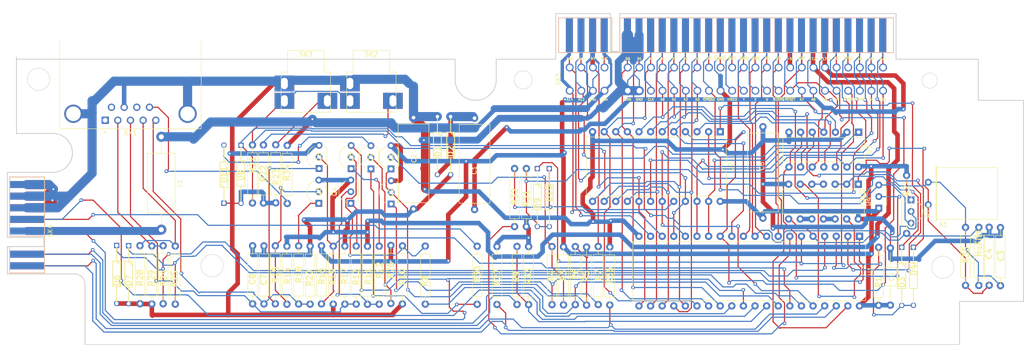
<source format=kicad_pcb>
(kicad_pcb (version 20221018) (generator pcbnew)
  (layers (0 "F.Cu" signal) (31 "B.Cu" signal) (34 "B.Paste" user) (35 "F.Paste" user) (36 "B.SilkS" user "B.Silkscreen") (37 "F.SilkS" user "F.Silkscreen") (38 "B.Mask" user) (39 "F.Mask" user) (44 "Edge.Cuts" user))
  (net 0 "")
  (net 1 "+12VAC")
  (net 2 "Net-(D1-A)")
  (net 3 "GND")
  (net 4 "-12V")
  (net 5 "Net-(C3-Pad1)")
  (net 6 "Net-(C4-Pad2)")
  (net 7 "+5V")
  (net 8 "Net-(C7-Pad1)")
  (net 9 "Net-(C8-Pad1)")
  (net 10 "Net-(D3-K)")
  (net 11 "Net-(D3-A)")
  (net 12 "Net-(D4-K)")
  (net 13 "TXDATA_4")
  (net 14 "DTR_1")
  (net 15 "NET36")
  (net 16 "~{ROMCS}")
  (net 17 "Net-(D10-A)")
  (net 18 "Net-(D10-K)")
  (net 19 "Net-(D11-A)")
  (net 20 "+9V")
  (net 21 "Net-(SK4-Pin_B4)")
  (net 22 "Net-(Q1-C)")
  (net 23 "Net-(Q1-B)")
  (net 24 "Net-(Q2-C)")
  (net 25 "COMMSOUT_30")
  (net 26 "Net-(Q3-B)")
  (net 27 "Net-(Q3-C)")
  (net 28 "+12V")
  (net 29 "Net-(Q4-C)")
  (net 30 "Net-(Q4-B)")
  (net 31 "Net-(Q5-C)")
  (net 32 "Net-(Q5-B)")
  (net 33 "CTS_34")
  (net 34 "Net-(Q6-C)")
  (net 35 "ERASE_35")
  (net 36 "Net-(Q9-C)")
  (net 37 "~{IORQGE}")
  (net 38 "A0")
  (net 39 "RXDATA_33")
  (net 40 "Net-(R21-Pad2)")
  (net 41 "WRPROT_32")
  (net 42 "Net-(SK4-Pin_B2)")
  (net 43 "Net-(R22-Pad2)")
  (net 44 "Net-(R23-Pad2)")
  (net 45 "Net-(R24-Pad2)")
  (net 46 "Net-(R25-Pad2)")
  (net 47 "DATA2_38")
  (net 48 "Net-(SK4-Pin_A5)")
  (net 49 "Net-(U1-~{ROM_EN})")
  (net 50 "Net-(R34-Pad1)")
  (net 51 "DATA1_37")
  (net 53 "~{IORQ}")
  (net 56 "COMMSCLK_31")
  (net 57 "R{slash}W_29")
  (net 58 "A15")
  (net 59 "A13")
  (net 60 "D7")
  (net 61 "D0")
  (net 62 "D1")
  (net 63 "D2")
  (net 64 "D6")
  (net 65 "D5")
  (net 66 "D3")
  (net 67 "D4")
  (net 68 "~{INT}")
  (net 69 "~{NMI}")
  (net 70 "~{HALT}")
  (net 71 "~{MREQ}")
  (net 72 "~{RD}")
  (net 73 "~{WR}")
  (net 74 "-5V")
  (net 75 "~{WAIT}")
  (net 76 "~{M1}")
  (net 77 "~{RFSH}")
  (net 78 "A8")
  (net 79 "A10")
  (net 80 "A14")
  (net 81 "A12")
  (net 82 "CLK")
  (net 83 "A1")
  (net 84 "Net-(U4-Pad4)")
  (net 85 "A2")
  (net 86 "A3")
  (net 87 "~{BUSRQ}")
  (net 88 "~{RESET}")
  (net 89 "A7")
  (net 90 "A6")
  (net 91 "A5")
  (net 92 "A4")
  (net 93 "~{BUSACK}")
  (net 94 "A9")
  (net 95 "A11")
  (net 96 "NCA4")
  (net 97 "Net-(U1-CLOCK)")
  (net 98 "Net-(U4-Pad13)")
  (net 99 "NCA28")
  (net 100 "VIDEO")
  (net 101 "Y")
  (net 102 "V")
  (net 103 "U")
  (net 104 "Net-(U4-Pad10)")
  (net 105 "Net-(U4-Pad11)")
  (footprint "Spectrum:Resistor_0.25W" (layer "F.Cu") (at 157.076775 107.997625 -90)
    (fp_text reference "R33")
    (fp_text value "10K" hide)
  )
  (footprint "Spectrum:Resistor_0.25W" (layer "F.Cu") (at 106.74985 107.86745 -90)
    (fp_text reference "R18")
    (fp_text value "680R" hide)
  )
  (footprint "ZX Bits:Spectrum_Edge_Connector" (layer "F.Cu") (at 199.094725 71.3486)
    (fp_text reference "SK5")
    (fp_text value "ZX Spectrum")
  )
  (footprint "Spectrum:Resistor_0.25W" (layer "F.Cu") (at 172.31995 120.68175 90)
    (fp_text reference "R7")
    (fp_text value "47R" hide)
  )
  (footprint "Spectrum:Diode 1N" (layer "F.Cu") (at 94.13875 85.83295 -90)
    (fp_text reference "D8")
    (fp_text value "BZX79CV4V3" hide)
  )
  (footprint "Spectrum:Resistor_0.25W" (layer "F.Cu") (at 72.031225 107.80395 -90)
    (fp_text reference "R28")
    (fp_text value "6K8" hide)
  )
  (footprint "Spectrum:Resistor_0.25W" (layer "F.Cu") (at 104.193975 107.9119 -90)
    (fp_text reference locked "R14")
    (fp_text value "1K0" hide)
  )
  (footprint "Package_TO_SOT_THT:TO-92L_Inline_Wide" (layer "F.Cu") (at 111.1631 98.53295 90)
    (fp_text reference "Q5")
    (fp_text value "BC213C")
  )
  (footprint "Spectrum:Capacitor Ceramic" (layer "F.Cu") (at 260.346825 116.544725 90)
    (fp_text reference "C3")
    (fp_text value "100pF" hide)
  )
  (footprint "Spectrum:Resistor_0.25W" (layer "F.Cu") (at 99.056825 98.4631 90)
    (fp_text reference "R22")
    (fp_text value "330R" hide)
  )
  (footprint "Capacitor_THT:C_Axial_L3.8mm_D2.6mm_P12.50mm_Horizontal" (layer "F.Cu") (at 236.254925 120.818275 90)
    (fp_text reference locked "C5")
    (fp_text value "47nF" hide)
  )
  (footprint "Spectrum:Diode 1N" (layer "F.Cu") (at 238.7473 108.1786 -90)
    (fp_text reference "D3")
    (fp_text value "1N4148" hide)
  )
  (footprint "Package_TO_SOT_THT:TO-92L_Inline_Wide" (layer "F.Cu") (at 122.57405 90.9955 90)
    (fp_text reference locked "Q9")
    (fp_text value "BC184C")
  )
  (footprint "Spectrum:Resistor_0.25W" (layer "F.Cu") (at 154.009725 103.62565 90)
    (fp_text reference "R32")
    (fp_text value "680R" hide)
  )
  (footprint "Spectrum:Resistor_0.25W" (layer "F.Cu") (at 164.719 108.061125 -90)
    (fp_text reference "R3")
    (fp_text value "1K0" hide)
  )
  (footprint "Spectrum:Diode 1N" (layer "F.Cu") (at 161.617025 90.92565 -90)
    (fp_text reference "D10")
    (fp_text value "1N4148" hide)
  )
  (footprint "Spectrum:Resistor_0.25W" (layer "F.Cu") (at 101.660325 107.826175 -90)
    (fp_text reference "R15")
    (fp_text value "12K" hide)
  )
  (footprint "Package_DIP:DIP-40_W15.24mm" (layer "F.Cu") (at 229.492175 105.74655 -90)
    (fp_text reference "U1")
    (fp_text value "LA15-302")
  )
  (footprint "Spectrum:Resistor_0.25W" (layer "F.Cu") (at 129.4638 120.551575 90)
    (fp_text reference "R10")
    (fp_text value "2K2" hide)
  )
  (footprint "Spectrum:Resistor_0.25W" (layer "F.Cu") (at 119.351425 107.889675 -90)
    (fp_text reference "R13")
    (fp_text value "680R" hide)
  )
  (footprint "Spectrum:Capacitor Ceramic" (layer "F.Cu") (at 96.67875 120.52935 90)
    (fp_text reference "C8")
    (fp_text value "330pF" hide)
  )
  (footprint "Spectrum:Resistor_0.25W" (layer "F.Cu") (at 124.37745 120.615075 90)
    (fp_text reference "R12")
    (fp_text value "12K" hide)
  )
  (footprint "Package_DIP:DIP-14_W7.62mm" (layer "F.Cu") (at 229.231825 94.345125 -90)
    (fp_text reference "U4")
    (fp_text value "74HC04")
  )
  (footprint "Package_TO_SOT_THT:TO-92L_Inline_Wide" (layer "F.Cu") (at 111.23295 90.92565 90)
    (fp_text reference "Q6")
    (fp_text value "BC184C")
  )
  (footprint "Spectrum:Resistor_0.25W" (layer "F.Cu") (at 77.098525 120.5103 90)
    (fp_text reference "R24")
    (fp_text value "4K7" hide)
  )
  (footprint "Spectrum:Resistor_0.25W" (layer "F.Cu") (at 134.4676 120.596025 90)
    (fp_text reference "R8")
    (fp_text value "3K9" hide)
  )
  (footprint "Spectrum:Diode 1N" (layer "F.Cu") (at 241.303175 108.156375 -90)
    (fp_text reference "D4")
    (fp_text value "1N4148" hide)
  )
  (footprint "Spectrum:Resistor_0.25W" (layer "F.Cu") (at 101.742875 98.428175 90)
    (fp_text reference "R23")
    (fp_text value "330R" hide)
  )
  (footprint "Spectrum:Resistor_0.25W" (layer "F.Cu") (at 150.161625 107.9754 -90)
    (fp_text reference "R27")
    (fp_text value "10K" hide)
  )
  (footprint "Spectrum:Resistor_0.25W" (layer "F.Cu") (at 104.257475 98.567875 90)
    (fp_text reference "R34")
    (fp_text value "330R" hide)
  )
  (footprint "Package_DIP:DIP-24_W15.24mm" (layer "F.Cu") (at 199.018525 82.8675 -90)
    (fp_text reference "U2")
    (fp_text value "TMS4764")
  )
  (footprint "Spectrum:Diode 1N" (layer "F.Cu") (at 158.99765 90.92565 -90)
    (fp_text reference "D9")
    (fp_text value "1N4148" hide)
  )
  (footprint "Spectrum:Resistor_0.25W" (layer "F.Cu") (at 167.30345 108.003975 -90)
    (fp_text reference "R6")
    (fp_text value "3K9" hide)
  )
  (footprint "Spectrum:Capacitor Ceramic" (layer "F.Cu") (at 257.876675 103.774875 -90)
    (fp_text reference locked "C4")
    (fp_text value "22pF" hide)
  )
  (footprint "Spectrum:Diode 1N" (layer "F.Cu") (at 137.1219 79.5528 -90)
    (fp_text reference "D1")
    (fp_text value "BA157" hide)
  )
  (footprint "ZX Spectrum 3.5mm:ZX Spectrum 3.5mm Skt" (layer "F.Cu") (at 108.33735 72.609075)
    (fp_text reference "SK3")
    (fp_text value "Network")
  )
  (footprint "Spectrum:Resistor_0.25W" (layer "F.Cu") (at 239.80775 92.414725 -90)
    (fp_text reference "R2")
    (fp_text value "NoFit" hide)
  )
  (footprint "Spectrum:Resistor_0.25W" (layer "F.Cu") (at 145.824575 120.6373 90)
    (fp_text reference "R30")
    (fp_text value "270R" hide)
  )
  (footprint "ZX Bits:Resistor_0.25W" (layer "F.Cu") (at 233.68 120.85955 90)
    (fp_text reference "R1")
    (fp_text value "1K0" hide)
  )
  (footprint "ZX Spectrum 3.5mm:ZX Spectrum 3.5mm Skt" (layer "F.Cu") (at 122.678825 72.609075)
    (fp_text reference "SK2")
    (fp_text value "Network")
  )
  (footprint "ZX Bits:ZX_MD_Edge_Connector" (layer "F.Cu") (at 47.323375 84.267325 90)
    (fp_text reference "SK4")
    (fp_text value "Microdrive")
  )
  (footprint "Package_TO_SOT_THT:TO-92L_Inline_Wide" (layer "F.Cu") (at 240.783325 97.77365 -90)
    (fp_text reference "Q11")
    (fp_text value "BC183")
  )
  (footprint "Capacitor_THT:C_Axial_L17.0mm_D6.5mm_P20.00mm_Horizontal" (layer "F.Cu") (at 145.253075 99.895025 90)
    (fp_text reference "C1")
    (fp_text value "47uF 16V" hide)
  )
  (footprint "Spectrum:Resistor_0.25W" (layer "F.Cu") (at 154.543125 107.9754 -90)
    (fp_text reference "R9")
    (fp_text value "10K" hide)
  )
  (footprint "Spectrum:Resistor_0.25W" (layer "F.Cu") (at 156.591 90.92565 -90)
    (fp_text reference "R31")
    (fp_text value "1K0" hide)
  )
  (footprint "Spectrum:Resistor_0.25W" (layer "F.Cu") (at 174.8536 108.08335 -90)
    (fp_text reference "R36")
    (fp_text value "10K" hide)
  )
  (footprint "Spectrum:Resistor_0.25W" (layer "F.Cu") (at 169.764075 108.105575 -90)
    (fp_text reference "R5")
    (fp_text value "1K0" hide)
  )
  (footprint "Spectrum:Resistor_0.25W" (layer "F.Cu") (at 116.881275 120.596025 90)
    (fp_text reference "R17")
    (fp_text value "2K7" hide)
  )
  (footprint "Package_TO_SOT_THT:TO-92L_Inline_Wide" (layer "F.Cu") (at 233.721275 99.59975 90)
    (fp_text reference "Q10")
    (fp_text value "BC183")
  )
  (footprint "Spectrum:Resistor_0.25W" (layer "F.Cu") (at 96.650175 98.4631 90)
    (fp_text reference "R21")
    (fp_text value "10K" hide)
  )
  (footprint "Capacitor_THT:C_Axial_L17.0mm_D6.5mm_P20.00mm_Horizontal" (layer "F.Cu") (at 131.8895 79.7763 -90)
    (fp_text reference "C2")
    (fp_text value "47uF 16V" hide)
  )
  (footprint "Spectrum:Resistor_0.25W" (layer "F.Cu") (at 121.821575 107.93095 -90)
    (fp_text reference "R11")
    (fp_text value "1K0" hide)
  )
  (footprint "Inductor_THT:L_Axial_L12.8mm_D5.8mm_P20.32mm_Horizontal_Fastron_HBCC" (layer "F.Cu") (at 76.698475 83.9724 -90)
    (fp_text reference "L1")
    (fp_text value "22uH 0.41A")
  )
  (footprint "Spectrum:Diode 1N" (layer "F.Cu") (at 140.0175 79.5528 -90)
    (fp_text reference locked "D2")
    (fp_text value "BA157" hide)
  )
  (footprint "Spectrum:Capacitor Ceramic" (layer "F.Cu") (at 99.16795 120.551575 90)
    (fp_text reference "C7")
    (fp_text value "330pF" hide)
  )
  (footprint "Connector_Dsub:DSUB-9_Female_Horizontal_P2.77x2.84mm_EdgePinOffset14.56mm_Housed_MountingHolesOffset15.98mm" (layer "F.Cu") (at 64.411225 80.356075 180)
    (fp_text reference "SK1")
    (fp_text value "DE9_Receptacle")
  )
  (footprint "Crystal:Crystal_HC18-U_Horizontal" (layer "F.Cu") (at 244.54485 98.8314 90)
    (fp_text reference "X1")
    (fp_text value "8Mhz")
  )
  (footprint "Package_TO_SOT_THT:TO-92L_Inline_Wide" (layer "F.Cu") (at 118.246525 90.960575 90)
    (fp_text reference "Q3")
    (fp_text value "BC184C")
  )
  (footprint "Spectrum:Resistor_0.25W" (layer "F.Cu") (at 111.750475 107.845225 -90)
    (fp_text reference "R16")
    (fp_text value "3K9" hide)
  )
  (footprint "Package_TO_SOT_THT:TO-92L_Inline_Wide" (layer "F.Cu") (at 126.96825 90.9955 90)
    (fp_text reference "Q1")
    (fp_text value "BC213C")
  )
  (footprint "Spectrum:Diode 1N" (layer "F.Cu") (at 69.53885 107.80395 -90)
    (fp_text reference "D7")
    (fp_text value "BZX79CV4V3" hide)
  )
  (footprint "Package_DIP:DIP-14_W7.62mm" (layer "F.Cu") (at 229.301675 82.972275 -90)
    (fp_text reference "U3")
    (fp_text value "74LS260")
  )
  (footprint "Spectrum:Resistor_0.25W" (layer "F.Cu") (at 79.759175 120.596025 90)
    (fp_text reference "R25")
    (fp_text value "10K" hide)
  )
  (footprint "Spectrum:Diode 1N" (layer "F.Cu") (at 90.40495 98.498025 90)
    (fp_text reference "D11")
    (fp_text value "1N4148" hide)
  )
  (footprint "Spectrum:Resistor_0.25W" (layer "F.Cu") (at 74.628375 107.86745 -90)
    (fp_text reference "R29")
    (fp_text value "6K8" hide)
  )
  (footprint "Spectrum:Resistor_0.25W" (layer "F.Cu") (at 255.620837 103.805037 -90)
    (fp_text reference "NoFit1")
    (fp_text value "0R" hide)
  )
  (footprint "Spectrum:Resistor_0.25W" (layer "F.Cu") (at 126.94285 107.7468 -90)
    (fp_text reference "R26")
    (fp_text value "10K" hide)
  )
  (footprint "ZX Bits:ZX_Bus_Edge_Connector" (layer "F.Cu") (at 199.02805 61.744225)
    (fp_text reference "SK6")
    (fp_text value "ZX Expansion")
  )
  (footprint "Spectrum:Diode 1N" (layer "F.Cu") (at 66.919475 107.7595 -90)
    (fp_text reference "D6")
    (fp_text value "BZX79CV4V3" hide)
  )
  (footprint "Spectrum:Resistor_0.25W" (layer "F.Cu") (at 114.328575 107.9119 -90)
    (fp_text reference "R19")
    (fp_text value "1K0" hide)
  )
  (footprint "Package_TO_SOT_THT:TO-92L_Inline_Wide" (layer "F.Cu") (at 127.003175 98.67265 90)
    (fp_text reference "Q2")
    (fp_text value "BC213C")
  )
  (footprint "Spectrum:Resistor_0.25W" (layer "F.Cu") (at 252.701425 103.7971 -90)
    (fp_text reference "R35")
    (fp_text value "47K" hide)
  )
  (footprint "Spectrum:Resistor_0.25W" (layer "F.Cu") (at 109.261275 120.596025 90)
    (fp_text reference "R20")
    (fp_text value "2K7" hide)
  )
  (footprint "Capacitor_THT:C_Axial_L17.0mm_D6.5mm_P20.00mm_Horizontal" (layer "F.Cu") (at 208.3689 101.7778 90)
    (fp_text reference "C6")
    (fp_text value "47uF 16V" hide)
  )
  (footprint "Spectrum:Resistor_0.25W" (layer "F.Cu") (at 162.207575 107.997625 -90)
    (fp_text reference "R4")
    (fp_text value "3K9" hide)
  )
  (footprint "Package_TO_SOT_THT:TO-92L_Inline_Wide" (layer "F.Cu") (at 118.176675 98.53295 90)
    (fp_text reference "Q4")
    (fp_text value "BC213C")
  )
  (gr_line locked (start 141 67) (end 141 71.5) (stroke (width 0.2)) (layer "Edge.Cuts"))
  (gr_circle locked (center 247.7389 112.531525) (end 249.469275 114.2619) (stroke (width 0.1)) (fill none) (layer "Edge.Cuts"))
  (gr_line locked (start 251.4 120) (end 265.4 120) (stroke (width 0.2)) (layer "Edge.Cuts"))
  (gr_line locked (start 251.4 120) (end 251.4 129.5) (stroke (width 0.2)) (layer "Edge.Cuts"))
  (gr_line locked (start 237.5 57) (end 177 57) (stroke (width 0.2)) (layer "Edge.Cuts"))
  (gr_line locked (start 45 66.5) (end 45 83.25) (stroke (width 0.2)) (layer "Edge.Cuts"))
  (gr_line locked (start 60 129.5) (end 251.4 129.5) (stroke (width 0.2)) (layer "Edge.Cuts"))
  (gr_line locked (start 51 108) (end 43 108) (stroke (width 0.2)) (layer "Edge.Cuts"))
  (gr_circle locked (center 87.81415 112.169575) (end 89.544525 113.89995) (stroke (width 0.1)) (fill none) (layer "Edge.Cuts"))
  (gr_line locked (start 255.5 67) (end 237.5 67) (stroke (width 0.2)) (layer "Edge.Cuts"))
  (gr_line locked (start 265.4 76) (end 255.5 76) (stroke (width 0.2)) (layer "Edge.Cuts"))
  (gr_circle (center 244.881586 71.67307) (end 246.56353 71.67307) (stroke (width 0.1)) (fill none) (layer "Edge.Cuts"))
  (gr_line locked (start 43 108) (end 43 114) (stroke (width 0.2)) (layer "Edge.Cuts"))
  (gr_line locked (start 163 67) (end 150 67) (stroke (width 0.2)) (layer "Edge.Cuts"))
  (gr_arc locked (start 57.9 114) (mid 59.467767 114.815076) (end 60 116.5) (stroke (width 0.2)) (layer "Edge.Cuts"))
  (gr_line locked (start 255.5 67) (end 255.5 76) (stroke (width 0.2)) (layer "Edge.Cuts"))
  (gr_circle locked (center 49.832431 71.383525) (end 51.562806 73.1139) (stroke (width 0.1)) (fill none) (layer "Edge.Cuts"))
  (gr_arc locked (start 150 71.5) (mid 145.5 75.999996) (end 141 71.5) (stroke (width 0.2)) (layer "Edge.Cuts"))
  (gr_line locked (start 60 116.5) (end 60 129.5) (stroke (width 0.2)) (layer "Edge.Cuts"))
  (gr_line locked (start 177 65.3) (end 175 65.3) (stroke (width 0.2)) (layer "Edge.Cuts"))
  (gr_line locked (start 177 57) (end 177 65.3) (stroke (width 0.2)) (layer "Edge.Cuts"))
  (gr_circle (center 155.902025 71.523225) (end 157.30135 72.92255) (stroke (width 0.1)) (fill none) (layer "Edge.Cuts"))
  (gr_line locked (start 53 91.75) (end 43 91.75) (stroke (width 0.2)) (layer "Edge.Cuts"))
  (gr_line (start 53 83.25) (end 45 83.25) (stroke (width 0.2)) (layer "Edge.Cuts"))
  (gr_line locked (start 141 67) (end 45 67) (stroke (width 0.2)) (layer "Edge.Cuts"))
  (gr_line locked (start 175 65.3) (end 175 57) (stroke (width 0.2)) (layer "Edge.Cuts"))
  (gr_line locked (start 265.4 120) (end 265.4 76) (stroke (width 0.2)) (layer "Edge.Cuts"))
  (gr_line locked (start 43 91.75) (end 43 106) (stroke (width 0.2)) (layer "Edge.Cuts"))
  (gr_line locked (start 237.5 67) (end 237.5 57) (stroke (width 0.2)) (layer "Edge.Cuts"))
  (gr_line locked (start 150 67) (end 150 71.5) (stroke (width 0.2)) (layer "Edge.Cuts"))
  (gr_line locked (start 163 57) (end 163 67) (stroke (width 0.2)) (layer "Edge.Cuts"))
  (gr_line locked (start 175 57) (end 163 57) (stroke (width 0.2)) (layer "Edge.Cuts"))
  (gr_line locked (start 43 114) (end 57.9 114) (stroke (width 0.2)) (layer "Edge.Cuts"))
  (gr_line locked (start 51 106) (end 51 108) (stroke (width 0.2)) (layer "Edge.Cuts"))
  (gr_arc locked (start 53 83.25) (mid 57.25 87.5) (end 53 91.75) (stroke (width 0.2)) (layer "Edge.Cuts"))
  (gr_line locked (start 43 106) (end 51 106) (stroke (width 0.2)) (layer "Edge.Cuts"))
  (segment (start 223.55175 70.55485) (end 237.0074 70.55485) (width 1) (layer "F.Cu") (net 1))
  (segment (start 239.26165 78.070075) (end 239.112425 77.92085) (width 0.2) (layer "F.Cu") (net 1))
  (segment (start 239.112425 72.316975) (end 239.112425 77.92085) (width 1) (layer "F.Cu") (net 1))
  (segment (start 221.88805 68.89115) (end 221.86265 68.91655) (width 0.2) (layer "F.Cu") (net 1))
  (segment (start 221.88805 61.744225) (end 221.88805 68.89115) (width 1) (layer "F.Cu") (net 1))
  (segment (start 145.253075 88.934925) (end 152.276175 81.911825) (width 1) (layer "F.Cu") (net 1))
  (segment (start 237.3503 70.55485) (end 239.112425 72.316975) (width 1) (layer "F.Cu") (net 1))
  (segment (start 221.88805 68.89115) (end 223.55175 70.55485) (width 1) (layer "F.Cu") (net 1))
  (segment (start 145.253075 99.895025) (end 145.253075 88.934925) (width 1) (layer "F.Cu") (net 1))
  (segment (start 237.0074 70.55485) (end 237.3503 70.55485) (width 0.2) (layer "F.Cu") (net 1))
  (via (at 152.276175 81.911825) (size 0.8) (drill 0.4) (layers "F.Cu" "B.Cu") (net 1))
  (via (at 239.112425 77.92085) (size 0.8) (drill 0.4) (layers "F.Cu" "B.Cu") (net 1))
  (segment (start 224.3582 78.749525) (end 224.6503 78.457425) (width 1) (layer "B.Cu") (net 1))
  (segment (start 236.9058 78.457425) (end 237.1979 78.749525) (width 1) (layer "B.Cu") (net 1))
  (segment (start 224.11055 78.457425) (end 223.3168 77.663675) (width 1) (layer "B.Cu") (net 1))
  (segment (start 237.1979 78.609825) (end 237.886875 77.92085) (width 1) (layer "B.Cu") (net 1))
  (segment (start 224.6503 78.457425) (end 236.9058 78.457425) (width 1) (layer "B.Cu") (net 1))
  (segment (start 237.886875 77.92085) (end 239.112425 77.92085) (width 1) (layer "B.Cu") (net 1))
  (segment (start 168.35755 82.79765) (end 153.162 82.79765) (width 1) (layer "B.Cu") (net 1))
  (segment (start 219.8624 75.819) (end 179.07 75.819) (width 1) (layer "B.Cu") (net 1))
  (segment (start 168.35755 82.413475) (end 168.35755 82.79765) (width 0.2) (layer "B.Cu") (net 1))
  (segment (start 221.707075 77.663675) (end 219.8624 75.819) (width 1) (layer "B.Cu") (net 1))
  (segment (start 170.577025 81.136975) (end 169.300525 82.413475) (width 1) (layer "B.Cu") (net 1))
  (segment (start 179.07 75.819) (end 173.752025 81.136975) (width 1) (layer "B.Cu") (net 1))
  (segment (start 153.162 82.79765) (end 152.276175 81.911825) (width 1) (layer "B.Cu") (net 1))
  (segment (start 223.3168 77.663675) (end 221.707075 77.663675) (width 1) (layer "B.Cu") (net 1))
  (segment (start 224.6503 78.457425) (end 224.11055 78.457425) (width 1) (layer "B.Cu") (net 1))
  (segment (start 173.752025 81.136975) (end 170.577025 81.136975) (width 1) (layer "B.Cu") (net 1))
  (segment (start 237.1979 78.749525) (end 237.1979 78.609825) (width 0.2) (layer "B.Cu") (net 1))
  (segment (start 169.300525 82.413475) (end 168.35755 82.413475) (width 1) (layer "B.Cu") (net 1))
  (segment (start 140.0175 89.3572) (end 137.1219 92.2528) (width 1) (layer "F.Cu") (net 2))
  (segment (start 140.0175 79.5528) (end 140.0175 89.3572) (width 1) (layer "F.Cu") (net 2))
  (segment (start 140.0175 79.5528) (end 144.91085 79.5528) (width 2) (layer "B.Cu") (net 2))
  (segment (start 144.91085 79.5528) (end 145.253075 79.895025) (width 1) (layer "B.Cu") (net 2))
  (segment (start 114.34445 122.958225) (end 114.34445 122.920125) (width 0.25) (layer "F.Cu") (net 3))
  (segment (start 93.4085 109.629575) (end 93.37675 109.629575) (width 1) (layer "F.Cu") (net 3))
  (segment (start 127.46355 122.958225) (end 114.34445 122.958225) (width 1) (layer "F.Cu") (net 3))
  (segment (start 171.078525 92.744925) (end 170.59275 93.2307) (width 1) (layer "F.Cu") (net 3))
  (segment (start 210.550125 100.377625) (end 210.550125 104.041575) (width 1) (layer "F.Cu") (net 3))
  (segment (start 51.298825 99.507325) (end 52.860575 97.945575) (width 2) (layer "F.Cu") (net 3))
  (segment (start 93.37675 109.629575) (end 92.224225 108.47705) (width 1) (layer "F.Cu") (net 3))
  (segment (start 52.860575 97.945575) (end 52.860575 97.863025) (width 2) (layer "F.Cu") (net 3))
  (segment (start 114.34445 122.958225) (end 91.3511 122.958225) (width 1) (layer "F.Cu") (net 3))
  (segment (start 69.4944 120.4595) (end 69.53885 120.50395) (width 0.25) (layer "F.Cu") (net 3))
  (segment (start 208.3689 94.307025) (end 208.3689 98.1964) (width 1) (layer "F.Cu") (net 3))
  (segment (start 134.515225 95.2754) (end 134.515225 91.05265) (width 2) (layer "F.Cu") (net 3))
  (segment (start 47.323375 96.967325) (end 51.546475 96.967325) (width 2) (layer "F.Cu") (net 3))
  (segment (start 92.141675 98.498025) (end 92.224225 98.580575) (width 0.25) (layer "F.Cu") (net 3))
  (segment (start 134.515225 91.05265) (end 134.375525 90.91295) (width 0.25) (layer "F.Cu") (net 3))
  (segment (start 94.13875 98.53295) (end 92.27185 98.53295) (width 0.25) (layer "F.Cu") (net 3))
  (segment (start 114.328575 122.90425) (end 114.328575 120.6119) (width 1) (layer "F.Cu") (net 3))
  (segment (start 174.8536 102.5398) (end 175.0568 102.3366) (width 0.25) (layer "F.Cu") (net 3))
  (segment (start 168.92905 98.650425) (end 171.186475 100.90785) (width 1) (layer "F.Cu") (net 3))
  (segment (start 72.094725 120.56745) (end 72.031225 120.50395) (width 0.25) (layer "F.Cu") (net 3))
  (segment (start 174.8536 108.08335) (end 174.8536 102.5398) (width 1) (layer "F.Cu") (net 3))
  (segment (start 127.46355 122.551825) (end 127.46355 122.958225) (width 0.25) (layer "F.Cu") (net 3))
  (segment (start 157.076775 104.111425) (end 156.591 103.62565) (width 1) (layer "F.Cu") (net 3))
  (segment (start 92.224225 81.4451) (end 92.1893 81.410175) (width 1) (layer "F.Cu") (net 3))
  (segment (start 47.323375 99.507325) (end 51.298825 99.507325) (width 2) (layer "F.Cu") (net 3))
  (segment (start 170.59275 95.024575) (end 168.92905 96.688275) (width 1) (layer "F.Cu") (net 3))
  (segment (start 114.328575 122.94235) (end 114.34445 122.958225) (width 1) (layer "F.Cu") (net 3))
  (segment (start 74.742675 123.097925) (end 74.628375 122.983625) (width 1) (layer "F.Cu") (net 3))
  (segment (start 201.120375 85.217) (end 199.58685 86.750525) (width 1) (layer "F.Cu") (net 3))
  (segment (start 157.076775 106.067225) (end 157.076775 104.111425) (width 1) (layer "F.Cu") (net 3))
  (segment (start 92.27185 98.53295) (end 92.224225 98.580575) (width 0.25) (layer "F.Cu") (net 3))
  (segment (start 91.3511 118.14175) (end 93.4085 116.08435) (width 1) (layer "F.Cu") (net 3))
  (segment (start 114.328575 120.6119) (end 114.328575 122.94235) (width 1) (layer "F.Cu") (net 3))
  (segment (start 91.3511 122.958225) (end 91.3511 118.14175) (width 1) (layer "F.Cu") (net 3))
  (segment (start 74.628375 122.983625) (end 74.628375 120.56745) (width 1) (layer "F.Cu") (net 3))
  (segment (start 51.546475 96.967325) (end 53.082825 95.430975) (width 2) (layer "F.Cu") (net 3))
  (segment (start 69.53885 120.50395) (end 72.031225 120.50395) (width 1) (layer "F.Cu") (net 3))
  (segment (start 129.4638 120.551575) (end 127.46355 122.551825) (width 1) (layer "F.Cu") (net 3))
  (segment (start 134.375525 90.91295) (end 134.515225 90.77325) (width 2) (layer "F.Cu") (net 3))
  (segment (start 93.4085 116.08435) (end 93.4085 109.629575) (width 1) (layer "F.Cu") (net 3))
  (segment (start 52.860575 97.863025) (end 52.860575 95.653225) (width 2) (layer "F.Cu") (net 3))
  (segment (start 101.2904 72.309075) (end 103.63735 72.309075) (width 1) (layer "F.Cu") (net 3))
  (segment (start 236.67085 105.02265) (end 236.254925 105.438575) (width 0.25) (layer "F.Cu") (net 3))
  (segment (start 92.224225 108.47705) (end 92.224225 98.580575) (width 1) (layer "F.Cu") (net 3))
  (segment (start 157.076775 106.067225) (end 157.076775 107.997625) (width 1) (layer "F.Cu") (net 3))
  (segment (start 47.323375 94.427325) (end 52.079175 94.427325) (width 2) (layer "F.Cu") (net 3))
  (segment (start 74.882375 122.958225) (end 74.742675 123.097925) (width 1) (layer "F.Cu") (net 3))
  (segment (start 199.094725 73.8886) (end 201.120375 75.91425) (width 1) (layer "F.Cu") (net 3))
  (segment (start 171.186475 100.90785) (end 171.186475 102.54615) (width 1) (layer "F.Cu") (net 3))
  (segment (start 170.59275 93.2307) (end 170.59275 95.024575) (width 1) (layer "F.Cu") (net 3))
  (segment (start 208.3689 81.7778) (end 208.3689 94.307025) (width 1) (layer "F.Cu") (net 3))
  (segment (start 52.079175 94.427325) (end 53.082825 95.430975) (width 0.25) (layer "F.Cu") (net 3))
  (segment (start 66.919475 120.4595) (end 69.4944 120.4595) (width 1) (layer "F.Cu") (net 3))
  (segment (start 134.515225 90.77325) (end 134.515225 82.402025) (width 2) (layer "F.Cu") (net 3))
  (segment (start 91.3511 122.958225) (end 74.882375 122.958225) (width 1) (layer "F.Cu") (net 3))
  (segment (start 92.224225 98.580575) (end 92.224225 81.4451) (width 1) (layer "F.Cu") (net 3))
  (segment (start 92.1893 81.410175) (end 101.2904 72.309075) (width 1) (layer "F.Cu") (net 3))
  (segment (start 52.860575 95.653225) (end 53.082825 95.430975) (width 0.25) (layer "F.Cu") (net 3))
  (segment (start 208.3689 98.1964) (end 210.550125 100.377625) (width 1) (layer "F.Cu") (net 3))
  (segment (start 171.078525 82.8675) (end 171.078525 92.744925) (width 1) (layer "F.Cu") (net 3))
  (segment (start 134.3406 95.450025) (end 134.515225 95.2754) (width 0.25) (layer "F.Cu") (net 3))
  (segment (start 134.515225 82.402025) (end 131.8895 79.7763) (width 2) (layer "F.Cu") (net 3))
  (segment (start 201.120375 75.91425) (end 201.120375 85.217) (width 1) (layer "F.Cu") (net 3))
  (segment (start 114.34445 122.920125) (end 114.328575 122.90425) (width 0.25) (layer "F.Cu") (net 3))
  (segment (start 90.40495 98.498025) (end 92.141675 98.498025) (width 0.25) (layer "F.Cu") (net 3))
  (segment (start 168.92905 96.688275) (end 168.92905 98.650425) (width 1) (layer "F.Cu") (net 3))
  (segment (start 236.254925 105.438575) (end 236.254925 108.318275) (width 0.25) (layer "F.Cu") (net 3))
  (segment (start 74.628375 120.56745) (end 72.094725 120.56745) (width 1) (layer "F.Cu") (net 3))
  (via (at 134.165975 84.71535) (size 0.8) (drill 0.4) (layers "F.Cu" "B.Cu") (net 3))
  (via (at 134.3406 95.450025) (size 0.8) (drill 0.4) (layers "F.Cu" "B.Cu") (net 3))
  (via (at 53.082825 95.430975) (size 0.8) (drill 0.4) (layers "F.Cu" "B.Cu") (net 3))
  (via (at 171.186475 102.54615) (size 0.8) (drill 0.4) (layers "F.Cu" "B.Cu") (net 3))
  (via (at 175.0568 102.3366) (size 0.8) (drill 0.4) (layers "F.Cu" "B.Cu") (net 3))
  (via (at 210.550125 104.041575) (size 0.8) (drill 0.4) (layers "F.Cu" "B.Cu") (net 3))
  (via (at 199.58685 86.750525) (size 0.8) (drill 0.4) (layers "F.Cu" "B.Cu") (net 3))
  (via (at 91.659075 87.63635) (size 0.8) (drill 0.4) (layers "F.Cu" "B.Cu") (net 3))
  (via (at 157.076775 106.067225) (size 0.8) (drill 0.4) (layers "F.Cu" "B.Cu") (net 3))
  (via (at 236.67085 105.02265) (size 0.8) (drill 0.4) (layers "F.Cu" "B.Cu") (net 3))
  (via (at 52.860575 97.863025) (size 0.8) (drill 0.4) (layers "F.Cu" "B.Cu") (net 3))
  (via (at 208.3689 94.307025) (size 0.8) (drill 0.4) (layers "F.Cu" "B.Cu") (net 3))
  (segment (start 214.0331 84.616925) (end 214.061675 84.58835) (width 1) (layer "B.Cu") (net 3))
  (segment (start 180.126125 67.7089) (end 180.126125 70.286125) (width 0.25) (layer "B.Cu") (net 3))
  (segment (start 94.13875 98.53295) (end 94.13875 96.2025) (width 1) (layer "B.Cu") (net 3))
  (segment (start 61.547375 78.705075) (end 61.547375 76.0984) (width 2) (layer "B.Cu") (net 3))
  (segment (start 131.8895 72.87895) (end 131.8895 79.7763) (width 2) (layer "B.Cu") (net 3))
  (segment (start 177.168175 73.8886) (end 173.4185 77.638275) (width 2) (layer "B.Cu") (net 3))
  (segment (start 47.323375 99.717225) (end 47.323375 99.507325) (width 0.25) (layer "B.Cu") (net 3))
  (segment (start 199.58685 86.750525) (end 199.894825 86.750525) (width 1) (layer "B.Cu") (net 3))
  (segment (start 145.888075 84.71535) (end 134.165975 84.71535) (width 1.5) (layer "B.Cu") (net 3))
  (segment (start 134.832725 95.94215) (end 134.3406 95.450025) (width 1) (layer "B.Cu") (net 3))
  (segment (start 242.5319 110.8837) (end 242.312825 110.664625) (width 1) (layer "B.Cu") (net 3))
  (segment (start 47.323375 94.427325) (end 52.079175 94.427325) (width 2) (layer "B.Cu") (net 3))
  (segment (start 156.591 102.03815) (end 156.591 103.62565) (width 1) (layer "B.Cu") (net 3))
  (segment (start 177.822225 102.3366) (end 181.232175 105.74655) (width 1) (layer "B.Cu") (net 3))
  (segment (start 68.71335 71.81215) (end 82.95005 71.81215) (width 2) (layer "B.Cu") (net 3))
  (segment (start 257.876675 105.50525) (end 257.743325 105.50525) (width 0.25) (layer "B.Cu") (net 3))
  (segment (start 179.99075 63.979425) (end 179.99075 64.849375) (width 0.25) (layer "B.Cu") (net 3))
  (segment (start 169.999025 79.936975) (end 168.602025 79.936975) (width 1) (layer "B.Cu") (net 3))
  (segment (start 208.3689 84.56295) (end 208.3689 81.7778) (width 1) (layer "B.Cu") (net 3))
  (segment (start 56.537575 96.967325) (end 61.547375 91.957525) (width 2) (layer "B.Cu") (net 3))
  (segment (start 61.316375 78.936075) (end 57.451225 78.936075) (width 2) (layer "B.Cu") (net 3))
  (segment (start 110.14075 85.84565) (end 108.35005 87.63635) (width 1) (layer "B.Cu") (net 3))
  (segment (start 257.743325 105.50525) (end 256.45745 105.50525) (width 1) (layer "B.Cu") (net 3))
  (segment (start 173.4185 77.638275) (end 173.31055 77.638275) (width 2) (layer "B.Cu") (net 3))
  (segment (start 151.952325 101.69525) (end 146.199225 95.94215) (width 1) (layer "B.Cu") (net 3))
  (segment (start 168.602025 79.936975) (end 150.66645 79.936975) (width 1.5) (layer "B.Cu") (net 3))
  (segment (start 134.165975 84.71535) (end 133.746875 84.71535) (width 1.5) (layer "B.Cu") (net 3))
  (segment (start 117.978825 72.309075) (end 118.89485 71.39305) (width 2) (layer "B.Cu") (net 3))
  (segment (start 255.266825 106.765725) (end 246.0498 106.765725) (width 1) (layer "B.Cu") (net 3))
  (segment (start 230.857425 101.9048) (end 230.857425 102.91445) (width 1) (layer "B.Cu") (net 3))
  (segment (start 178.774725 73.8886) (end 181.314725 73.8886) (width 2) (layer "B.Cu") (net 3))
  (segment (start 47.323375 99.717225) (end 47.31385 99.72675) (width 0.25) (layer "B.Cu") (net 3))
  (segment (start 176.698275 71.81215) (end 176.9745 72.088375) (width 1.5) (layer "B.Cu") (net 3))
  (segment (start 234.44835 101.9048) (end 230.857425 101.9048) (width 1) (layer "B.Cu") (net 3))
  (segment (start 178.774725 71.637525) (end 178.774725 73.8886) (width 0.25) (layer "B.Cu") (net 3))
  (segment (start 111.23295 85.84565) (end 110.14075 85.84565) (width 1) (layer "B.Cu") (net 3))
  (segment (start 208.575275 84.769325) (end 208.3689 84.56295) (width 1) (layer "B.Cu") (net 3))
  (segment (start 61.547375 78.705075) (end 61.316375 78.936075) (width 2) (layer "B.Cu") (net 3))
  (segment (start 176.9745 72.088375) (end 178.774725 73.8886) (width 2) (layer "B.Cu") (net 3))
  (segment (start 157.076775 106.067225) (end 157.076775 107.997625) (width 1) (layer "B.Cu") (net 3))
  (segment (start 82.95005 71.81215) (end 82.451225 72.310975) (width 2) (layer "B.Cu") (net 3))
  (segment (start 137.1219 79.5528) (end 132.113 79.5528) (width 2) (layer "B.Cu") (net 3))
  (segment (start 214.061675 84.58835) (end 225.1456 84.58835) (width 1) (layer "B.Cu") (net 3))
  (segment (start 199.894825 86.750525) (end 200.707625 87.563325) (width 1) (layer "B.Cu") (net 3))
  (segment (start 173.31055 77.638275) (end 172.57395 77.638275) (width 1.5) (layer "B.Cu") (net 3))
  (segment (start 150.66645 79.936975) (end 145.888075 84.71535) (width 1.5) (layer "B.Cu") (net 3))
  (segment (start 157.076775 106.067225) (end 156.937075 105.927525) (width 1) (layer "B.Cu") (net 3))
  (segment (start 172.57395 77.638275) (end 170.589575 79.62265) (width 1) (layer "B.Cu") (net 3))
  (segment (start 178.70805 61.744225) (end 178.70805 66.132075) (width 2.5) (layer "B.Cu") (net 3))
  (segment (start 176.698275 67.554475) (end 176.698275 71.81215) (width 1.5) (layer "B.Cu") (net 3))
  (segment (start 242.5319 110.81385) (end 242.5319 110.8837) (width 0.25) (layer "B.Cu") (net 3))
  (segment (start 236.7153 110.664625) (end 236.496225 110.8837) (width 1) (layer "B.Cu") (net 3))
  (segment (start 236.496225 110.8837) (end 236.254925 110.6424) (width 0.25) (layer "B.Cu") (net 3))
  (segment (start 150.161625 107.2642) (end 150.161625 107.9754) (width 1) (layer "B.Cu") (net 3))
  (segment (start 225.1456 84.58835) (end 226.761675 82.972275) (width 1) (layer "B.Cu") (net 3))
  (segment (start 197.792975 67.5894) (end 199.02805 66.354325) (width 0.25) (layer "B.Cu") (net 3))
  (segment (start 180.126125 70.286125) (end 178.774725 71.637525) (width 0.25) (layer "B.Cu") (net 3))
  (segment (start 181.24805 61.744225) (end 181.24805 66.5099) (width 2) (layer "B.Cu") (net 3))
  (segment (start 82.451225 72.310975) (end 82.451225 78.936075) (width 2) (layer "B.Cu") (net 3))
  (segment (start 242.312825 110.664625) (end 236.7153 110.664625) (width 1) (layer "B.Cu") (net 3))
  (segment (start 52.079175 94.427325) (end 53.082825 95.430975) (width 2) (layer "B.Cu") (net 3))
  (segment (start 189.3443 86.750525) (end 187.474225 84.88045) (width 1) (layer "B.Cu") (net 3))
  (segment (start 47.323375 96.967325) (end 56.537575 96.967325) (width 2) (layer "B.Cu") (net 3))
  (segment (start 151.4983 105.927525) (end 150.161625 107.2642) (width 1) (layer "B.Cu") (net 3))
  (segment (start 178.70805 66.132075) (end 178.70805 66.41465) (width 0.25) (layer "B.Cu") (net 3))
  (segment (start 256.45745 105.50525) (end 255.266825 106.695875) (width 1) (layer "B.Cu") (net 3))
  (segment (start 53.997575 99.507325) (end 56.537575 96.967325) (width 2) (layer "B.Cu") (net 3))
  (segment (start 94.08795 96.012) (end 98.7298 96.012) (width 1) (layer "B.Cu") (net 3))
  (segment (start 66.335275 71.81215) (end 68.71335 71.81215) (width 2) (layer "B.Cu") (net 3))
  (segment (start 108.35005 87.63635) (end 91.659075 87.63635) (width 1) (layer "B.Cu") (net 3))
  (segment (start 170.55465 102.54615) (end 171.186475 102.54615) (width 1) (layer "B.Cu") (net 3))
  (segment (start 166.40175 103.089075) (end 170.011725 103.089075) (width 1) (layer "B.Cu") (net 3))
  (segment (start 236.254925 110.6424) (end 236.254925 108.318275) (width 1) (layer "B.Cu") (net 3))
  (segment (start 257.876675 105.50525) (end 257.876675 103.774875) (width 1) (layer "B.Cu") (net 3))
  (segment (start 197.792975 69.4055) (end 197.792975 67.5894) (width 0.25) (layer "B.Cu") (net 3))
  (segment (start 104.331125 71.6153) (end 117.28505 71.6153) (width 2) (layer "B.Cu") (net 3))
  (segment (start 258.022725 105.6513) (end 257.876675 105.50525) (width 0.25) (layer "B.Cu") (net 3))
  (segment (start 230.857425 102.91445) (end 230.063675 103.7082) (width 1) (layer "B.Cu") (net 3))
  (segment (start 68.566225 77.516075) (end 68.566225 71.959275) (width 1) (layer "B.Cu") (net 3))
  (segment (start 156.9339 101.69525) (end 151.952325 101.69525) (width 1) (layer "B.Cu") (net 3))
  (segment (start 82.95005 71.81215) (end 103.140425 71.81215) (width 2) (layer "B.Cu") (net 3))
  (segment (start 62.049025 76.0984) (end 66.335275 71.81215) (width 2) (layer "B.Cu") (net 3))
  (segment (start 199.0471 70.659625) (end 197.792975 69.4055) (width 0.25) (layer "B.Cu") (net 3))
  (segment (start 200.707625 87.563325) (end 205.781275 87.563325) (width 1) (layer "B.Cu") (net 3))
  (segment (start 214.061675 85.099525) (end 214.061675 82.972275) (width 1) (layer "B.Cu") (net 3))
  (segment (start 199.58685 86.750525) (end 189.3443 86.750525) (width 1) (layer "B.Cu") (net 3))
  (segment (start 213.953725 94.307025) (end 213.991825 94.345125) (width 1) (layer "B.Cu") (net 3))
  (segment (start 131.1275 72.11695) (end 131.8895 72.87895) (width 1) (layer "B.Cu") (net 3))
  (segment (start 94.13875 96.2025) (end 94.0181 96.08185) (width 0.25) (layer "B.Cu") (net 3))
  (segment (start 177.8381 66.41465) (end 176.698275 67.554475) (width 1.5) (layer "B.Cu") (net 3))
  (segment (start 208.575275 84.769325) (end 213.674325 84.769325) (width 1) (layer "B.Cu") (net 3))
  (segment (start 179.99075 67.44335) (end 179.99075 64.258825) (width 1.5) (layer "B.Cu") (net 3))
  (segment (start 94.0181 96.08185) (end 94.08795 96.012) (width 0.25) (layer "B.Cu") (net 3))
  (segment (start 230.063675 103.7082) (end 210.8835 103.7082) (width 1) (layer "B.Cu") (net 3))
  (segment (start 99.056825 98.4631) (end 101.70795 98.4631) (width 1) (layer "B.Cu") (net 3))
  (segment (start 99.056825 96.339025) (end 99.056825 98.4631) (width 1) (layer "B.Cu") (net 3))
  (segment (start 260.346825 103.844725) (end 260.346825 105.56875) (width 1) (layer "B.Cu") (net 3))
  (segment (start 117.28505 71.6153) (end 117.978825 72.309075) (width 2) (layer "B.Cu") (net 3))
  (segment (start 132.113 79.5528) (end 131.8895 79.7763) (width 0.25) (layer "B.Cu") (net 3))
  (segment (start 210.8835 103.7082) (end 210.550125 104.041575) (width 1) (layer "B.Cu") (net 3))
  (segment (start 199.0471 70.659625) (end 199.094725 70.70725) (width 1) (layer "B.Cu") (net 3))
  (segment (start 175.0568 102.3366) (end 177.822225 102.3366) (width 1) (layer "B.Cu") (net 3))
  (segment (start 103.140425 71.81215) (end 103.63735 72.309075) (width 2) (layer "B.Cu") (net 3))
  (segment (start 156.9339 101.69525) (end 156.591 102.03815) (width 1) (layer "B.Cu") (net 3))
  (segment (start 171.26585 84.88045) (end 171.078525 85.067775) (width 1) (layer "B.Cu") (net 3))
  (segment (start 242.5319 110.283625) (end 242.5319 110.81385) (width 1) (layer "B.Cu") (net 3))
  (segment (start 61.547375 91.957525) (end 61.547375 78.705075) (width 2) (layer "B.Cu") (net 3))
  (segment (start 199.094725 70.70725) (end 199.094725 73.8886) (width 1) (layer "B.Cu") (net 3))
  (segment (start 165.007925 101.69525) (end 166.40175 103.089075) (width 1) (layer "B.Cu") (net 3))
  (segment (start 187.474225 84.88045) (end 171.26585 84.88045) (width 1) (layer "B.Cu") (net 3))
  (segment (start 130.935375 72.309075) (end 131.1275 72.11695) (width 1) (layer "B.Cu") (net 3))
  (segment (start 118.89485 71.39305) (end 130.01935 71.39305) (width 2) (layer "B.Cu") (net 3))
  (segment (start 179.99075 63.117412) (end 179.99075 66.581337) (width 2) (layer "B.Cu") (net 3))
  (segment (start 68.566225 71.959275) (end 68.71335 71.81215) (width 0.25) (layer "B.Cu") (net 3))
  (segment (start 181.314725 73.8886) (end 181.314725 71.474725) (width 0.25) (layer "B.Cu") (net 3))
  (segment (start 180.087587 67.670363) (end 180.126125 67.7089) (width 0.25) (layer "B.Cu") (net 3))
  (segment (start 199.02805 66.354325) (end 199.02805 61.744225) (width 0.25) (layer "B.Cu") (net 3))
  (segment (start 178.70805 66.41465) (end 177.8381 66.41465) (width 1.5) (layer "B.Cu") (net 3))
  (segment (start 156.937075 105.927525) (end 151.4983 105.927525) (width 1) (layer "B.Cu") (net 3))
  (segment (start 61.547375 76.0984) (end 62.049025 76.0984) (width 2) (layer "B.Cu") (net 3))
  (segment (start 170.589575 79.62265) (end 170.31335 79.62265) (width 1) (layer "B.Cu") (net 3))
  (segment (start 178.774725 73.8886) (end 177.168175 73.8886) (width 2) (layer "B.Cu") (net 3))
  (segment (start 170.011725 103.089075) (end 170.55465 102.54615) (width 1) (layer "B.Cu") (net 3))
  (segment (start 260.346825 105.56875) (end 260.429375 105.6513) (width 0.25) (layer "B.Cu") (net 3))
  (segment (start 170.31335 79.62265) (end 169.999025 79.936975) (width 1) (layer "B.Cu") (net 3))
  (segment (start 236.67085 105.02265) (end 236.67085 104.1273) (width 1) (layer "B.Cu") (net 3))
  (segment (start 236.67085 104.1273) (end 234.44835 101.9048) (width 1) (layer "B.Cu") (net 3))
  (segment (start 260.429375 105.6513) (end 258.022725 105.6513) (width 1) (layer "B.Cu") (net 3))
  (segment (start 171.078525 85.067775) (end 171.078525 82.8675) (width 1) (layer "B.Cu") (net 3))
  (segment (start 255.266825 106.695875) (end 255.266825 106.765725) (width 0.25) (layer "B.Cu") (net 3))
  (segment (start 130.01935 71.39305) (end 130.935375 72.309075) (width 2) (layer "B.Cu") (net 3))
  (segment (start 146.199225 95.94215) (end 134.832725 95.94215) (width 1) (layer "B.Cu") (net 3))
  (segment (start 156.9339 101.69525) (end 165.007925 101.69525) (width 1) (layer "B.Cu") (net 3))
  (segment (start 174.84725 102.54615) (end 175.0568 102.3366) (width 1) (layer "B.Cu") (net 3))
  (segment (start 103.63735 72.309075) (end 104.331125 71.6153) (width 2) (layer "B.Cu") (net 3))
  (segment (start 205.781275 87.563325) (end 208.575275 84.769325) (width 1) (layer "B.Cu") (net 3))
  (segment (start 101.70795 98.4631) (end 101.742875 98.428175) (width 1) (layer "B.Cu") (net 3))
  (segment (start 246.0498 106.765725) (end 242.5319 110.283625) (width 1) (layer "B.Cu") (net 3))
  (segment (start 208.3689 94.307025) (end 213.953725 94.307025) (width 1) (layer "B.Cu") (net 3))
  (segment (start 181.314725 71.474725) (end 180.126125 70.286125) (width 0.25) (layer "B.Cu") (net 3))
  (segment (start 47.323375 99.507325) (end 53.997575 99.507325) (width 2) (layer "B.Cu") (net 3))
  (segment (start 171.186475 102.54615) (end 174.84725 102.54615) (width 1) (layer "B.Cu") (net 3))
  (segment (start 179.99075 64.849375) (end 178.70805 66.132075) (width 0.25) (layer "B.Cu") (net 3))
  (segment (start 132.630525 99.7763) (end 131.8895 99.7763) (width 1) (layer "F.Cu") (net 4))
  (segment (start 140.0175 92.2528) (end 140.0175 92.389325) (width 1) (layer "F.Cu") (net 4))
  (segment (start 116.716175 104.78135) (end 117.4496 104.047925) (width 1) (layer "F.Cu") (net 4))
  (segment (start 116.881275 104.94645) (end 116.716175 104.78135) (width 0.25) (layer "F.Cu") (net 4))
  (segment (start 109.261275 107.896025) (end 109.261275 103.5685) (width 1) (layer "F.Cu") (net 4))
  (segment (start 116.881275 107.896025) (end 116.881275 104.94645) (width 1) (layer "F.Cu") (net 4))
  (segment (start 107.9246 102.231825) (end 107.9246 102.092125) (width 0.25) (layer "F.Cu") (net 4))
  (segment (start 109.261275 103.5685) (end 107.9246 102.231825) (width 1) (layer "F.Cu") (net 4))
  (segment (start 117.4496 104.047925) (end 117.4496 102.301675) (width 1) (layer "F.Cu") (net 4))
  (segment (start 117.4496 102.301675) (end 117.414675 102.26675) (width 0.25) (layer "F.Cu") (net 4))
  (segment (start 140.0175 92.389325) (end 132.630525 99.7763) (width 1) (layer "F.Cu") (net 4))
  (via (at 107.9246 102.092125) (size 0.8) (drill 0.4) (layers "F.Cu" "B.Cu") (net 4))
  (via (at 117.414675 102.26675) (size 0.8) (drill 0.4) (layers "F.Cu" "B.Cu") (net 4))
  (segment (start 96.624775 109.794675) (end 96.67875 109.7407) (width 1) (layer "B.Cu") (net 4))
  (segment (start 109.261275 107.896025) (end 109.261275 109.801025) (width 1) (layer "B.Cu") (net 4))
  (segment (start 109.261275 109.801025) (end 109.286675 109.826425) (width 1) (layer "B.Cu") (net 4))
  (segment (start 131.8895 99.7763) (end 130.590925 101.074875) (width 1) (layer "B.Cu") (net 4))
  (segment (start 99.583875 109.826425) (end 99.16795 109.4105) (width 1) (layer "B.Cu") (net 4))
  (segment (start 96.67875 109.7407) (end 96.67875 107.82935) (width 1) (layer "B.Cu") (net 4))
  (segment (start 124.837825 100.3427) (end 119.338725 100.3427) (width 1) (layer "B.Cu") (net 4))
  (segment (start 119.338725 100.3427) (end 117.414675 102.26675) (width 1) (layer "B.Cu") (net 4))
  (segment (start 99.583875 109.826425) (end 96.656525 109.826425) (width 1) (layer "B.Cu") (net 4))
  (segment (start 96.656525 109.826425) (end 96.624775 109.794675) (width 1) (layer "B.Cu") (net 4))
  (segment (start 125.66665 101.171525) (end 124.837825 100.3427) (width 1) (layer "B.Cu") (net 4))
  (segment (start 130.590925 101.171525) (end 125.66665 101.171525) (width 1) (layer "B.Cu") (net 4))
  (segment (start 117.24005 102.092125) (end 117.414675 102.26675) (width 0.25) (layer "B.Cu") (net 4))
  (segment (start 130.590925 101.074875) (end 130.590925 101.171525) (width 1) (layer "B.Cu") (net 4))
  (segment (start 99.16795 109.4105) (end 99.16795 107.851575) (width 1) (layer "B.Cu") (net 4))
  (segment (start 107.9246 102.092125) (end 117.24005 102.092125) (width 1) (layer "B.Cu") (net 4))
  (segment (start 109.286675 109.826425) (end 99.583875 109.826425) (width 1) (layer "B.Cu") (net 4))
  (segment (start 253.120525 108.734225) (end 252.701425 108.315125) (width 0.25) (layer "F.Cu") (net 5))
  (segment (start 252.701425 108.315125) (end 252.701425 103.7971) (width 0.25) (layer "F.Cu") (net 5))
  (via (at 253.120525 108.734225) (size 0.8) (drill 0.4) (layers "F.Cu" "B.Cu") (net 5))
  (segment locked (start 255.501775 116.570125) (end 255.501775 114.23015) (width 0.25) (layer "B.Cu") (net 5))
  (segment (start 247.096575 93.9314) (end 252.701425 99.53625) (width 0.25) (layer "B.Cu") (net 5))
  (segment (start 228.4167 92.62025) (end 232.464825 92.62025) (width 0.25) (layer "B.Cu") (net 5))
  (segment (start 253.120525 109.121575) (end 255.524 111.52505) (width 0.25) (layer "B.Cu") (net 5))
  (segment (start 255.524 114.207925) (end 255.609725 114.29365) (width 0.25) (layer "B.Cu") (net 5))
  (segment (start 243.750125 94.726125) (end 244.54485 93.9314) (width 0.25) (layer "B.Cu") (net 5))
  (segment (start 255.524 114.423825) (end 258.225925 114.423825) (width 0.25) (layer "B.Cu") (net 5))
  (segment (start 232.464825 92.62025) (end 232.844975 92.2401) (width 0.25) (layer "B.Cu") (net 5))
  (segment (start 252.701425 99.53625) (end 252.701425 103.7971) (width 0.25) (layer "B.Cu") (net 5))
  (segment (start 226.691825 94.345125) (end 228.4167 92.62025) (width 0.25) (layer "B.Cu") (net 5))
  (segment (start 258.225925 114.423825) (end 260.346825 116.544725) (width 0.25) (layer "B.Cu") (net 5))
  (segment (start 253.120525 108.734225) (end 253.120525 109.121575) (width 0.25) (layer "B.Cu") (net 5))
  (segment (start 255.524 111.52505) (end 255.524 114.423825) (width 0.25) (layer "B.Cu") (net 5))
  (segment (start 255.501775 114.23015) (end 255.524 114.207925) (width 0.25) (layer "B.Cu") (net 5))
  (segment (start 244.54485 93.9314) (end 247.096575 93.9314) (width 0.25) (layer "B.Cu") (net 5))
  (segment (start 238.193454 94.726125) (end 243.750125 94.726125) (width 0.25) (layer "B.Cu") (net 5))
  (segment (start 232.844975 92.2401) (end 235.707429 92.2401) (width 0.25) (layer "B.Cu") (net 5))
  (segment (start 224.151825 94.345125) (end 226.691825 94.345125) (width 0.25) (layer "B.Cu") (net 5))
  (segment (start 235.707429 92.2401) (end 238.193454 94.726125) (width 0.25) (layer "B.Cu") (net 5))
  (segment (start 233.92765 89.817575) (end 235.56595 89.817575) (width 0.25) (layer "F.Cu") (net 6))
  (segment (start 244.54485 102.390575) (end 244.54485 98.8314) (width 0.25) (layer "F.Cu") (net 6))
  (segment (start 233.2101 89.100025) (end 233.92765 89.817575) (width 0.25) (layer "F.Cu") (net 6))
  (segment (start 252.701425 110.54715) (end 244.54485 102.390575) (width 0.25) (layer "F.Cu") (net 6))
  (segment (start 244.54485 98.8314) (end 244.54485 95.56115) (width 0.25) (layer "F.Cu") (net 6))
  (segment (start 230.959025 91.036775) (end 230.959025 89.154) (width 0.25) (layer "F.Cu") (net 6))
  (segment (start 256.4257 118.23065) (end 256.466975 118.189375) (width 0.25) (layer "F.Cu") (net 6))
  (segment (start 252.701425 116.4971) (end 254.434975 118.23065) (width 0.25) (layer "F.Cu") (net 6))
  (segment (start 236.019975 89.36355) (end 236.019975 86.502875) (width 0.25) (layer "F.Cu") (net 6))
  (segment (start 252.701425 116.4971) (end 252.701425 110.54715) (width 0.25) (layer "F.Cu") (net 6))
  (segment (start 256.466975 117.884575) (end 257.876675 116.474875) (width 0.25) (layer "F.Cu") (net 6))
  (segment (start 229.231825 92.763975) (end 230.959025 91.036775) (width 0.25) (layer "F.Cu") (net 6))
  (segment (start 243.398675 86.8553) (end 243.69395 86.560025) (width 0.25) (layer "F.Cu") (net 6))
  (segment (start 229.231825 94.345125) (end 229.231825 92.763975) (width 0.25) (layer "F.Cu") (net 6))
  (segment (start 244.54485 95.56115) (end 243.398675 94.414975) (width 0.25) (layer "F.Cu") (net 6))
  (segment (start 235.56595 89.817575) (end 236.019975 89.36355) (width 0.25) (layer "F.Cu") (net 6))
  (segment (start 256.466975 118.189375) (end 256.466975 117.884575) (width 0.25) (layer "F.Cu") (net 6))
  (segment (start 231.013 89.100025) (end 233.2101 89.100025) (width 0.25) (layer "F.Cu") (net 6))
  (segment (start 254.434975 118.23065) (end 256.4257 118.23065) (width 0.25) (layer "F.Cu") (net 6))
  (segment (start 230.959025 89.154) (end 231.013 89.100025) (width 0.25) (layer "F.Cu") (net 6))
  (segment (start 243.398675 94.414975) (end 243.398675 86.8553) (width 0.25) (layer "F.Cu") (net 6))
  (via (at 243.69395 86.560025) (size 0.8) (drill 0.4) (layers "F.Cu" "B.Cu") (net 6))
  (via (at 236.019975 86.502875) (size 0.8) (drill 0.4) (layers "F.Cu" "B.Cu") (net 6))
  (segment (start 243.6368 86.502875) (end 243.69395 86.560025) (width 0.25) (layer "B.Cu") (net 6))
  (segment (start 236.019975 86.502875) (end 243.6368 86.502875) (width 0.25) (layer "B.Cu") (net 6))
  (segment (start 231.47655 93.551375) (end 231.47655 101.228525) (width 1) (layer "F.Cu") (net 7))
  (segment (start 164.719 88.458675) (end 164.417375 88.15705) (width 0.25) (layer "F.Cu") (net 7))
  (segment (start 240.7865 97.5178) (end 239.80775 96.53905) (width 0.25) (layer "F.Cu") (net 7))
  (segment (start 231.447975 119.03075) (end 231.447975 110.258225) (width 1) (layer "F.Cu") (net 7))
  (segment (start 164.417375 76.43495) (end 165.053423 75.798902) (width 0.25) (layer "F.Cu") (net 7))
  (segment (start 139.50315 101.00945) (end 143.38935 97.12325) (width 1) (layer "F.Cu") (net 7))
  (segment (start 232.1306 109.5756) (end 232.1306 102.155625) (width 1) (layer "F.Cu") (net 7))
  (segment (start 129.085975 93.335475) (end 128.8288 93.59265) (width 0.25) (layer "F.Cu") (net 7))
  (segment (start 126.94285 107.7468) (end 126.94285 111.185325) (width 1) (layer "F.Cu") (net 7))
  (segment (start 126.96825 85.9155) (end 128.749425 85.9155) (width 1) (layer "F.Cu") (net 7))
  (segment (start 232.057575 92.97035) (end 231.47655 93.551375) (width 1) (layer "F.Cu") (net 7))
  (segment (start 128.749425 85.9155) (end 129.085975 86.25205) (width 0.25) (layer "F.Cu") (net 7))
  (segment (start 164.417375 88.15705) (end 164.417375 76.43495) (width 1) (layer "F.Cu") (net 7))
  (segment (start 229.492175 120.98655) (end 231.447975 119.03075) (width 1) (layer "F.Cu") (net 7))
  (segment (start 231.47655 101.228525) (end 232.03535 101.787325) (width 1) (layer "F.Cu") (net 7))
  (segment (start 233.721275 100.1014) (end 231.85755 101.965125) (width 1) (layer "F.Cu") (net 7))
  (segment (start 139.50315 111.121825) (end 139.50315 101.00945) (width 1) (layer "F.Cu") (net 7))
  (segment (start 128.8288 93.59265) (end 127.003175 93.59265) (width 1) (layer "F.Cu") (net 7))
  (segment (start 232.1306 102.155625) (end 231.9401 101.965125) (width 0.25) (layer "F.Cu") (net 7))
  (segment (start 231.447975 110.258225) (end 232.1306 109.5756) (width 1) (layer "F.Cu") (net 7))
  (segment (start 231.9401 101.965125) (end 229.231825 101.965125) (width 1) (layer "F.Cu") (net 7))
  (segment (start 232.057575 90.41765) (end 232.057575 92.97035) (width 1) (layer "F.Cu") (net 7))
  (segment (start 164.719 108.061125) (end 164.719 88.458675) (width 1) (layer "F.Cu") (net 7))
  (segment (start 129.085975 86.25205) (end 129.085975 93.335475) (width 1) (layer "F.Cu") (net 7))
  (segment (start 239.80775 96.53905) (end 239.80775 92.414725) (width 0.25) (layer "F.Cu") (net 7))
  (segment (start 143.38935 97.12325) (end 143.38935 89.31275) (width 1) (layer "F.Cu") (net 7))
  (segment (start 233.721275 99.59975) (end 233.721275 100.1014) (width 0.25) (layer "F.Cu") (net 7))
  (segment (start 240.7865 98.288) (end 240.7865 97.5178) (width 0.25) (layer "F.Cu") (net 7))
  (segment (start 231.85755 101.965125) (end 232.03535 101.787325) (width 0.25) (layer "F.Cu") (net 7))
  (segment (start 126.94285 111.185325) (end 126.876175 111.252) (width 0.25) (layer "F.Cu") (net 7))
  (segment (start 231.85755 101.965125) (end 229.231825 101.965125) (width 0.25) (layer "F.Cu") (net 7))
  (via (at 232.1306 109.5756) (size 0.8) (drill 0.4) (layers "F.Cu" "B.Cu") (net 7))
  (via (at 126.876175 111.252) (size 0.8) (drill 0.4) (layers "F.Cu" "B.Cu") (net 7))
  (via (at 165.053423 75.798902) (size 0.8) (drill 0.4) (layers "F.Cu" "B.Cu") (net 7))
  (via (at 139.50315 111.121825) (size 0.8) (drill 0.4) (layers "F.Cu" "B.Cu") (net 7))
  (via (at 164.92731 87.416051) (size 0.8) (drill 0.4) (layers "F.Cu" "B.Cu") (net 7))
  (via (at 143.38935 89.31275) (size 0.8) (drill 0.4) (layers "F.Cu" "B.Cu") (net 7))
  (via (at 232.057575 90.41765) (size 0.8) (drill 0.4) (layers "F.Cu" "B.Cu") (net 7))
  (segment (start 208.3689 100.711) (end 208.8134 100.2665) (width 0.25) (layer "B.Cu") (net 7))
  (segment (start 171.154725 71.39305) (end 171.154725 73.8886) (width 0.25) (layer "B.Cu") (net 7))
  (segment (start 233.054525 100.2665) (end 233.721275 99.59975) (width 1) (layer "B.Cu") (net 7))
  (segment (start 232.057575 90.41765) (end 239.741075 90.41765) (width 1) (layer "B.Cu") (net 7))
  (segment (start 229.4763 90.41765) (end 229.301675 90.592275) (width 1) (layer "B.Cu") (net 7))
  (segment (start 164.719 108.061125) (end 166.241225 109.58335) (width 1) (layer "B.Cu") (net 7))
  (segment (start 233.721275 120.818275) (end 233.68 120.85955) (width 0.25) (layer "B.Cu") (net 7))
  (segment (start 169.83075 109.58335) (end 169.764075 109.516675) (width 1) (layer "B.Cu") (net 7))
  (segment (start 171.08805 66.52862) (end 172.412025 67.852595) (width 0.5) (layer "B.Cu") (net 7))
  (segment (start 239.7633 90.395425) (end 239.80775 90.439875) (width 1) (layer "B.Cu") (net 7))
  (segment (start 111.750475 109.093) (end 111.750475 107.845225) (width 1) (layer "B.Cu") (net 7))
  (segment (start 233.721275 99.59975) (end 232.86085 100.460175) (width 0.25) (layer "B.Cu") (net 7))
  (segment (start 164.455475 88.026875) (end 164.92731 87.55504) (width 1) (layer "B.Cu") (net 7))
  (segment (start 233.68 120.85955) (end 229.619175 120.85955) (width 1) (layer "B.Cu") (net 7))
  (segment (start 169.0751 75.968225) (end 171.154725 73.8886) (width 1) (layer "B.Cu") (net 7))
  (segment (start 139.372975 111.252) (end 139.50315 111.121825) (width 0.25) (layer "B.Cu") (net 7))
  (segment (start 169.764075 109.516675) (end 169.764075 108.105575) (width 1) (layer "B.Cu") (net 7))
  (segment (start 208.8134 100.2665) (end 233.054525 100.2665) (width 1) (layer "B.Cu") (net 7))
  (segment (start 169.83075 109.58335) (end 232.12285 109.58335) (width 1) (layer "B.Cu") (net 7))
  (segment (start 172.412025 70.13575) (end 171.154725 71.39305) (width 0.25) (layer "B.Cu") (net 7))
  (segment (start 150.040975 88.026875) (end 164.455475 88.026875) (width 1) (layer "B.Cu") (net 7))
  (segment (start 130.3655 89.31275) (end 143.38935 89.31275) (width 1) (layer "B.Cu") (net 7))
  (segment (start 169.803325 67.7343) (end 169.803325 72.5372) (width 0.25) (layer "B.Cu") (net 7))
  (segment (start 126.96825 85.9155) (end 130.3655 89.31275) (width 1) (layer "B.Cu") (net 7))
  (segment (start 171.009005 66.52862) (end 169.803325 67.7343) (width 0.5) (layer "B.Cu") (net 7))
  (segment (start 113.909475 111.252) (end 111.750475 109.093) (width 1) (layer "B.Cu") (net 7))
  (segment (start 148.7551 89.31275) (end 150.040975 88.026875) (width 1) (layer "B.Cu") (net 7))
  (segment (start 239.80775 90.439875) (end 239.80775 92.414725) (width 1) (layer "B.Cu") (net 7))
  (segment (start 126.876175 111.252) (end 139.372975 111.252) (width 1) (layer "B.Cu") (net 7))
  (segment (start 172.412025 67.852595) (end 172.412025 70.13575) (width 0.25) (layer "B.Cu") (net 7))
  (segment (start 165.222746 75.968225) (end 169.0751 75.968225) (width 1) (layer "B.Cu") (net 7))
  (segment (start 166.241225 109.58335) (end 169.83075 109.58335) (width 1) (layer "B.Cu") (net 7))
  (segment (start 239.741075 90.41765) (end 239.7633 90.395425) (width 1) (layer "B.Cu") (net 7))
  (segment (start 126.876175 111.252) (end 113.909475 111.252) (width 1) (layer "B.Cu") (net 7))
  (segment (start 171.08805 61.744225) (end 171.08805 66.52862) (width 1) (layer "B.Cu") (net 7))
  (segment (start 232.057575 90.41765) (end 229.4763 90.41765) (width 1) (layer "B.Cu") (net 7))
  (segment (start 165.053423 75.798902) (end 165.222746 75.968225) (width 1) (layer "B.Cu") (net 7))
  (segment (start 199.018525 98.1075) (end 204.6986 98.1075) (width 1) (layer "B.Cu") (net 7))
  (segment (start 229.231825 100.460175) (end 229.231825 101.965125) (width 1) (layer "B.Cu") (net 7))
  (segment (start 232.12285 109.58335) (end 232.1306 109.5756) (width 1) (layer "B.Cu") (net 7))
  (segment (start 143.38935 89.31275) (end 148.7551 89.31275) (width 1) (layer "B.Cu") (net 7))
  (segment (start 232.86085 100.460175) (end 229.231825 100.460175) (width 0.25) (layer "B.Cu") (net 7))
  (segment (start 204.6986 98.1075) (end 208.3689 101.7778) (width 1) (layer "B.Cu") (net 7))
  (segment (start 236.254925 120.818275) (end 233.721275 120.818275) (width 1) (layer "B.Cu") (net 7))
  (segment (start 164.92731 87.55504) (end 164.92731 87.416051) (width 1) (layer "B.Cu") (net 7))
  (segment (start 169.803325 72.5372) (end 171.154725 73.8886) (width 0.25) (layer "B.Cu") (net 7))
  (segment (start 208.3689 101.7778) (end 208.3689 100.711) (width 1) (layer "B.Cu") (net 7))
  (segment (start 229.619175 120.85955) (end 229.492175 120.98655) (width 0.25) (layer "B.Cu") (net 7))
  (segment (start 171.08805 66.52862) (end 171.009005 66.52862) (width 0.5) (layer "B.Cu") (net 7))
  (segment (start 80.940275 101.96195) (end 80.940275 113.687225) (width 0.25) (layer "F.Cu") (net 8))
  (segment (start 74.929096 80.918204) (end 74.929096 95.950771) (width 0.25) (layer "F.Cu") (net 8))
  (segment (start 80.940275 113.687225) (end 81.10855 113.8555) (width 0.25) (layer "F.Cu") (net 8))
  (segment (start 75.491225 80.356075) (end 74.929096 80.918204) (width 0.25) (layer "F.Cu") (net 8))
  (segment (start 74.929096 95.950771) (end 80.940275 101.96195) (width 0.25) (layer "F.Cu") (net 8))
  (via (at 81.10855 113.8555) (size 0.8) (drill 0.4) (layers "F.Cu" "B.Cu") (net 8))
  (segment (start 99.16795 120.551575) (end 96.929575 118.3132) (width 0.25) (layer "B.Cu") (net 8))
  (segment (start 109.261275 120.596025) (end 106.778425 120.596025) (width 0.25) (layer "B.Cu") (net 8))
  (segment (start 96.929575 117.96395) (end 85.2424 117.96395) (width 0.25) (layer "B.Cu") (net 8))
  (segment (start 106.778425 120.596025) (end 106.74985 120.56745) (width 0.25) (layer "B.Cu") (net 8))
  (segment (start 99.16795 120.551575) (end 101.196775 118.52275) (width 0.25) (layer "B.Cu") (net 8))
  (segment (start 104.70515 118.52275) (end 106.74985 120.56745) (width 0.25) (layer "B.Cu") (net 8))
  (segment (start 101.196775 118.52275) (end 104.70515 118.52275) (width 0.25) (layer "B.Cu") (net 8))
  (segment (start 96.929575 118.3132) (end 96.929575 117.96395) (width 0.25) (layer "B.Cu") (net 8))
  (segment (start 85.03285 118.1735) (end 81.10855 114.2492) (width 0.25) (layer "B.Cu") (net 8))
  (segment (start 81.10855 114.2492) (end 81.10855 113.8555) (width 0.25) (layer "B.Cu") (net 8))
  (segment (start 85.2424 117.96395) (end 85.03285 118.1735) (width 0.25) (layer "B.Cu") (net 8))
  (segment (start 75.834875 107.292775) (end 75.834875 115.274725) (width 0.25) (layer "F.Cu") (net 9))
  (segment (start 69.951225 101.409125) (end 75.834875 107.292775) (width 0.25) (layer "F.Cu") (net 9))
  (segment (start 69.951225 80.356075) (end 69.951225 101.409125) (width 0.25) (layer "F.Cu") (net 9))
  (segment (start 75.834875 115.274725) (end 75.580875 115.528725) (width 0.25) (layer "F.Cu") (net 9))
  (via (at 75.580875 115.528725) (size 0.8) (drill 0.4) (layers "F.Cu" "B.Cu") (net 9))
  (segment (start 115.89385 122.291475) (end 115.89385 121.58345) (width 0.25) (layer "B.Cu") (net 9))
  (segment (start 78.901925 115.528725) (end 81.10855 117.73535) (width 0.25) (layer "B.Cu") (net 9))
  (segment (start 96.67875 120.52935) (end 98.440875 122.291475) (width 0.25) (layer "B.Cu") (net 9))
  (segment (start 119.351425 120.589675) (end 116.887625 120.589675) (width 0.25) (layer "B.Cu") (net 9))
  (segment (start 84.7344 118.735475) (end 88.28405 118.735475) (width 0.25) (layer "B.Cu") (net 9))
  (segment (start 98.440875 122.291475) (end 115.89385 122.291475) (width 0.25) (layer "B.Cu") (net 9))
  (segment (start 94.884875 118.735475) (end 88.2904 118.735475) (width 0.25) (layer "B.Cu") (net 9))
  (segment (start 96.67875 120.52935) (end 94.884875 118.735475) (width 0.25) (layer "B.Cu") (net 9))
  (segment (start 115.89385 121.58345) (end 116.881275 120.596025) (width 0.25) (layer "B.Cu") (net 9))
  (segment (start 83.734275 117.73535) (end 84.7344 118.735475) (width 0.25) (layer "B.Cu") (net 9))
  (segment (start 81.10855 117.73535) (end 83.734275 117.73535) (width 0.25) (layer "B.Cu") (net 9))
  (segment (start 75.580875 115.528725) (end 78.901925 115.528725) (width 0.25) (layer "B.Cu") (net 9))
  (segment (start 116.887625 120.589675) (end 116.881275 120.596025) (width 0.25) (layer "B.Cu") (net 9))
  (segment (start 216.811225 86.083775) (end 216.811225 83.181825) (width 0.25) (layer "F.Cu") (net 10))
  (segment (start 216.811225 83.181825) (end 216.601675 82.972275) (width 0.25) (layer "F.Cu") (net 10))
  (segment (start 238.7473 107.927775) (end 242.32235 104.352725) (width 0.25) (layer "F.Cu") (net 10))
  (segment (start 242.32235 104.352725) (end 242.32235 97.208975) (width 0.25) (layer "F.Cu") (net 10))
  (segment (start 218.07805 97.361375) (end 217.91295 97.361375) (width 0.25) (layer "F.Cu") (net 10))
  (segment (start 238.7473 108.1786) (end 238.7473 107.927775) (width 0.25) (layer "F.Cu") (net 10))
  (segment (start 215.406825 94.85525) (end 215.406825 87.488175) (width 0.25) (layer "F.Cu") (net 10))
  (segment (start 242.32235 97.208975) (end 241.1349 96.021525) (width 0.25) (layer "F.Cu") (net 10))
  (segment (start 215.406825 87.488175) (end 216.811225 86.083775) (width 0.25) (layer "F.Cu") (net 10))
  (segment (start 217.91295 97.361375) (end 215.406825 94.85525) (width 0.25) (layer "F.Cu") (net 10))
  (via (at 218.07805 97.361375) (size 0.8) (drill 0.4) (layers "F.Cu" "B.Cu") (net 10))
  (via (at 241.1349 96.021525) (size 0.8) (drill 0.4) (layers "F.Cu" "B.Cu") (net 10))
  (segment (start 238.408751 95.6056) (end 240.718975 95.6056) (width 0.25) (layer "B.Cu") (net 10))
  (segment (start 235.995425 94.06975) (end 236.872901 94.06975) (width 0.25) (layer "B.Cu") (net 10))
  (segment (start 240.718975 95.6056) (end 241.1349 96.021525) (width 0.25) (layer "B.Cu") (net 10))
  (segment (start 233.022775 92.700475) (end 234.62615 92.700475) (width 0.25) (layer "B.Cu") (net 10))
  (segment (start 229.52075 97.361375) (end 232.35285 94.529275) (width 0.25) (layer "B.Cu") (net 10))
  (segment (start 236.872901 94.06975) (end 238.408751 95.6056) (width 0.25) (layer "B.Cu") (net 10))
  (segment (start 232.35285 94.529275) (end 232.35285 93.3704) (width 0.25) (layer "B.Cu") (net 10))
  (segment (start 218.07805 97.361375) (end 229.52075 97.361375) (width 0.25) (layer "B.Cu") (net 10))
  (segment (start 232.35285 93.3704) (end 233.022775 92.700475) (width 0.25) (layer "B.Cu") (net 10))
  (segment (start 234.62615 92.700475) (end 235.995425 94.06975) (width 0.25) (layer "B.Cu") (net 10))
  (segment (start 234.0737 111.84255) (end 233.68 111.44885) (width 0.25) (layer "F.Cu") (net 11))
  (segment (start 234.0737 111.84255) (end 232.555 113.36125) (width 0.25) (layer "F.Cu") (net 11))
  (segment (start 233.68 111.44885) (end 233.68 108.15955) (width 0.25) (layer "F.Cu") (net 11))
  (segment (start 232.555 113.36125) (end 232.555 122.817475) (width 0.25) (layer "F.Cu") (net 11))
  (segment (start 224.412175 112.1537) (end 223.901 112.664875) (width 0.25) (layer "F.Cu") (net 11))
  (segment (start 232.555 122.817475) (end 232.65765 122.920125) (width 0.25) (layer "F.Cu") (net 11))
  (segment (start 224.412175 105.74655) (end 224.412175 112.1537) (width 0.25) (layer "F.Cu") (net 11))
  (via (at 232.65765 122.920125) (size 0.8) (drill 0.4) (layers "F.Cu" "B.Cu") (net 11))
  (via (at 223.901 112.664875) (size 0.8) (drill 0.4) (layers "F.Cu" "B.Cu") (net 11))
  (via (at 234.0737 111.84255) (size 0.8) (drill 0.4) (layers "F.Cu" "B.Cu") (net 11))
  (segment (start 236.705775 122.920125) (end 238.7473 120.8786) (width 0.25) (layer "B.Cu") (net 11))
  (segment (start 238.7473 120.8786) (end 241.28095 120.8786) (width 0.25) (layer "B.Cu") (net 11))
  (segment (start 227.62845 111.84255) (end 234.0737 111.84255) (width 0.25) (layer "B.Cu") (net 11))
  (segment (start 241.28095 120.8786) (end 241.303175 120.856375) (width 0.25) (layer "B.Cu") (net 11))
  (segment (start 224.02275 112.786625) (end 226.684375 112.786625) (width 0.25) (layer "B.Cu") (net 11))
  (segment (start 232.65765 122.920125) (end 236.705775 122.920125) (width 0.25) (layer "B.Cu") (net 11))
  (segment (start 223.901 112.664875) (end 224.02275 112.786625) (width 0.25) (layer "B.Cu") (net 11))
  (segment (start 226.684375 112.786625) (end 227.62845 111.84255) (width 0.25) (layer "B.Cu") (net 11))
  (segment (start 241.54765 108.156375) (end 243.46985 106.234175) (width 0.25) (layer "F.Cu") (net 12))
  (segment (start 219.452825 83.283425) (end 219.141675 82.972275) (width 0.25) (layer "F.Cu") (net 12))
  (segment (start 243.46985 106.234175) (end 243.46985 95.3979) (width 0.25) (layer "F.Cu") (net 12))
  (segment (start 242.287425 94.065725) (end 242.287425 93.5101) (width 0.25) (layer "F.Cu") (net 12))
  (segment (start 241.303175 108.156375) (end 241.54765 108.156375) (width 0.25) (layer "F.Cu") (net 12))
  (segment (start 243.544725 95.323025) (end 242.287425 94.065725) (width 0.25) (layer "F.Cu") (net 12))
  (segment (start 219.41155 92.478225) (end 218.016675 91.08335) (width 0.25) (layer "F.Cu") (net 12))
  (segment (start 243.46985 95.3979) (end 243.544725 95.323025) (width 0.25) (layer "F.Cu") (net 12))
  (segment (start 220.65615 92.478225) (end 219.41155 92.478225) (width 0.25) (layer "F.Cu") (net 12))
  (segment (start 218.016675 87.485) (end 219.452825 86.04885) (width 0.25) (layer "F.Cu") (net 12))
  (segment (start 219.452825 86.04885) (end 219.452825 83.283425) (width 0.25) (layer "F.Cu") (net 12))
  (segment (start 218.016675 91.08335) (end 218.016675 87.485) (width 0.25) (layer "F.Cu") (net 12))
  (via (at 220.65615 92.478225) (size 0.8) (drill 0.4) (layers "F.Cu" "B.Cu") (net 12))
  (via (at 242.287425 93.5101) (size 0.8) (drill 0.4) (layers "F.Cu" "B.Cu") (net 12))
  (segment (start 237.740825 93.6371) (end 242.160425 93.6371) (width 0.25) (layer "B.Cu") (net 12))
  (segment (start 220.65615 92.478225) (end 220.964125 92.17025) (width 0.25) (layer "B.Cu") (net 12))
  (segment (start 242.160425 93.6371) (end 242.287425 93.5101) (width 0.25) (layer "B.Cu") (net 12))
  (segment (start 230.5558 92.17025) (end 231.05745 91.6686) (width 0.25) (layer "B.Cu") (net 12))
  (segment (start 235.772325 91.6686) (end 237.740825 93.6371) (width 0.25) (layer "B.Cu") (net 12))
  (segment (start 231.05745 91.6686) (end 235.772325 91.6686) (width 0.25) (layer "B.Cu") (net 12))
  (segment (start 220.964125 92.17025) (end 230.5558 92.17025) (width 0.25) (layer "B.Cu") (net 12))
  (segment (start 221.872175 105.74655) (end 221.872175 112.522) (width 0.25) (layer "F.Cu") (net 13))
  (segment (start 77.098525 112.85855) (end 77.089 112.849025) (width 0.25) (layer "F.Cu") (net 13))
  (segment (start 77.098525 120.5103) (end 77.098525 112.85855) (width 0.25) (layer "F.Cu") (net 13))
  (segment (start 221.872175 112.522) (end 221.9452 112.595025) (width 0.25) (layer "F.Cu") (net 13))
  (segment (start 77.089 112.849025) (end 77.089 110.83925) (width 0.25) (layer "F.Cu") (net 13))
  (segment (start 77.089 110.83925) (end 78.317725 109.610525) (width 0.25) (layer "F.Cu") (net 13))
  (via (at 78.317725 109.610525) (size 0.8) (drill 0.4) (layers "F.Cu" "B.Cu") (net 13))
  (via (at 77.089 112.849025) (size 0.8) (drill 0.4) (layers "F.Cu" "B.Cu") (net 13))
  (via (at 221.9452 112.595025) (size 0.8) (drill 0.4) (layers "F.Cu" "B.Cu") (net 13))
  (segment (start 68.341875 110.4138) (end 73.199625 110.4138) (width 0.25) (layer "B.Cu") (net 13))
  (segment (start 221.34195 113.198275) (end 221.9452 112.595025) (width 0.25) (layer "B.Cu") (net 13))
  (segment (start 96.885125 113.242725) (end 208.5467 113.242725) (width 0.25) (layer "B.Cu") (net 13))
  (segment (start 78.317725 109.610525) (end 83.1977 109.610525) (width 0.25) (layer "B.Cu") (net 13))
  (segment (start 85.8139 106.994325) (end 90.636725 106.994325) (width 0.25) (layer "B.Cu") (net 13))
  (segment (start 66.919475 107.7595) (end 66.919475 108.9914) (width 0.25) (layer "B.Cu") (net 13))
  (segment (start 76.844525 113.0935) (end 77.089 112.849025) (width 0.25) (layer "B.Cu") (net 13))
  (segment (start 66.919475 108.9914) (end 68.341875 110.4138) (width 0.25) (layer "B.Cu") (net 13))
  (segment (start 90.636725 106.994325) (end 96.885125 113.242725) (width 0.25) (layer "B.Cu") (net 13))
  (segment (start 214.999887 113.187163) (end 215.011 113.198275) (width 0.25) (layer "B.Cu") (net 13))
  (segment (start 73.199625 110.4138) (end 75.879325 113.0935) (width 0.25) (layer "B.Cu") (net 13))
  (segment (start 208.5467 113.242725) (end 209.74685 114.442875) (width 0.25) (layer "B.Cu") (net 13))
  (segment (start 213.744175 114.442875) (end 214.999887 113.187163) (width 0.25) (layer "B.Cu") (net 13))
  (segment (start 83.1977 109.610525) (end 85.8139 106.994325) (width 0.25) (layer "B.Cu") (net 13))
  (segment (start 75.879325 113.0935) (end 76.844525 113.0935) (width 0.25) (layer "B.Cu") (net 13))
  (segment (start 209.74685 114.442875) (end 213.744175 114.442875) (width 0.25) (layer "B.Cu") (net 13))
  (segment (start 215.011 113.198275) (end 221.34195 113.198275) (width 0.25) (layer "B.Cu") (net 13))
  (segment (start 229.6922 115.80495) (end 229.587425 115.80495) (width 0.25) (layer "F.Cu") (net 14))
  (segment (start 230.285925 115.211225) (end 229.6922 115.80495) (width 0.25) (layer "F.Cu") (net 14))
  (segment (start 230.285925 112.036225) (end 230.285925 115.211225) (width 0.25) (layer "F.Cu") (net 14))
  (segment (start 229.492175 111.242475) (end 230.285925 112.036225) (width 0.25) (layer "F.Cu") (net 14))
  (segment (start 79.759175 120.596025) (end 79.759175 111.667925) (width 0.25) (layer "F.Cu") (net 14))
  (segment (start 229.492175 105.74655) (end 229.492175 111.242475) (width 0.25) (layer "F.Cu") (net 14))
  (segment (start 79.759175 111.667925) (end 79.657575 111.566325) (width 0.25) (layer "F.Cu") (net 14))
  (via (at 229.587425 115.80495) (size 0.8) (drill 0.4) (layers "F.Cu" "B.Cu") (net 14))
  (via (at 79.657575 111.566325) (size 0.8) (drill 0.4) (layers "F.Cu" "B.Cu") (net 14))
  (segment (start 81.035525 110.188375) (end 81.035525 110.143925) (width 0.25) (layer "B.Cu") (net 14))
  (segment (start 95.919925 113.70945) (end 207.79105 113.70945) (width 0.25) (layer "B.Cu") (net 14))
  (segment (start 74.87285 109.63275) (end 76.99375 111.75365) (width 0.25) (layer "B.Cu") (net 14))
  (segment (start 69.53885 108.7628) (end 70.4088 109.63275) (width 0.25) (layer "B.Cu") (net 14))
  (segment (start 84.19465 110.080425) (end 86.540975 107.7341) (width 0.25) (layer "B.Cu") (net 14))
  (segment (start 90.090625 107.7341) (end 90.090625 107.88015) (width 0.25) (layer "B.Cu") (net 14))
  (segment (start 70.4088 109.63275) (end 74.87285 109.63275) (width 0.25) (layer "B.Cu") (net 14))
  (segment (start 229.3504 115.567925) (end 229.587425 115.80495) (width 0.25) (layer "B.Cu") (net 14))
  (segment (start 83.57235 110.143925) (end 83.63585 110.080425) (width 0.25) (layer "B.Cu") (net 14))
  (segment (start 76.99375 111.75365) (end 76.99375 112.087025) (width 0.25) (layer "B.Cu") (net 14))
  (segment (start 81.035525 110.143925) (end 83.57235 110.143925) (width 0.25) (layer "B.Cu") (net 14))
  (segment (start 207.79105 113.70945) (end 209.649525 115.567925) (width 0.25) (layer "B.Cu") (net 14))
  (segment (start 90.090625 107.88015) (end 95.919925 113.70945) (width 0.25) (layer "B.Cu") (net 14))
  (segment (start 209.649525 115.567925) (end 229.3504 115.567925) (width 0.25) (layer "B.Cu") (net 14))
  (segment (start 83.63585 110.080425) (end 84.19465 110.080425) (width 0.25) (layer "B.Cu") (net 14))
  (segment (start 76.99375 112.087025) (end 79.136875 112.087025) (width 0.25) (layer "B.Cu") (net 14))
  (segment (start 79.657575 111.566325) (end 81.035525 110.188375) (width 0.25) (layer "B.Cu") (net 14))
  (segment (start 69.53885 107.80395) (end 69.53885 108.7628) (width 0.25) (layer "B.Cu") (net 14))
  (segment (start 79.136875 112.087025) (end 79.657575 111.566325) (width 0.25) (layer "B.Cu") (net 14))
  (segment (start 86.540975 107.7341) (end 90.090625 107.7341) (width 0.25) (layer "B.Cu") (net 14))
  (segment (start 96.650175 88.376125) (end 96.650175 98.4631) (width 0.25) (layer "F.Cu") (net 15))
  (segment (start 202.92695 103.56215) (end 202.92695 112.417225) (width 0.25) (layer "F.Cu") (net 15))
  (segment (start 182.40375 86.883875) (end 182.40375 99.704525) (width 0.25) (layer "F.Cu") (net 15))
  (segment (start 182.40375 99.704525) (end 183.880125 101.1809) (width 0.25) (layer "F.Cu") (net 15))
  (segment (start 183.880125 101.1809) (end 183.924575 101.1809) (width 0.25) (layer "F.Cu") (net 15))
  (segment (start 202.92695 112.417225) (end 206.682975 116.17325) (width 0.25) (layer "F.Cu") (net 15))
  (segment (start 94.13875 85.83295) (end 94.13875 85.8647) (width 0.25) (layer "F.Cu") (net 15))
  (segment (start 182.68315 86.604475) (end 182.40375 86.883875) (width 0.25) (layer "F.Cu") (net 15))
  (segment (start 183.924575 101.1809) (end 183.988075 101.2444) (width 0.25) (layer "F.Cu") (net 15))
  (segment (start 94.13875 85.8647) (end 96.650175 88.376125) (width 0.25) (layer "F.Cu") (net 15))
  (via (at 202.92695 103.56215) (size 0.8) (drill 0.4) (layers "F.Cu" "B.Cu") (net 15))
  (via (at 183.880125 101.1809) (size 0.8) (drill 0.4) (layers "F.Cu" "B.Cu") (net 15))
  (via (at 182.68315 86.604475) (size 0.8) (drill 0.4) (layers "F.Cu" "B.Cu") (net 15))
  (via (at 206.682975 116.17325) (size 0.8) (drill 0.4) (layers "F.Cu" "B.Cu") (net 15))
  (segment (start 208.086325 117.643275) (end 206.682975 116.239925) (width 0.25) (layer "B.Cu") (net 15))
  (segment (start 180.533675 86.40445) (end 179.9971 85.867875) (width 0.25) (layer "B.Cu") (net 15))
  (segment (start 206.682975 116.239925) (end 206.682975 116.17325) (width 0.25) (layer "B.Cu") (net 15))
  (segment (start 202.892025 103.597075) (end 202.92695 103.56215) (width 0.25) (layer "B.Cu") (net 15))
  (segment (start 182.68315 86.604475) (end 182.483125 86.40445) (width 0.25) (layer "B.Cu") (net 15))
  (segment (start 109.60185 82.09365) (end 97.176375 82.09365) (width 0.25) (layer "B.Cu") (net 15))
  (segment (start 219.332175 120.98655) (end 215.9889 117.643275) (width 0.25) (layer "B.Cu") (net 15))
  (segment (start 94.13875 85.131275) (end 94.13875 85.83295) (width 0.25) (layer "B.Cu") (net 15))
  (segment (start 179.9971 85.867875) (end 179.74945 85.867875) (width 0.25) (layer "B.Cu") (net 15))
  (segment (start 127.965643 83.98295) (end 126.219393 82.2367) (width 0.25) (layer "B.Cu") (net 15))
  (segment (start 215.9889 117.643275) (end 208.086325 117.643275) (width 0.25) (layer "B.Cu") (net 15))
  (segment (start 179.72455 85.892775) (end 131.288925 85.892775) (width 0.25) (layer "B.Cu") (net 15))
  (segment (start 131.288925 85.892775) (end 129.3791 83.98295) (width 0.25) (layer "B.Cu") (net 15))
  (segment (start 109.7449 82.2367) (end 109.60185 82.09365) (width 0.25) (layer "B.Cu") (net 15))
  (segment (start 183.880125 101.1809) (end 183.88965 101.190425) (width 0.25) (layer "B.Cu") (net 15))
  (segment (start 187.5155 101.8032) (end 188.629925 101.8032) (width 0.25) (layer "B.Cu") (net 15))
  (segment (start 186.902725 101.190425) (end 187.5155 101.8032) (width 0.25) (layer "B.Cu") (net 15))
  (segment (start 182.483125 86.40445) (end 180.533675 86.40445) (width 0.25) (layer "B.Cu") (net 15))
  (segment (start 179.74945 85.867875) (end 179.72455 85.892775) (width 0.25) (layer "B.Cu") (net 15))
  (segment (start 183.88965 101.190425) (end 186.902725 101.190425) (width 0.25) (layer "B.Cu") (net 15))
  (segment (start 129.3791 83.98295) (end 127.965643 83.98295) (width 0.25) (layer "B.Cu") (net 15))
  (segment (start 188.629925 101.8032) (end 190.4238 103.597075) (width 0.25) (layer "B.Cu") (net 15))
  (segment (start 126.219393 82.2367) (end 109.7449 82.2367) (width 0.25) (layer "B.Cu") (net 15))
  (segment (start 97.176375 82.09365) (end 94.13875 85.131275) (width 0.25) (layer "B.Cu") (net 15))
  (segment (start 190.4238 103.597075) (end 202.892025 103.597075) (width 0.25) (layer "B.Cu") (net 15))
  (segment (start 227.853875 74.70775) (end 227.853875 80.8482) (width 0.25) (layer "F.Cu") (net 16))
  (segment (start 225.566825 111.622425) (end 226.006025 112.061625) (width 0.25) (layer "F.Cu") (net 16))
  (segment (start 162.264725 89.639775) (end 163.41725 90.7923) (width 0.25) (layer "F.Cu") (net 16))
  (segment (start 225.566825 87.653274) (end 225.566825 111.622425) (width 0.25) (layer "F.Cu") (net 16))
  (segment (start 227.034725 73.8886) (end 227.853875 74.70775) (width 0.25) (layer "F.Cu") (net 16))
  (segment (start 158.99765 90.92565) (end 158.99765 90.84945) (width 0.25) (layer "F.Cu") (net 16))
  (segment (start 216.792175 105.74655) (end 216.792175 111.833025) (width 0.25) (layer "F.Cu") (net 16))
  (segment (start 216.792175 111.833025) (end 216.78265 111.84255) (width 0.25) (layer "F.Cu") (net 16))
  (segment (start 228.105749 85.11435) (end 225.566825 87.653274) (width 0.25) (layer "F.Cu") (net 16))
  (segment (start 160.207325 89.639775) (end 162.264725 89.639775) (width 0.25) (layer "F.Cu") (net 16))
  (segment (start 228.176675 81.38055) (end 228.176675 85.11435) (width 0.25) (layer "F.Cu") (net 16))
  (segment (start 227.7491 80.952975) (end 228.176675 81.38055) (width 0.25) (layer "F.Cu") (net 16))
  (segment (start 216.792175 111.833025) (end 216.792175 111.7213) (width 0.25) (layer "F.Cu") (net 16))
  (segment (start 163.41725 110.956725) (end 163.6268 111.166275) (width 0.25) (layer "F.Cu") (net 16))
  (segment (start 158.99765 90.84945) (end 160.207325 89.639775) (width 0.25) (layer "F.Cu") (net 16))
  (segment (start 163.41725 90.7923) (end 163.41725 110.956725) (width 0.25) (layer "F.Cu") (net 16))
  (segment (start 228.176675 85.11435) (end 228.105749 85.11435) (width 0.25) (layer "F.Cu") (net 16))
  (segment (start 227.853875 80.8482) (end 227.7491 80.952975) (width 0.25) (layer "F.Cu") (net 16))
  (via (at 163.6268 111.166275) (size 0.8) (drill 0.4) (layers "F.Cu" "B.Cu") (net 16))
  (via (at 226.006025 112.061625) (size 0.8) (drill 0.4) (layers "F.Cu" "B.Cu") (net 16))
  (via (at 216.792175 111.7213) (size 0.8) (drill 0.4) (layers "F.Cu" "B.Cu") (net 16))
  (segment (start 216.487975 111.4171) (end 216.792175 111.7213) (width 0.25) (layer "B.Cu") (net 16))
  (segment (start 216.792175 111.7213) (end 225.6657 111.7213) (width 0.25) (layer "B.Cu") (net 16))
  (segment (start 225.6657 111.7213) (end 226.006025 112.061625) (width 0.25) (layer "B.Cu") (net 16))
  (segment (start 163.6268 111.166275) (end 163.877625 111.4171) (width 0.25) (layer "B.Cu") (net 16))
  (segment (start 163.877625 111.4171) (end 216.487975 111.4171) (width 0.25) (layer "B.Cu") (net 16))
  (segment (start 228.868288 78.398688) (end 228.868288 75.807887) (width 0.25) (layer "F.Cu") (net 17))
  (segment (start 158.99765 103.62565) (end 158.99765 102.93985) (width 0.25) (layer "F.Cu") (net 17))
  (segment (start 228.176675 88.12) (end 228.4476 87.849075) (width 0.25) (layer "F.Cu") (net 17))
  (segment (start 231.028875 84.953475) (end 230.85425 84.77885) (width 0.25) (layer "F.Cu") (net 17))
  (segment (start 228.4476 87.849075) (end 228.4476 87.53475) (width 0.25) (layer "F.Cu") (net 17))
  (segment (start 228.176675 93.1598) (end 228.176675 88.12) (width 0.25) (layer "F.Cu") (net 17))
  (segment (start 158.99765 102.93985) (end 156.600525 100.542725) (width 0.25) (layer "F.Cu") (net 17))
  (segment (start 230.85425 84.77885) (end 230.85425 80.38465) (width 0.25) (layer "F.Cu") (net 17))
  (segment (start 228.106825 93.22965) (end 228.176675 93.1598) (width 0.25) (layer "F.Cu") (net 17))
  (segment (start 228.258688 96.105662) (end 228.106825 95.953799) (width 0.25) (layer "F.Cu") (net 17))
  (segment (start 230.85425 80.38465) (end 228.868288 78.398688) (width 0.25) (layer "F.Cu") (net 17))
  (segment (start 156.600525 100.542725) (end 156.600525 93.703775) (width 0.25) (layer "F.Cu") (net 17))
  (segment (start 228.106825 95.953799) (end 228.106825 93.22965) (width 0.25) (layer "F.Cu") (net 17))
  (segment (start 156.591 90.92565) (end 156.591 93.69425) (width 0.25) (layer "F.Cu") (net 17))
  (segment (start 228.4476 87.53475) (end 231.028875 84.953475) (width 0.25) (layer "F.Cu") (net 17))
  (segment (start 156.591 93.69425) (end 156.600525 93.703775) (width 0.25) (layer "F.Cu") (net 17))
  (via (at 156.600525 93.703775) (size 0.8) (drill 0.4) (layers "F.Cu" "B.Cu") (net 17))
  (via (at 228.868288 75.807887) (size 0.8) (drill 0.4) (layers "F.Cu" "B.Cu") (net 17))
  (via (at 228.258688 96.105662) (size 0.8) (drill 0.4) (layers "F.Cu" "B.Cu") (net 17))
  (segment (start 228.374575 75.314174) (end 228.374575 73.015145) (width 0.25) (layer "B.Cu") (net 17))
  (segment (start 195.24345 94.351475) (end 192.033525 91.14155) (width 0.25) (layer "B.Cu") (net 17))
  (segment (start 226.96805 66.392425) (end 226.96805 61.744225) (width 0.25) (layer "B.Cu") (net 17))
  (segment (start 158.99765 103.62565) (end 161.617025 103.62565) (width 0.25) (layer "B.Cu") (net 17))
  (segment (start 228.374575 73.015145) (end 225.846125 70.486695) (width 0.25) (layer "B.Cu") (net 17))
  (segment (start 228.868288 75.807887) (end 228.374575 75.314174) (width 0.25) (layer "B.Cu") (net 17))
  (segment (start 225.846125 67.51435) (end 226.96805 66.392425) (width 0.25) (layer "B.Cu") (net 17))
  (segment (start 207.457675 96.3295) (end 205.47965 94.351475) (width 0.25) (layer "B.Cu") (net 17))
  (segment (start 228.03485 96.3295) (end 207.457675 96.3295) (width 0.25) (layer "B.Cu") (net 17))
  (segment (start 192.033525 91.14155) (end 167.719375 91.14155) (width 0.25) (layer "B.Cu") (net 17))
  (segment (start 205.47965 94.351475) (end 195.24345 94.351475) (width 0.25) (layer "B.Cu") (net 17))
  (segment (start 225.846125 70.486695) (end 225.846125 67.51435) (width 0.25) (layer "B.Cu") (net 17))
  (segment (start 228.258688 96.105662) (end 228.03485 96.3295) (width 0.25) (layer "B.Cu") (net 17))
  (segment (start 165.15715 93.703775) (end 156.600525 93.703775) (width 0.25) (layer "B.Cu") (net 17))
  (segment (start 167.719375 91.14155) (end 165.15715 93.703775) (width 0.25) (layer "B.Cu") (net 17))
  (segment (start 154.009725 90.92565) (end 154.009725 99.310825) (width 0.25) (layer "F.Cu") (net 18))
  (segment (start 161.617025 99.101275) (end 161.871025 99.355275) (width 0.25) (layer "F.Cu") (net 18))
  (segment (start 161.617025 90.92565) (end 161.617025 99.101275) (width 0.25) (layer "F.Cu") (net 18))
  (segment (start 154.009725 99.310825) (end 154.0891 99.3902) (width 0.25) (layer "F.Cu") (net 18))
  (via (at 154.0891 99.3902) (size 0.8) (drill 0.4) (layers "F.Cu" "B.Cu") (net 18))
  (via (at 161.871025 99.355275) (size 0.8) (drill 0.4) (layers "F.Cu" "B.Cu") (net 18))
  (segment (start 161.8361 99.3902) (end 161.871025 99.355275) (width 0.25) (layer "B.Cu") (net 18))
  (segment (start 161.95675 99.26955) (end 168.866946 99.26955) (width 0.25) (layer "B.Cu") (net 18))
  (segment (start 187.067825 99.8982) (end 188.858525 98.1075) (width 0.25) (layer "B.Cu") (net 18))
  (segment (start 169.495596 99.8982) (end 187.067825 99.8982) (width 0.25) (layer "B.Cu") (net 18))
  (segment (start 168.866946 99.26955) (end 169.495596 99.8982) (width 0.25) (layer "B.Cu") (net 18))
  (segment (start 161.871025 99.355275) (end 161.95675 99.26955) (width 0.25) (layer "B.Cu") (net 18))
  (segment (start 154.0891 99.3902) (end 161.8361 99.3902) (width 0.25) (layer "B.Cu") (net 18))
  (segment (start 106.689525 86.242525) (end 106.689525 89.5223) (width 0.25) (layer "F.Cu") (net 19))
  (segment (start 107.00385 85.9282) (end 106.689525 86.242525) (width 0.25) (layer "F.Cu") (net 19))
  (via (at 106.689525 89.5223) (size 0.8) (drill 0.4) (layers "F.Cu" "B.Cu") (net 19))
  (via (at 107.00385 85.9282) (size 0.8) (drill 0.4) (layers "F.Cu" "B.Cu") (net 19))
  (segment (start 90.325575 88.265) (end 91.6178 89.557225) (width 0.25) (layer "B.Cu") (net 19))
  (segment (start 90.40495 85.798025) (end 90.40495 88.185625) (width 0.25) (layer "B.Cu") (net 19))
  (segment (start 90.40495 88.185625) (end 90.325575 88.265) (width 0.25) (layer "B.Cu") (net 19))
  (segment (start 108.9406 84.064475) (end 107.076875 85.9282) (width 0.25) (layer "B.Cu") (net 19))
  (segment (start 122.57405 85.9155) (end 120.723025 84.064475) (width 0.25) (layer "B.Cu") (net 19))
  (segment (start 106.6546 89.557225) (end 106.689525 89.5223) (width 0.25) (layer "B.Cu") (net 19))
  (segment (start 107.076875 85.9282) (end 107.00385 85.9282) (width 0.25) (layer "B.Cu") (net 19))
  (segment (start 120.723025 84.064475) (end 108.9406 84.064475) (width 0.25) (layer "B.Cu") (net 19))
  (segment (start 91.6178 89.557225) (end 106.6546 89.557225) (width 0.25) (layer "B.Cu") (net 19))
  (segment (start 109.7788 80.34655) (end 109.7788 80.13065) (width 0.25) (layer "F.Cu") (net 20))
  (segment (start 104.257475 85.867875) (end 109.7788 80.34655) (width 1) (layer "F.Cu") (net 20))
  (via (at 109.7788 80.13065) (size 0.8) (drill 0.4) (layers "F.Cu" "B.Cu") (net 20))
  (segment (start 174.876155 67.776725) (end 174.888525 67.776725) (width 0.25) (layer "B.Cu") (net 20))
  (segment (start 175.142525 68.030725) (end 175.142525 72.4408) (width 0.5) (layer "B.Cu") (net 20))
  (segment (start 174.876155 67.154755) (end 173.62805 65.90665) (width 0.75) (layer "B.Cu") (net 20))
  (segment (start 87.518875 80.737075) (end 83.75015 84.5058) (width 2) (layer "B.Cu") (net 20))
  (segment (start 83.75015 84.5058) (end 83.21675 83.9724) (width 0.25) (layer "B.Cu") (net 20))
  (segment (start 175.142525 72.4408) (end 173.694725 73.8886) (width 0.5) (layer "B.Cu") (net 20))
  (segment (start 174.876155 67.776725) (end 174.876155 67.154755) (width 0.75) (layer "B.Cu") (net 20))
  (segment (start 127.885825 82.0293) (end 127.0127 81.156175) (width 2) (layer "B.Cu") (net 20))
  (segment (start 173.62805 65.90665) (end 173.62805 61.744225) (width 0.75) (layer "B.Cu") (net 20))
  (segment (start 174.888525 67.776725) (end 175.142525 68.030725) (width 0.5) (layer "B.Cu") (net 20))
  (segment (start 145.294349 82.0293) (end 127.885825 82.0293) (width 2) (layer "B.Cu") (net 20))
  (segment (start 127.0127 81.156175) (end 127.0127 80.9117) (width 0.25) (layer "B.Cu") (net 20))
  (segment (start 110.55985 80.9117) (end 109.7788 80.13065) (width 0.25) (layer "B.Cu") (net 20))
  (segment (start 109.7788 80.13065) (end 109.172375 80.737075) (width 2) (layer "B.Cu") (net 20))
  (segment (start 169.776775 77.80655) (end 149.5171 77.80655) (width 1.5) (layer "B.Cu") (net 20))
  (segment (start 127.0127 80.9117) (end 110.55985 80.9117) (width 2) (layer "B.Cu") (net 20))
  (segment (start 109.172375 80.737075) (end 87.518875 80.737075) (width 2) (layer "B.Cu") (net 20))
  (segment (start 149.5171 77.80655) (end 149.5171 78.139925) (width 1) (layer "B.Cu") (net 20))
  (segment (start 83.21675 83.9724) (end 76.698475 83.9724) (width 2) (layer "B.Cu") (net 20))
  (segment (start 173.694725 73.8886) (end 169.776775 77.80655) (width 1) (layer "B.Cu") (net 20))
  (segment (start 149.5171 78.139925) (end 145.775363 81.881662) (width 1) (layer "B.Cu") (net 20))
  (segment (start 145.775363 81.881662) (end 145.441987 81.881662) (width 1) (layer "B.Cu") (net 20))
  (segment (start 47.323375 104.587325) (end 76.40355 104.587325) (width 1.75) (layer "B.Cu") (net 21))
  (segment (start 76.40355 104.587325) (end 76.698475 104.2924) (width 0.25) (layer "B.Cu") (net 21))
  (segment (start 130.58775 102.701725) (end 130.5888 102.702775) (width 0.25) (layer "F.Cu") (net 22))
  (segment (start 130.5888 117.383975) (end 130.654425 117.4496) (width 0.25) (layer "F.Cu") (net 22))
  (segment (start 169.764075 110.582075) (end 169.764075 120.805575) (width 0.25) (layer "F.Cu") (net 22))
  (segment (start 169.6466 110.347125) (end 169.999025 110.347125) (width 0.25) (layer "F.Cu") (net 22))
  (segment (start 169.999025 110.347125) (end 169.764075 110.582075) (width 0.25) (layer "F.Cu") (net 22))
  (segment (start 125.928175 95.05765) (end 127.003175 96.13265) (width 0.25) (layer "F.Cu") (net 22))
  (segment (start 130.58775 99.717225) (end 130.58775 102.701725) (width 0.25) (layer "F.Cu") (net 22))
  (segment (start 125.928175 92.035575) (end 125.928175 95.05765) (width 0.25) (layer "F.Cu") (net 22))
  (segment (start 130.5888 102.702775) (end 130.5888 117.383975) (width 0.25) (layer "F.Cu") (net 22))
  (segment (start 126.96825 90.9955) (end 125.928175 92.035575) (width 0.25) (layer "F.Cu") (net 22))
  (segment (start 167.30345 108.003975) (end 169.6466 110.347125) (width 0.25) (layer "F.Cu") (net 22))
  (segment (start 127.003175 96.13265) (end 130.58775 99.717225) (width 0.25) (layer "F.Cu") (net 22))
  (via (at 130.654425 117.4496) (size 0.8) (drill 0.4) (layers "F.Cu" "B.Cu") (net 22))
  (segment (start 130.654425 117.4496) (end 132.172075 118.96725) (width 0.25) (layer "B.Cu") (net 22))
  (segment (start 167.744775 118.786275) (end 169.764075 120.805575) (width 0.25) (layer "B.Cu") (net 22))
  (segment (start 158.797625 116.284375) (end 161.299525 118.786275) (width 0.25) (layer "B.Cu") (net 22))
  (segment (start 132.172075 118.96725) (end 139.92225 118.96725) (width 0.25) (layer "B.Cu") (net 22))
  (segment (start 142.605125 116.284375) (end 158.797625 116.284375) (width 0.25) (layer "B.Cu") (net 22))
  (segment (start 139.92225 118.96725) (end 142.605125 116.284375) (width 0.25) (layer "B.Cu") (net 22))
  (segment (start 161.299525 118.786275) (end 167.744775 118.786275) (width 0.25) (layer "B.Cu") (net 22))
  (segment (start 160.717025 93.038725) (end 160.474025 92.795725) (width 0.25) (layer "F.Cu") (net 23))
  (segment (start 162.207575 112.4966) (end 164.766625 115.05565) (width 0.25) (layer "F.Cu") (net 23))
  (segment (start 160.717025 106.507075) (end 160.717025 93.038725) (width 0.25) (layer "F.Cu") (net 23))
  (segment (start 164.766625 115.05565) (end 164.719 115.103275) (width 0.25) (layer "F.Cu") (net 23))
  (segment (start 164.719 115.103275) (end 164.719 120.761125) (width 0.25) (layer "F.Cu") (net 23))
  (segment (start 162.207575 107.997625) (end 160.717025 106.507075) (width 0.25) (layer "F.Cu") (net 23))
  (segment (start 162.207575 107.997625) (end 162.207575 112.4966) (width 0.25) (layer "F.Cu") (net 23))
  (via (at 160.474025 92.795725) (size 0.8) (drill 0.4) (layers "F.Cu" "B.Cu") (net 23))
  (segment (start 160.43275 92.837) (end 160.474025 92.795725) (width 0.25) (layer "B.Cu") (net 23))
  (segment (start 126.96825 88.4555) (end 127.396875 88.4555) (width 0.25) (layer "B.Cu") (net 23))
  (segment (start 127.396875 88.4555) (end 133.067425 94.12605) (width 0.25) (layer "B.Cu") (net 23))
  (segment (start 150.301325 92.837) (end 160.43275 92.837) (width 0.25) (layer "B.Cu") (net 23))
  (segment (start 149.012275 94.12605) (end 150.301325 92.837) (width 0.25) (layer "B.Cu") (net 23))
  (segment (start 133.067425 94.12605) (end 149.012275 94.12605) (width 0.25) (layer "B.Cu") (net 23))
  (segment (start 128.143 117.49405) (end 128.076325 117.560725) (width 0.25) (layer "F.Cu") (net 24))
  (segment (start 127.206375 98.67265) (end 128.143 99.609275) (width 0.25) (layer "F.Cu") (net 24))
  (segment (start 127.003175 98.67265) (end 127.206375 98.67265) (width 0.25) (layer "F.Cu") (net 24))
  (segment (start 128.143 99.609275) (end 128.143 117.49405) (width 0.25) (layer "F.Cu") (net 24))
  (via (at 128.076325 117.560725) (size 0.8) (drill 0.4) (layers "F.Cu" "B.Cu") (net 24))
  (segment (start 159.610425 115.744625) (end 162.202075 118.336275) (width 0.25) (layer "B.Cu") (net 24))
  (segment (start 140.0556 117.579775) (end 141.89075 115.744625) (width 0.25) (layer "B.Cu") (net 24))
  (segment (start 128.076325 117.560725) (end 128.457325 117.560725) (width 0.25) (layer "B.Cu") (net 24))
  (segment (start 134.7851 117.579775) (end 140.0556 117.579775) (width 0.25) (layer "B.Cu") (net 24))
  (segment (start 132.9055 115.700175) (end 134.7851 117.579775) (width 0.25) (layer "B.Cu") (net 24))
  (segment (start 162.202075 118.336275) (end 169.974475 118.336275) (width 0.25) (layer "B.Cu") (net 24))
  (segment (start 141.89075 115.744625) (end 159.610425 115.744625) (width 0.25) (layer "B.Cu") (net 24))
  (segment (start 130.317875 115.700175) (end 132.9055 115.700175) (width 0.25) (layer "B.Cu") (net 24))
  (segment (start 128.457325 117.560725) (end 130.317875 115.700175) (width 0.25) (layer "B.Cu") (net 24))
  (segment (start 169.974475 118.336275) (end 172.31995 120.68175) (width 0.25) (layer "B.Cu") (net 24))
  (segment (start 204.092175 117.503575) (end 204.060425 117.471825) (width 0.25) (layer "F.Cu") (net 25))
  (segment (start 139.7381 115.636675) (end 139.417425 115.316) (width 0.25) (layer "F.Cu") (net 25))
  (segment (start 120.476425 88.732775) (end 120.476425 117.491925) (width 0.25) (layer "F.Cu") (net 25))
  (segment (start 143.0782 122.47245) (end 142.744825 122.139075) (width 0.25) (layer "F.Cu") (net 25))
  (segment (start 162.207575 120.697625) (end 162.207575 116.3574) (width 0.25) (layer "F.Cu") (net 25))
  (segment (start 47.323375 104.587325) (end 59.6706 104.587325) (width 0.25) (layer "F.Cu") (net 25))
  (segment (start 118.246525 85.880575) (end 120.475375 88.109425) (width 0.25) (layer "F.Cu") (net 25))
  (segment (start 120.475375 88.731725) (end 120.476425 88.732775) (width 0.25) (layer "F.Cu") (net 25))
  (segment (start 140.617575 122.139075) (end 139.7381 121.2596) (width 0.25) (layer "F.Cu") (net 25))
  (segment (start 162.207575 116.3574) (end 162.321875 116.2431) (width 0.25) (layer "F.Cu") (net 25))
  (segment (start 139.7381 121.2596) (end 139.7381 115.636675) (width 0.25) (layer "F.Cu") (net 25))
  (segment (start 204.092175 120.98655) (end 204.092175 117.503575) (width 0.25) (layer "F.Cu") (net 25))
  (segment (start 142.744825 122.139075) (end 140.617575 122.139075) (width 0.25) (layer "F.Cu") (net 25))
  (segment (start 120.476425 117.491925) (end 120.519825 117.535325) (width 0.25) (layer "F.Cu") (net 25))
  (segment (start 120.475375 88.109425) (end 120.475375 88.731725) (width 0.25) (layer "F.Cu") (net 25))
  (segment (start 59.6706 104.587325) (end 61.849 106.765725) (width 0.25) (layer "F.Cu") (net 25))
  (via (at 204.060425 117.471825) (size 0.8) (drill 0.4) (layers "F.Cu" "B.Cu") (net 25))
  (via (at 162.321875 116.2431) (size 0.8) (drill 0.4) (layers "F.Cu" "B.Cu") (net 25))
  (via (at 143.0782 122.47245) (size 0.8) (drill 0.4) (layers "F.Cu" "B.Cu") (net 25))
  (via (at 120.519825 117.535325) (size 0.8) (drill 0.4) (layers "F.Cu" "B.Cu") (net 25))
  (via (at 139.417425 115.316) (size 0.8) (drill 0.4) (layers "F.Cu" "B.Cu") (net 25))
  (via (at 61.849 106.765725) (size 0.8) (drill 0.4) (layers "F.Cu" "B.Cu") (net 25))
  (segment (start 126.42215 117.535325) (end 120.519825 117.535325) (width 0.25) (layer "B.Cu") (net 25))
  (segment (start 196.42455 115.1509) (end 198.882 117.60835) (width 0.25) (layer "B.Cu") (net 25))
  (segment (start 198.882 117.60835) (end 203.9239 117.60835) (width 0.25) (layer "B.Cu") (net 25))
  (segment (start 143.0782 122.47245) (end 143.0782 123.60275) (width 0.25) (layer "B.Cu") (net 25))
  (segment (start 139.23645 115.135025) (end 128.82245 115.135025) (width 0.25) (layer "B.Cu") (net 25))
  (segment (start 163.414075 115.1509) (end 196.42455 115.1509) (width 0.25) (layer "B.Cu") (net 25))
  (segment (start 64.43345 121.967625) (end 64.43345 109.350175) (width 0.25) (layer "B.Cu") (net 25))
  (segment (start 161.102675 115.0239) (end 162.321875 116.2431) (width 0.25) (layer "B.Cu") (net 25))
  (segment (start 128.82245 115.135025) (end 126.42215 117.535325) (width 0.25) (layer "B.Cu") (net 25))
  (segment (start 139.417425 115.316) (end 139.23645 115.135025) (width 0.25) (layer "B.Cu") (net 25))
  (segment (start 64.43345 109.350175) (end 61.849 106.765725) (width 0.25) (layer "B.Cu") (net 25))
  (segment (start 142.70355 123.9774) (end 66.443225 123.9774) (width 0.25) (layer "B.Cu") (net 25))
  (segment (start 139.417425 115.316) (end 139.709525 115.0239) (width 0.25) (layer "B.Cu") (net 25))
  (segment (start 162.321875 116.2431) (end 163.414075 115.1509) (width 0.25) (layer "B.Cu") (net 25))
  (segment (start 66.443225 123.9774) (end 64.43345 121.967625) (width 0.25) (layer "B.Cu") (net 25))
  (segment (start 143.0782 123.60275) (end 142.70355 123.9774) (width 0.25) (layer "B.Cu") (net 25))
  (segment (start 139.709525 115.0239) (end 161.102675 115.0239) (width 0.25) (layer "B.Cu") (net 25))
  (segment (start 203.9239 117.60835) (end 204.060425 117.471825) (width 0.25) (layer "B.Cu") (net 25))
  (segment (start 117.292055 97.45795) (end 117.084475 97.66553) (width 0.25) (layer "F.Cu") (net 26))
  (segment (start 118.246525 88.420575) (end 119.321525 89.495575) (width 0.25) (layer "F.Cu") (net 26))
  (segment (start 118.49988 100.815775) (end 118.52275 100.815775) (width 0.25) (layer "F.Cu") (net 26))
  (segment (start 118.049675 105.7783) (end 118.049675 109.839125) (width 0.25) (layer "F.Cu") (net 26))
  (segment (start 118.52275 105.305225) (end 118.049675 105.7783) (width 0.25) (layer "F.Cu") (net 26))
  (segment (start 117.084475 97.66553) (end 117.084475 99.40037) (width 0.25) (layer "F.Cu") (net 26))
  (segment (start 119.321525 89.495575) (end 119.321525 96.6261) (width 0.25) (layer "F.Cu") (net 26))
  (segment (start 118.489675 97.45795) (end 117.292055 97.45795) (width 0.25) (layer "F.Cu") (net 26))
  (segment (start 117.084475 99.40037) (end 118.49988 100.815775) (width 0.25) (layer "F.Cu") (net 26))
  (segment (start 119.321525 96.6261) (end 118.489675 97.45795) (width 0.25) (layer "F.Cu") (net 26))
  (segment (start 118.049675 109.839125) (end 118.0084 109.8804) (width 0.25) (layer "F.Cu") (net 26))
  (segment (start 118.52275 100.815775) (end 118.52275 105.305225) (width 0.25) (layer "F.Cu") (net 26))
  (via (at 118.0084 109.8804) (size 0.8) (drill 0.4) (layers "F.Cu" "B.Cu") (net 26))
  (segment (start 129.4638 108.492925) (end 128.076325 109.8804) (width 0.25) (layer "B.Cu") (net 26))
  (segment (start 128.076325 109.8804) (end 118.0084 109.8804) (width 0.25) (layer "B.Cu") (net 26))
  (segment (start 129.4638 107.851575) (end 129.4638 108.492925) (width 0.25) (layer "B.Cu") (net 26))
  (segment (start 132.35305 110.023275) (end 131.6355 110.023275) (width 0.25) (layer "B.Cu") (net 26))
  (segment (start 131.6355 110.023275) (end 129.4638 107.851575) (width 0.25) (layer "B.Cu") (net 26))
  (segment (start 132.35305 110.010575) (end 132.35305 110.023275) (width 0.25) (layer "B.Cu") (net 26))
  (segment (start 134.4676 107.896025) (end 132.35305 110.010575) (width 0.25) (layer "B.Cu") (net 26))
  (segment (start 124.37745 107.915075) (end 124.37745 93.983175) (width 0.25) (layer "F.Cu") (net 27))
  (segment (start 124.37745 93.983175) (end 123.72975 93.335475) (width 0.25) (layer "F.Cu") (net 27))
  (via (at 123.72975 93.335475) (size 0.8) (drill 0.4) (layers "F.Cu" "B.Cu") (net 27))
  (segment (start 118.246525 90.960575) (end 118.59895 90.960575) (width 0.25) (layer "B.Cu") (net 27))
  (segment (start 123.726575 93.3323) (end 123.72975 93.335475) (width 0.25) (layer "B.Cu") (net 27))
  (segment (start 118.59895 90.960575) (end 120.970675 93.3323) (width 0.25) (layer "B.Cu") (net 27))
  (segment (start 120.970675 93.3323) (end 123.726575 93.3323) (width 0.25) (layer "B.Cu") (net 27))
  (segment (start 235.71835 72.037575) (end 222.65005 72.037575) (width 1) (layer "F.Cu") (net 28))
  (segment (start 237.823375 83.54695) (end 237.093125 82.8167) (width 1) (layer "F.Cu") (net 28))
  (segment (start 233.429175 105.832275) (end 233.429175 103.114475) (width 1) (layer "F.Cu") (net 28))
  (segment (start 237.093125 82.8167) (end 237.093125 73.41235) (width 1) (layer "F.Cu") (net 28))
  (segment (start 237.093125 73.41235) (end 235.71835 72.037575) (width 1) (layer "F.Cu") (net 28))
  (segment (start 219.32265 68.91655) (end 219.32265 61.769625) (width 1) (layer "F.Cu") (net 28))
  (segment (start 118.176675 93.45295) (end 114.97945 96.650175) (width 1) (layer "F.Cu") (net 28))
  (segment (start 114.169825 104.6734) (end 114.34445 104.848025) (width 0.25) (layer "F.Cu") (net 28))
  (segment (start 114.97945 96.650175) (end 114.48415 96.650175) (width 0.25) (layer "F.Cu") (net 28))
  (segment (start 121.81205 102.441375) (end 121.8819 102.371525) (width 0.25) (layer "F.Cu") (net 28))
  (segment (start 114.48415 96.650175) (end 114.48415 97.145475) (width 1) (layer "F.Cu") (net 28))
  (segment (start 121.821575 104.651175) (end 121.81205 104.64165) (width 0.25) (layer "F.Cu") (net 28))
  (segment (start 235.867575 91.011375) (end 237.823375 89.055575) (width 1) (layer "F.Cu") (net 28))
  (segment (start 114.169825 97.17405) (end 114.169825 104.6734) (width 1) (layer "F.Cu") (net 28))
  (segment (start 114.48415 97.145475) (end 114.455575 97.17405) (width 1) (layer "F.Cu") (net 28))
  (segment (start 237.823375 89.055575) (end 237.823375 83.54695) (width 1) (layer "F.Cu") (net 28))
  (segment (start 121.821575 104.848025) (end 121.821575 104.651175) (width 0.25) (layer "F.Cu") (net 28))
  (segment (start 233.429175 103.114475) (end 235.867575 100.676075) (width 1) (layer "F.Cu") (net 28))
  (segment (start 121.81205 104.64165) (end 121.81205 102.441375) (width 1) (layer "F.Cu") (net 28))
  (segment (start 219.32265 61.769625) (end 219.34805 61.744225) (width 0.2) (layer "F.Cu") (net 28))
  (segment (start 114.455575 97.17405) (end 114.169825 97.17405) (width 0.25) (layer "F.Cu") (net 28))
  (segment (start 219.421075 68.8086) (end 219.414725 68.8086) (width 1) (layer "F.Cu") (net 28))
  (segment (start 121.821575 107.93095) (end 121.821575 104.848025) (width 1) (layer "F.Cu") (net 28))
  (segment (start 222.65005 72.037575) (end 219.421075 68.8086) (width 1) (layer "F.Cu") (net 28))
  (segment (start 235.867575 100.676075) (end 235.867575 91.011375) (width 1) (layer "F.Cu") (net 28))
  (via (at 233.429175 105.832275) (size 0.8) (drill 0.4) (layers "F.Cu" "B.Cu") (net 28))
  (via (at 121.8819 102.371525) (size 0.8) (drill 0.4) (layers "F.Cu" "B.Cu") (net 28))
  (via (at 121.821575 104.848025) (size 0.8) (drill 0.4) (layers "F.Cu" "B.Cu") (net 28))
  (via (at 114.34445 104.848025) (size 0.8) (drill 0.4) (layers "F.Cu" "B.Cu") (net 28))
  (segment (start 149.780625 110.42015) (end 150.0251 110.175675) (width 0.25) (layer "B.Cu") (net 28))
  (segment (start 112.639475 104.848025) (end 114.34445 104.848025) (width 1) (layer "B.Cu") (net 28))
  (segment (start 104.193975 106.0831) (end 103.997125 105.88625) (width 0.25) (layer "B.Cu") (net 28))
  (segment (start 124.844175 102.371525) (end 125.32995 102.8573) (width 1) (layer "B.Cu") (net 28))
  (segment (start 233.429175 105.832275) (end 231.1781 108.08335) (width 1) (layer "B.Cu") (net 28))
  (segment (start 125.32995 102.8573) (end 146.15795 102.8573) (width 1) (layer "B.Cu") (net 28))
  (segment (start 148.209 108.848525) (end 149.780625 110.42015) (width 1) (layer "B.Cu") (net 28))
  (segment (start 160.143825 107.5944) (end 160.143825 109.16285) (width 1) (layer "B.Cu") (net 28))
  (segment (start 104.193975 107.9119) (end 104.193975 106.0831) (width 1) (layer "B.Cu") (net 28))
  (segment (start 159.131 110.175675) (end 150.0251 110.175675) (width 1) (layer "B.Cu") (net 28))
  (segment (start 160.143825 109.16285) (end 159.131 110.175675) (width 1) (layer "B.Cu") (net 28))
  (segment (start 162.340925 105.3973) (end 160.143825 107.5944) (width 1) (layer "B.Cu") (net 28))
  (segment (start 121.8819 102.371525) (end 124.844175 102.371525) (width 1) (layer "B.Cu") (net 28))
  (segment (start 103.997125 105.88625) (end 111.0488 105.88625) (width 1) (layer "B.Cu") (net 28))
  (segment (start 179.803425 108.08335) (end 177.117375 105.3973) (width 1) (layer "B.Cu") (net 28))
  (segment (start 111.325025 106.162475) (end 112.639475 104.848025) (width 1) (layer "B.Cu") (net 28))
  (segment (start 146.15795 102.8573) (end 148.209 104.90835) (width 1) (layer "B.Cu") (net 28))
  (segment (start 231.1781 108.08335) (end 179.803425 108.08335) (width 1) (layer "B.Cu") (net 28))
  (segment (start 148.209 104.90835) (end 148.209 108.848525) (width 1) (layer "B.Cu") (net 28))
  (segment (start 177.117375 105.3973) (end 162.340925 105.3973) (width 1) (layer "B.Cu") (net 28))
  (segment (start 111.1631 93.45295) (end 118.176675 93.45295) (width 1) (layer "B.Cu") (net 28))
  (segment (start 111.0488 105.88625) (end 111.325025 106.162475) (width 0.25) (layer "B.Cu") (net 28))
  (segment (start 114.34445 104.848025) (end 121.821575 104.848025) (width 1) (layer "B.Cu") (net 28))
  (segment (start 118.176675 98.53295) (end 119.484775 99.84105) (width 0.25) (layer "F.Cu") (net 29))
  (segment (start 119.4816 99.844225) (end 119.4816 107.7595) (width 0.25) (layer "F.Cu") (net 29))
  (segment (start 119.351425 107.889675) (end 119.351425 107.997625) (width 0.25) (layer "F.Cu") (net 29))
  (segment (start 119.4816 107.7595) (end 119.351425 107.889675) (width 0.25) (layer "F.Cu") (net 29))
  (segment (start 119.484775 99.84105) (end 119.4816 99.844225) (width 0.25) (layer "F.Cu") (net 29))
  (segment (start 119.351425 107.997625) (end 119.402225 108.048425) (width 0.25) (layer "F.Cu") (net 29))
  (segment (start 116.163725 97.0534) (end 117.224175 95.99295) (width 0.25) (layer "F.Cu") (net 30))
  (segment (start 115.23345 118.59895) (end 115.662075 118.170325) (width 0.25) (layer "F.Cu") (net 30))
  (segment (start 116.163725 102.9716) (end 116.163725 97.0534) (width 0.25) (layer "F.Cu") (net 30))
  (segment (start 115.662075 118.170325) (end 115.662075 103.47325) (width 0.25) (layer "F.Cu") (net 30))
  (segment (start 115.662075 103.47325) (end 116.163725 102.9716) (width 0.25) (layer "F.Cu") (net 30))
  (segment (start 117.224175 95.99295) (end 118.176675 95.99295) (width 0.25) (layer "F.Cu") (net 30))
  (via (at 115.23345 118.59895) (size 0.8) (drill 0.4) (layers "F.Cu" "B.Cu") (net 30))
  (segment (start 124.361575 120.63095) (end 124.37745 120.615075) (width 0.25) (layer "B.Cu") (net 30))
  (segment (start 121.821575 120.63095) (end 124.361575 120.63095) (width 0.25) (layer "B.Cu") (net 30))
  (segment (start 115.23345 118.59895) (end 115.3795 118.4529) (width 0.25) (layer "B.Cu") (net 30))
  (segment (start 121.821575 120.246775) (end 121.821575 120.63095) (width 0.25) (layer "B.Cu") (net 30))
  (segment (start 120.0277 118.4529) (end 121.821575 120.246775) (width 0.25) (layer "B.Cu") (net 30))
  (segment (start 115.3795 118.4529) (end 120.0277 118.4529) (width 0.25) (layer "B.Cu") (net 30))
  (segment (start 106.74985 101.298375) (end 106.74985 107.86745) (width 0.25) (layer "F.Cu") (net 31))
  (segment (start 111.1631 98.53295) (end 109.356525 98.53295) (width 0.25) (layer "F.Cu") (net 31))
  (segment (start 109.356525 98.53295) (end 106.670475 101.219) (width 0.25) (layer "F.Cu") (net 31))
  (segment (start 106.670475 101.219) (end 106.74985 101.298375) (width 0.25) (layer "F.Cu") (net 31))
  (segment (start 102.796975 106.664125) (end 102.867875 106.593225) (width 0.25) (layer "F.Cu") (net 32))
  (segment (start 104.193975 120.13565) (end 104.193975 120.6119) (width 0.25) (layer "F.Cu") (net 32))
  (segment (start 102.867875 106.593225) (end 102.867875 95.18755) (width 0.25) (layer "F.Cu") (net 32))
  (segment (start 102.796975 106.689525) (end 102.796975 106.664125) (width 0.25) (layer "F.Cu") (net 32))
  (segment (start 101.660325 107.826175) (end 101.660325 117.602) (width 0.25) (layer "F.Cu") (net 32))
  (segment (start 101.660325 107.826175) (end 102.796975 106.689525) (width 0.25) (layer "F.Cu") (net 32))
  (segment (start 102.867875 95.18755) (end 102.8319 95.151575) (width 0.25) (layer "F.Cu") (net 32))
  (segment (start 101.660325 117.602) (end 104.193975 120.13565) (width 0.25) (layer "F.Cu") (net 32))
  (via (at 102.8319 95.151575) (size 0.8) (drill 0.4) (layers "F.Cu" "B.Cu") (net 32))
  (segment (start 103.673275 95.99295) (end 111.1631 95.99295) (width 0.25) (layer "B.Cu") (net 32))
  (segment (start 102.8319 95.151575) (end 103.673275 95.99295) (width 0.25) (layer "B.Cu") (net 32))
  (segment (start 114.449225 117.757575) (end 114.449225 117.846475) (width 0.25) (layer "F.Cu") (net 33))
  (segment (start 111.23295 88.38565) (end 113.0554 90.2081) (width 0.25) (layer "F.Cu") (net 33))
  (segment (start 113.0554 90.2081) (end 113.0554 106.638725) (width 0.25) (layer "F.Cu") (net 33))
  (segment (start 114.449225 117.846475) (end 111.750475 120.545225) (width 0.25) (layer "F.Cu") (net 33))
  (segment (start 213.04885 116.3955) (end 213.04885 112.976025) (width 0.25) (layer "F.Cu") (net 33))
  (segment (start 214.252175 117.598825) (end 213.04885 116.3955) (width 0.25) (layer "F.Cu") (net 33))
  (segment (start 114.328575 107.9119) (end 114.328575 117.636925) (width 0.25) (layer "F.Cu") (net 33))
  (segment (start 214.252175 120.98655) (end 214.252175 117.598825) (width 0.25) (layer "F.Cu") (net 33))
  (segment (start 113.0554 106.638725) (end 114.328575 107.9119) (width 0.25) (layer "F.Cu") (net 33))
  (segment (start 114.328575 117.636925) (end 114.449225 117.757575) (width 0.25) (layer "F.Cu") (net 33))
  (via (at 213.04885 112.976025) (size 0.8) (drill 0.4) (layers "F.Cu" "B.Cu") (net 33))
  (segment (start 146.3675 111.648875) (end 159.9057 111.648875) (width 0.25) (layer "B.Cu") (net 33))
  (segment (start 160.94075 112.683925) (end 212.75675 112.683925) (width 0.25) (layer "B.Cu") (net 33))
  (segment (start 212.75675 112.683925) (end 213.04885 112.976025) (width 0.25) (layer "B.Cu") (net 33))
  (segment (start 140.820775 106.10215) (end 146.3675 111.648875) (width 0.25) (layer "B.Cu") (net 33))
  (segment (start 159.9057 111.648875) (end 160.94075 112.683925) (width 0.25) (layer "B.Cu") (net 33))
  (segment (start 114.328575 107.9119) (end 116.138325 106.10215) (width 0.25) (layer "B.Cu") (net 33))
  (segment (start 116.138325 106.10215) (end 140.820775 106.10215) (width 0.25) (layer "B.Cu") (net 33))
  (segment (start 100.29295 90.95635) (end 100.390325 90.858975) (width 0.25) (layer "F.Cu") (net 34))
  (segment (start 100.225225 119.091075) (end 100.180775 119.091075) (width 0.25) (layer "F.Cu") (net 34))
  (segment (start 100.180775 119.091075) (end 100.29295 118.9789) (width 0.25) (layer "F.Cu") (net 34))
  (segment (start 100.29295 118.9789) (end 100.29295 90.95635) (width 0.25) (layer "F.Cu") (net 34))
  (segment (start 101.660325 120.526175) (end 100.225225 119.091075) (width 0.25) (layer "F.Cu") (net 34))
  (via (at 100.390325 90.858975) (size 0.8) (drill 0.4) (layers "F.Cu" "B.Cu") (net 34))
  (segment (start 100.390325 90.858975) (end 100.457 90.92565) (width 0.25) (layer "B.Cu") (net 34))
  (segment (start 100.457 90.92565) (end 111.23295 90.92565) (width 0.25) (layer "B.Cu") (net 34))
  (segment (start 125.6284 116.227225) (end 125.73635 116.335175) (width 0.25) (layer "F.Cu") (net 35))
  (segment (start 125.028325 90.909775) (end 125.028325 95.456375) (width 0.25) (layer "F.Cu") (net 35))
  (segment (start 125.028325 95.456375) (end 125.6284 96.05645) (width 0.25) (layer "F.Cu") (net 35))
  (segment (start 125.6284 96.05645) (end 125.6284 116.227225) (width 0.25) (layer "F.Cu") (net 35))
  (segment (start 122.57405 88.4555) (end 125.028325 90.909775) (width 0.25) (layer "F.Cu") (net 35))
  (segment (start 125.73635 116.335175) (end 126.94285 117.541675) (width 0.25) (layer "F.Cu") (net 35))
  (segment (start 126.94285 117.541675) (end 126.94285 120.4468) (width 0.25) (layer "F.Cu") (net 35))
  (via (at 125.73635 116.335175) (size 0.8) (drill 0.4) (layers "F.Cu" "B.Cu") (net 35))
  (segment (start 196.992875 114.195225) (end 199.62495 116.8273) (width 0.25) (layer "B.Cu") (net 35))
  (segment (start 211.08035 118.2243) (end 211.642325 118.786275) (width 0.25) (layer "B.Cu") (net 35))
  (segment (start 201.856975 116.8273) (end 202.466575 116.2177) (width 0.25) (layer "B.Cu") (net 35))
  (segment (start 125.73635 116.335175) (end 127.8763 114.195225) (width 0.25) (layer "B.Cu") (net 35))
  (segment (start 214.5919 118.786275) (end 216.792175 120.98655) (width 0.25) (layer "B.Cu") (net 35))
  (segment (start 211.642325 118.786275) (end 214.5919 118.786275) (width 0.25) (layer "B.Cu") (net 35))
  (segment (start 199.62495 116.8273) (end 201.856975 116.8273) (width 0.25) (layer "B.Cu") (net 35))
  (segment (start 127.8763 114.195225) (end 196.992875 114.195225) (width 0.25) (layer "B.Cu") (net 35))
  (segment (start 204.74305 116.2177) (end 206.74965 118.2243) (width 0.25) (layer "B.Cu") (net 35))
  (segment (start 206.74965 118.2243) (end 211.08035 118.2243) (width 0.25) (layer "B.Cu") (net 35))
  (segment (start 202.466575 116.2177) (end 204.74305 116.2177) (width 0.25) (layer "B.Cu") (net 35))
  (segment (start 141.38275 120.65) (end 141.39545 120.6373) (width 0.25) (layer "F.Cu") (net 36))
  (segment (start 123.161425 95.913575) (end 123.161425 118.68785) (width 0.25) (layer "F.Cu") (net 36))
  (segment (start 123.161425 118.68785) (end 123.0757 118.773575) (width 0.25) (layer "F.Cu") (net 36))
  (segment (start 123.1392 95.913575) (end 123.161425 95.913575) (width 0.25) (layer "F.Cu") (net 36))
  (segment (start 122.57405 95.348425) (end 123.1392 95.913575) (width 0.25) (layer "F.Cu") (net 36))
  (segment (start 141.39545 120.6373) (end 145.824575 120.6373) (width 0.25) (layer "F.Cu") (net 36))
  (segment (start 122.57405 90.9955) (end 122.57405 95.348425) (width 0.25) (layer "F.Cu") (net 36))
  (via (at 141.38275 120.65) (size 0.8) (drill 0.4) (layers "F.Cu" "B.Cu") (net 36))
  (via (at 123.0757 118.773575) (size 0.8) (drill 0.4) (layers "F.Cu" "B.Cu") (net 36))
  (segment (start 141.38275 120.65) (end 139.4079 122.62485) (width 0.25) (layer "B.Cu") (net 36))
  (segment (start 129.936875 118.805325) (end 129.936875 118.773575) (width 0.25) (layer "B.Cu") (net 36))
  (segment (start 129.936875 118.773575) (end 123.0757 118.773575) (width 0.25) (layer "B.Cu") (net 36))
  (segment (start 133.7564 122.62485) (end 129.936875 118.805325) (width 0.25) (layer "B.Cu") (net 36))
  (segment (start 139.4079 122.62485) (end 133.7564 122.62485) (width 0.25) (layer "B.Cu") (net 36))
  (segment (start 197.893525 75.2274) (end 197.893525 87.46385) (width 0.25) (layer "F.Cu") (net 37))
  (segment (start 199.062975 88.6333) (end 199.062975 95.577025) (width 0.25) (layer "F.Cu") (net 37))
  (segment (start 196.554725 73.8886) (end 197.893525 75.2274) (width 0.25) (layer "F.Cu") (net 37))
  (segment (start 197.893525 87.46385) (end 199.062975 88.6333) (width 0.25) (layer "F.Cu") (net 37))
  (via (at 199.062975 95.577025) (size 0.8) (drill 0.4) (layers "F.Cu" "B.Cu") (net 37))
  (segment (start 239.46485 97.298095) (end 239.46485 102.04635) (width 0.25) (layer "B.Cu") (net 37))
  (segment (start 196.554725 73.00595) (end 196.554725 73.8886) (width 0.25) (layer "B.Cu") (net 37))
  (segment (start 195.366125 71.81735) (end 196.554725 73.00595) (width 0.25) (layer "B.Cu") (net 37))
  (segment (start 196.48805 61.744225) (end 196.48805 66.519425) (width 0.25) (layer "B.Cu") (net 37))
  (segment (start 236.686505 94.51975) (end 239.46485 97.298095) (width 0.25) (layer "B.Cu") (net 37))
  (segment (start 229.62235 98.618675) (end 233.721275 94.51975) (width 0.25) (layer "B.Cu") (net 37))
  (segment (start 196.48805 66.519425) (end 195.366125 67.64135) (width 0.25) (layer "B.Cu") (net 37))
  (segment (start 202.949175 95.577025) (end 204.168375 96.796225) (width 0.25) (layer "B.Cu") (net 37))
  (segment (start 204.168375 96.796225) (end 214.322025 96.796225) (width 0.25) (layer "B.Cu") (net 37))
  (segment (start 195.366125 67.64135) (end 195.366125 71.81735) (width 0.25) (layer "B.Cu") (net 37))
  (segment (start 239.46485 102.04635) (end 240.7865 103.368) (width 0.25) (layer "B.Cu") (net 37))
  (segment (start 199.062975 95.577025) (end 202.949175 95.577025) (width 0.25) (layer "B.Cu") (net 37))
  (segment (start 214.322025 96.796225) (end 216.144475 98.618675) (width 0.25) (layer "B.Cu") (net 37))
  (segment (start 216.144475 98.618675) (end 229.62235 98.618675) (width 0.25) (layer "B.Cu") (net 37))
  (segment (start 233.721275 94.51975) (end 236.686505 94.51975) (width 0.25) (layer "B.Cu") (net 37))
  (segment (start 214.061675 90.592275) (end 214.3633 90.29065) (width 0.25) (layer "F.Cu") (net 38))
  (segment (start 215.476675 78.500825) (end 215.458675 78.482825) (width 0.25) (layer "F.Cu") (net 38))
  (segment (start 212.866825 102.53875) (end 215.667175 105.3391) (width 0.25) (layer "F.Cu") (net 38))
  (segment (start 186.394725 79.651225) (end 186.4106 79.6671) (width 0.25) (layer "F.Cu") (net 38))
  (segment (start 215.476675 86.211825) (end 215.476675 78.500825) (width 0.25) (layer "F.Cu") (net 38))
  (segment (start 237.78845 114.4016) (end 237.8473 114.34275) (width 0.25) (layer "F.Cu") (net 38))
  (segment (start 214.061675 90.592275) (end 212.9917 91.66225) (width 0.25) (layer "F.Cu") (net 38))
  (segment (start 237.8473 97.4708) (end 238.229775 97.088325) (width 0.25) (layer "F.Cu") (net 38))
  (segment (start 214.3633 90.29065) (end 214.3633 87.3252) (width 0.25) (layer "F.Cu") (net 38))
  (segment (start 215.667175 114.83235) (end 215.67775 114.842925) (width 0.25) (layer "F.Cu") (net 38))
  (segment (start 212.866825 92.39355) (end 212.866825 102.53875) (width 0.25) (layer "F.Cu") (net 38))
  (segment (start 237.8473 114.34275) (end 237.8473 97.4708) (width 0.25) (layer "F.Cu") (net 38))
  (segment (start 212.9917 91.66225) (end 212.9917 92.268675) (width 0.25) (layer "F.Cu") (net 38))
  (segment (start 212.9917 92.268675) (end 212.866825 92.39355) (width 0.25) (layer "F.Cu") (net 38))
  (segment (start 186.394725 73.8886) (end 186.394725 79.651225) (width 0.25) (layer "F.Cu") (net 38))
  (segment (start 215.667175 105.3391) (end 215.667175 114.83235) (width 0.25) (layer "F.Cu") (net 38))
  (segment (start 214.3633 87.3252) (end 215.476675 86.211825) (width 0.25) (layer "F.Cu") (net 38))
  (via (at 215.458675 78.482825) (size 0.8) (drill 0.4) (layers "F.Cu" "B.Cu") (net 38))
  (via (at 238.229775 97.088325) (size 0.8) (drill 0.4) (layers "F.Cu" "B.Cu") (net 38))
  (via (at 237.78845 114.4016) (size 0.8) (drill 0.4) (layers "F.Cu" "B.Cu") (net 38))
  (via (at 186.4106 79.6671) (size 0.8) (drill 0.4) (layers "F.Cu" "B.Cu") (net 38))
  (via (at 215.67775 114.842925) (size 0.8) (drill 0.4) (layers "F.Cu" "B.Cu") (net 38))
  (segment (start 186.4106 79.6671) (end 186.4106 79.6417) (width 0.25) (layer "B.Cu") (net 38))
  (segment (start 186.4106 79.6417) (end 188.629925 77.422375) (width 0.25) (layer "B.Cu") (net 38))
  (segment (start 214.757 77.78115) (end 215.458675 78.482825) (width 0.25) (layer "B.Cu") (net 38))
  (segment (start 197.4723 79.517875) (end 204.1906 79.517875) (width 0.25) (layer "B.Cu") (net 38))
  (segment (start 186.394725 72.894825) (end 186.394725 73.8886) (width 0.25) (layer "B.Cu") (net 38))
  (segment (start 188.629925 77.422375) (end 195.3768 77.422375) (width 0.25) (layer "B.Cu") (net 38))
  (segment (start 216.011125 114.50955) (end 215.67775 114.842925) (width 0.25) (layer "B.Cu") (net 38))
  (segment (start 185.206125 67.43815) (end 185.206125 71.706225) (width 0.25) (layer "B.Cu") (net 38))
  (segment (start 205.927325 77.78115) (end 214.757 77.78115) (width 0.25) (layer "B.Cu") (net 38))
  (segment (start 181.238525 82.8675) (end 184.438925 79.6671) (width 0.25) (layer "B.Cu") (net 38))
  (segment (start 233.74985 97.088325) (end 238.229775 97.088325) (width 0.25) (layer "B.Cu") (net 38))
  (segment (start 186.32805 61.744225) (end 186.32805 66.316225) (width 0.25) (layer "B.Cu") (net 38))
  (segment (start 186.32805 66.316225) (end 185.206125 67.43815) (width 0.25) (layer "B.Cu") (net 38))
  (segment (start 195.3768 77.422375) (end 197.4723 79.517875) (width 0.25) (layer "B.Cu") (net 38))
  (segment (start 233.703075 97.04155) (end 233.74985 97.088325) (width 0.25) (layer "B.Cu") (net 38))
  (segment (start 184.438925 79.6671) (end 186.4106 79.6671) (width 0.25) (layer "B.Cu") (net 38))
  (segment (start 237.6805 114.50955) (end 216.011125 114.50955) (width 0.25) (layer "B.Cu") (net 38))
  (segment (start 204.1906 79.517875) (end 205.927325 77.78115) (width 0.25) (layer "B.Cu") (net 38))
  (segment (start 237.78845 114.4016) (end 237.6805 114.50955) (width 0.25) (layer "B.Cu") (net 38))
  (segment (start 185.206125 71.706225) (end 186.394725 72.894825) (width 0.25) (layer "B.Cu") (net 38))
  (segment (start 167.30345 116.84635) (end 167.452675 116.697125) (width 0.25) (layer "F.Cu") (net 39))
  (segment (start 167.30345 120.703975) (end 167.30345 116.84635) (width 0.25) (layer "F.Cu") (net 39))
  (via (at 167.452675 116.697125) (size 0.8) (drill 0.4) (layers "F.Cu" "B.Cu") (net 39))
  (segment (start 195.843525 115.77955) (end 198.866125 118.80215) (width 0.25) (layer "B.Cu") (net 39))
  (segment (start 134.4676 120.596025) (end 139.480925 120.596025) (width 0.25) (layer "B.Cu") (net 39))
  (segment (start 158.21025 116.96065) (end 160.1724 118.9228) (width 0.25) (layer "B.Cu") (net 39))
  (segment (start 168.271825 115.77955) (end 195.843525 115.77955) (width 0.25) (layer "B.Cu") (net 39))
  (segment (start 165.38575 122.621675) (end 167.30345 120.703975) (width 0.25) (layer "B.Cu") (net 39))
  (segment (start 161.324925 122.621675) (end 165.38575 122.621675) (width 0.25) (layer "B.Cu") (net 39))
  (segment (start 167.452675 116.697125) (end 167.452675 116.5987) (width 0.25) (layer "B.Cu") (net 39))
  (segment (start 209.527775 118.80215) (end 211.712175 120.98655) (width 0.25) (layer "B.Cu") (net 39))
  (segment (start 198.866125 118.80215) (end 209.527775 118.80215) (width 0.25) (layer "B.Cu") (net 39))
  (segment (start 143.1163 116.96065) (end 158.21025 116.96065) (width 0.25) (layer "B.Cu") (net 39))
  (segment (start 160.1724 118.9228) (end 160.1724 121.46915) (width 0.25) (layer "B.Cu") (net 39))
  (segment (start 160.1724 121.46915) (end 161.324925 122.621675) (width 0.25) (layer "B.Cu") (net 39))
  (segment (start 139.480925 120.596025) (end 143.1163 116.96065) (width 0.25) (layer "B.Cu") (net 39))
  (segment (start 167.452675 116.5987) (end 168.271825 115.77955) (width 0.25) (layer "B.Cu") (net 39))
  (segment (start 173.745525 95.5548) (end 172.31995 96.980375) (width 0.25) (layer "F.Cu") (net 40))
  (segment (start 172.31995 96.980375) (end 172.31995 107.98175) (width 0.25) (layer "F.Cu") (net 40))
  (segment (start 173.745525 87.366475) (end 173.745525 95.5548) (width 0.25) (layer "F.Cu") (net 40))
  (segment (start 103.30065 76.109075) (end 96.935925 82.4738) (width 0.25) (layer "F.Cu") (net 40))
  (segment (start 173.612175 87.233125) (end 173.745525 87.366475) (width 0.25) (layer "F.Cu") (net 40))
  (segment (start 96.897825 82.4738) (end 96.650175 82.72145) (width 0.25) (layer "F.Cu") (net 40))
  (segment (start 96.935925 82.4738) (end 96.897825 82.4738) (width 0.25) (layer "F.Cu") (net 40))
  (segment (start 103.63735 76.109075) (end 103.30065 76.109075) (width 0.25) (layer "F.Cu") (net 40))
  (segment (start 96.650175 82.72145) (end 96.650175 85.7631) (width 0.25) (layer "F.Cu") (net 40))
  (via (at 173.612175 87.233125) (size 0.8) (drill 0.4) (layers "F.Cu" "B.Cu") (net 40))
  (segment (start 117.419205 76.109075) (end 117.978825 76.109075) (width 0.25) (layer "B.Cu") (net 40))
  (segment (start 109.415454 82.54365) (end 99.48545 82.54365) (width 0.25) (layer "B.Cu") (net 40))
  (segment (start 115.344205 74.034075) (end 117.419205 76.109075) (width 0.25) (layer "B.Cu") (net 40))
  (segment (start 99.48545 82.54365) (end 96.650175 85.378925) (width 0.25) (layer "B.Cu") (net 40))
  (segment (start 105.02265 74.412475) (end 105.05105 74.384075) (width 0.25) (layer "B.Cu") (net 40))
  (segment (start 126.02845 82.724625) (end 109.596429 82.724625) (width 0.25) (layer "B.Cu") (net 40))
  (segment (start 172.900975 86.521925) (end 129.82575 86.521925) (width 0.25) (layer "B.Cu") (net 40))
  (segment (start 106.11235 74.193695) (end 106.11235 74.034075) (width 0.25) (layer "B.Cu") (net 40))
  (segment (start 106.11235 74.034075) (end 115.344205 74.034075) (width 0.25) (layer "B.Cu") (net 40))
  (segment (start 109.596429 82.724625) (end 109.415454 82.54365) (width 0.25) (layer "B.Cu") (net 40))
  (segment (start 105.02265 74.723775) (end 105.02265 74.412475) (width 0.25) (layer "B.Cu") (net 40))
  (segment (start 129.82575 86.521925) (end 126.02845 82.724625) (width 0.25) (layer "B.Cu") (net 40))
  (segment (start 105.05105 74.384075) (end 105.92197 74.384075) (width 0.25) (layer "B.Cu") (net 40))
  (segment (start 96.650175 85.378925) (end 96.650175 85.7631) (width 0.25) (layer "B.Cu") (net 40))
  (segment (start 105.92197 74.384075) (end 106.11235 74.193695) (width 0.25) (layer "B.Cu") (net 40))
  (segment (start 173.612175 87.233125) (end 172.900975 86.521925) (width 0.25) (layer "B.Cu") (net 40))
  (segment (start 103.63735 76.109075) (end 105.02265 74.723775) (width 0.25) (layer "B.Cu") (net 40))
  (segment (start 154.543125 107.9754) (end 154.543125 118.163975) (width 0.25) (layer "F.Cu") (net 41))
  (segment (start 154.543125 118.163975) (end 157.076775 120.697625) (width 0.25) (layer "F.Cu") (net 41))
  (segment (start 169.4942 124.3711) (end 205.787625 124.3711) (width 0.25) (layer "B.Cu") (net 41))
  (segment (start 157.076775 122.183525) (end 159.318325 124.425075) (width 0.25) (layer "B.Cu") (net 41))
  (segment (start 205.787625 124.3711) (end 209.172175 120.98655) (width 0.25) (layer "B.Cu") (net 41))
  (segment (start 159.318325 124.425075) (end 169.440225 124.425075) (width 0.25) (layer "B.Cu") (net 41))
  (segment (start 169.440225 124.425075) (end 169.4942 124.3711) (width 0.25) (layer "B.Cu") (net 41))
  (segment (start 157.076775 120.697625) (end 157.076775 122.183525) (width 0.25) (layer "B.Cu") (net 41))
  (segment (start 152.8572 118.7323) (end 149.4536 118.7323) (width 0.25) (layer "B.Cu") (net 42))
  (segment (start 149.4536 118.7323) (end 148.567775 119.618125) (width 0.25) (layer "B.Cu") (net 42))
  (segment (start 61.928375 110.19155) (end 61.40415 109.667325) (width 0.25) (layer "B.Cu") (net 42))
  (segment (start 63.3222 111.566545) (end 61.947205 110.19155) (width 0.25) (layer "B.Cu") (net 42))
  (segment (start 145.80235 125.263275) (end 65.77965 125.263275) (width 0.25) (layer "B.Cu") (net 42))
  (segment (start 154.543125 120.418225) (end 152.8572 118.7323) (width 0.25) (layer "B.Cu") (net 42))
  (segment (start 65.77965 125.263275) (end 63.3222 122.805825) (width 0.25) (layer "B.Cu") (net 42))
  (segment (start 148.567775 119.618125) (end 148.567775 122.49785) (width 0.25) (layer "B.Cu") (net 42))
  (segment (start 148.567775 122.49785) (end 145.80235 125.263275) (width 0.25) (layer "B.Cu") (net 42))
  (segment (start 61.947205 110.19155) (end 61.928375 110.19155) (width 0.25) (layer "B.Cu") (net 42))
  (segment (start 154.543125 120.6754) (end 154.543125 120.418225) (width 0.25) (layer "B.Cu") (net 42))
  (segment (start 63.3222 122.805825) (end 63.3222 111.566545) (width 0.25) (layer "B.Cu") (net 42))
  (segment (start 61.40415 109.667325) (end 47.323375 109.667325) (width 0.25) (layer "B.Cu") (net 42))
  (segment (start 126.317375 76.469875) (end 126.317375 83.30565) (width 0.25) (layer "F.Cu") (net 43))
  (segment (start 126.317375 83.30565) (end 125.758575 83.86445) (width 0.25) (layer "F.Cu") (net 43))
  (segment (start 126.678175 76.109075) (end 126.317375 76.469875) (width 0.25) (layer "F.Cu") (net 43))
  (segment (start 127.378825 76.109075) (end 126.678175 76.109075) (width 0.25) (layer "F.Cu") (net 43))
  (via (at 125.758575 83.86445) (size 0.8) (drill 0.4) (layers "F.Cu" "B.Cu") (net 43))
  (segment (start 99.056825 85.150325) (end 99.056825 85.7631) (width 0.25) (layer "B.Cu") (net 43))
  (segment (start 100.80625 83.4009) (end 99.056825 85.150325) (width 0.25) (layer "B.Cu") (net 43))
  (segment (start 125.758575 83.86445) (end 125.295025 83.4009) (width 0.25) (layer "B.Cu") (net 43))
  (segment (start 125.295025 83.4009) (end 100.80625 83.4009) (width 0.25) (layer "B.Cu") (net 43))
  (segment (start 101.742875 85.728175) (end 111.361975 76.109075) (width 0.25) (layer "F.Cu") (net 44))
  (segment (start 111.361975 76.109075) (end 113.03735 76.109075) (width 0.25) (layer "F.Cu") (net 44))
  (segment (start 67.60845 100.847525) (end 67.4878 100.847525) (width 0.25) (layer "F.Cu") (net 45))
  (segment (start 74.628375 107.86745) (end 67.60845 100.847525) (width 0.25) (layer "F.Cu") (net 45))
  (segment (start 67.4878 100.847525) (end 67.181225 100.54095) (width 0.25) (layer "F.Cu") (net 45))
  (segment (start 67.181225 100.54095) (end 67.181225 80.356075) (width 0.25) (layer "F.Cu") (net 45))
  (segment (start 74.628375 107.86745) (end 77.041375 107.86745) (width 0.25) (layer "B.Cu") (net 45))
  (segment (start 77.041375 107.86745) (end 77.098525 107.8103) (width 0.25) (layer "B.Cu") (net 45))
  (segment (start 79.759175 102.29215) (end 79.759175 107.896025) (width 0.25) (layer "F.Cu") (net 46))
  (segment (start 72.721225 80.356075) (end 72.721225 95.2542) (width 0.25) (layer "F.Cu") (net 46))
  (segment (start 72.721225 95.2542) (end 79.759175 102.29215) (width 0.25) (layer "F.Cu") (net 46))
  (segment (start 73.149875 106.6853) (end 78.54845 106.6853) (width 0.25) (layer "B.Cu") (net 46))
  (segment (start 72.031225 107.80395) (end 73.149875 106.6853) (width 0.25) (layer "B.Cu") (net 46))
  (segment (start 78.54845 106.6853) (end 79.759175 107.896025) (width 0.25) (layer "B.Cu") (net 46))
  (segment (start 152.066625 122.5804) (end 152.066625 125.69825) (width 0.25) (layer "F.Cu") (net 47))
  (segment (start 150.161625 120.6754) (end 152.066625 122.5804) (width 0.25) (layer "F.Cu") (net 47))
  (via (at 152.066625 125.69825) (size 0.8) (drill 0.4) (layers "F.Cu" "B.Cu") (net 47))
  (segment (start 149.0853 124.3711) (end 151.14905 124.3711) (width 0.25) (layer "B.Cu") (net 47))
  (segment (start 152.707975 126.3396) (end 152.066625 125.69825) (width 0.25) (layer "B.Cu") (net 47))
  (segment (start 151.2062 124.31395) (end 152.066625 125.174375) (width 0.25) (layer "B.Cu") (net 47))
  (segment (start 61.680725 113.9317) (end 61.680725 124.2568) (width 0.25) (layer "B.Cu") (net 47))
  (segment (start 64.138175 126.71425) (end 146.74215 126.71425) (width 0.25) (layer "B.Cu") (net 47))
  (segment (start 175.814229 126.533275) (end 175.620554 126.3396) (width 0.25) (layer "B.Cu") (net 47))
  (segment (start 61.680725 124.2568) (end 64.138175 126.71425) (width 0.25) (layer "B.Cu") (net 47))
  (segment (start 175.620554 126.3396) (end 152.707975 126.3396) (width 0.25) (layer "B.Cu") (net 47))
  (segment (start 59.95635 112.207325) (end 61.680725 113.9317) (width 0.25) (layer "B.Cu") (net 47))
  (segment (start 207.279875 126.533275) (end 175.814229 126.533275) (width 0.25) (layer "B.Cu") (net 47))
  (segment (start 224.412175 120.98655) (end 221.935675 123.46305) (width 0.25) (layer "B.Cu") (net 47))
  (segment (start 146.74215 126.71425) (end 149.0853 124.3711) (width 0.25) (layer "B.Cu") (net 47))
  (segment (start 152.066625 125.174375) (end 152.066625 125.69825) (width 0.25) (layer "B.Cu") (net 47))
  (segment (start 210.3501 123.46305) (end 207.279875 126.533275) (width 0.25) (layer "B.Cu") (net 47))
  (segment (start 47.323375 112.207325) (end 59.95635 112.207325) (width 0.25) (layer "B.Cu") (net 47))
  (segment (start 221.935675 123.46305) (end 210.3501 123.46305) (width 0.25) (layer "B.Cu") (net 47))
  (segment (start 151.14905 124.3711) (end 151.2062 124.31395) (width 0.25) (layer "B.Cu") (net 47))
  (segment (start 47.323375 102.047325) (end 60.760325 102.047325) (width 0.25) (layer "F.Cu") (net 48))
  (segment (start 60.760325 102.047325) (end 61.79185 101.0158) (width 0.25) (layer "F.Cu") (net 48))
  (via (at 61.79185 101.0158) (size 0.8) (drill 0.4) (layers "F.Cu" "B.Cu") (net 48))
  (segment (start 84.623275 101.0158) (end 86.953725 103.34625) (width 0.25) (layer "B.Cu") (net 48))
  (segment (start 86.953725 103.34625) (end 123.478925 103.34625) (width 0.25) (layer "B.Cu") (net 48))
  (segment (start 124.272675 104.14) (end 142.06855 104.14) (width 0.25) (layer "B.Cu") (net 48))
  (segment (start 142.06855 104.14) (end 145.824575 107.896025) (width 0.25) (layer "B.Cu") (net 48))
  (segment (start 123.478925 103.34625) (end 124.272675 104.14) (width 0.25) (layer "B.Cu") (net 48))
  (segment (start 145.824575 107.896025) (end 145.824575 107.9373) (width 0.25) (layer "B.Cu") (net 48))
  (segment (start 61.79185 101.0158) (end 84.623275 101.0158) (width 0.25) (layer "B.Cu") (net 48))
  (segment (start 151.45385 103.62565) (end 154.009725 103.62565) (width 0.25) (layer "F.Cu") (net 49))
  (segment (start 148.36775 106.71175) (end 151.45385 103.62565) (width 0.25) (layer "F.Cu") (net 49))
  (segment (start 148.36775 124.1298) (end 148.36775 106.71175) (width 0.25) (layer "F.Cu") (net 49))
  (segment (start 213.083775 120.322975) (end 213.083775 124.806075) (width 0.25) (layer "F.Cu") (net 49))
  (segment (start 211.93125 119.17045) (end 213.083775 120.322975) (width 0.25) (layer "F.Cu") (net 49))
  (segment (start 148.36775 124.1298) (end 149.691725 125.453775) (width 0.25) (layer "F.Cu") (net 49))
  (segment (start 214.252175 105.74655) (end 214.252175 109.750225) (width 0.25) (layer "F.Cu") (net 49))
  (segment (start 214.252175 109.750225) (end 211.93125 112.07115) (width 0.25) (layer "F.Cu") (net 49))
  (segment (start 149.691725 125.453775) (end 149.691725 125.733175) (width 0.25) (layer "F.Cu") (net 49))
  (segment (start 211.93125 112.07115) (end 211.93125 119.17045) (width 0.25) (layer "F.Cu") (net 49))
  (via (at 213.083775 124.806075) (size 0.8) (drill 0.4) (layers "F.Cu" "B.Cu") (net 49))
  (via (at 149.691725 125.733175) (size 0.8) (drill 0.4) (layers "F.Cu" "B.Cu") (net 49))
  (segment (start 151.063325 127.104775) (end 210.277075 127.104775) (width 0.25) (layer "B.Cu") (net 49))
  (segment (start 210.277075 127.104775) (end 212.575775 124.806075) (width 0.25) (layer "B.Cu") (net 49))
  (segment (start 212.575775 124.806075) (end 213.083775 124.806075) (width 0.25) (layer "B.Cu") (net 49))
  (segment (start 149.691725 125.733175) (end 151.063325 127.104775) (width 0.25) (layer "B.Cu") (net 49))
  (segment (start 74.106225 77.516075) (end 75.973025 77.516075) (width 0.25) (layer "F.Cu") (net 50))
  (segment (start 78.26375 79.8068) (end 78.26375 91.074875) (width 0.25) (layer "F.Cu") (net 50))
  (segment (start 75.973025 77.516075) (end 78.26375 79.8068) (width 0.25) (layer "F.Cu") (net 50))
  (segment (start 78.26375 91.074875) (end 77.8129 91.525725) (width 0.25) (layer "F.Cu") (net 50))
  (via (at 77.8129 91.525725) (size 0.8) (drill 0.4) (layers "F.Cu" "B.Cu") (net 50))
  (segment (start 97.704275 91.525725) (end 104.257475 98.078925) (width 0.25) (layer "B.Cu") (net 50))
  (segment (start 77.8129 91.525725) (end 97.704275 91.525725) (width 0.25) (layer "B.Cu") (net 50))
  (segment (start 104.257475 98.078925) (end 104.257475 98.567875) (width 0.25) (layer "B.Cu") (net 50))
  (segment (start 174.8536 120.78335) (end 174.8536 124.93625) (width 0.25) (layer "F.Cu") (net 51))
  (segment (start 60.646025 112.207325) (end 61.79185 111.0615) (width 0.25) (layer "F.Cu") (net 51))
  (segment (start 47.323375 112.207325) (end 60.646025 112.207325) (width 0.25) (layer "F.Cu") (net 51))
  (segment (start 174.8536 124.93625) (end 175.0568 125.13945) (width 0.25) (layer "F.Cu") (net 51))
  (via (at 61.79185 111.0615) (size 0.8) (drill 0.4) (layers "F.Cu" "B.Cu") (net 51))
  (via (at 175.0568 125.13945) (size 0.8) (drill 0.4) (layers "F.Cu" "B.Cu") (net 51))
  (segment (start 207.9498 124.799725) (end 206.66625 126.083275) (width 0.25) (layer "B.Cu") (net 51))
  (segment (start 221.872175 120.98655) (end 220.08465 122.774075) (width 0.25) (layer "B.Cu") (net 51))
  (segment (start 174.450375 125.745875) (end 175.0568 125.13945) (width 0.25) (layer "B.Cu") (net 51))
  (segment (start 148.42405 123.86395) (end 153.699425 123.86395) (width 0.25) (layer "B.Cu") (net 51))
  (segment (start 62.4459 111.71555) (end 62.4459 123.809125) (width 0.25) (layer "B.Cu") (net 51))
  (segment (start 176.000625 126.083275) (end 175.0568 125.13945) (width 0.25) (layer "B.Cu") (net 51))
  (segment (start 206.66625 126.083275) (end 176.000625 126.083275) (width 0.25) (layer "B.Cu") (net 51))
  (segment (start 64.569975 125.9332) (end 146.3548 125.9332) (width 0.25) (layer "B.Cu") (net 51))
  (segment (start 207.9498 124.6886) (end 207.9498 124.799725) (width 0.25) (layer "B.Cu") (net 51))
  (segment (start 62.4459 123.809125) (end 64.569975 125.9332) (width 0.25) (layer "B.Cu") (net 51))
  (segment (start 146.3548 125.9332) (end 148.42405 123.86395) (width 0.25) (layer "B.Cu") (net 51))
  (segment (start 153.699425 123.86395) (end 155.58135 125.745875) (width 0.25) (layer "B.Cu") (net 51))
  (segment (start 209.864325 122.774075) (end 207.9498 124.6886) (width 0.25) (layer "B.Cu") (net 51))
  (segment (start 61.79185 111.0615) (end 62.4459 111.71555) (width 0.25) (layer "B.Cu") (net 51))
  (segment (start 155.58135 125.745875) (end 174.450375 125.745875) (width 0.25) (layer "B.Cu") (net 51))
  (segment (start 220.08465 122.774075) (end 209.864325 122.774075) (width 0.25) (layer "B.Cu") (net 51))
  (segment (start 206.714725 68.8086) (end 205.526125 69.9972) (width 0.25) (layer "F.Cu") (net 53))
  (segment (start 206.07655 81.086325) (end 206.07655 105.190925) (width 0.25) (layer "F.Cu") (net 53))
  (segment (start 206.07655 105.190925) (end 206.632175 105.74655) (width 0.25) (layer "F.Cu") (net 53))
  (segment (start 205.526125 80.5359) (end 206.07655 81.086325) (width 0.25) (layer "F.Cu") (net 53))
  (segment (start 205.526125 69.9972) (end 205.526125 80.5359) (width 0.25) (layer "F.Cu") (net 53))
  (segment (start 206.64805 61.744225) (end 206.64805 68.741925) (width 0.25) (layer "F.Cu") (net 53))
  (segment (start 206.64805 68.741925) (end 206.714725 68.8086) (width 0.25) (layer "F.Cu") (net 53))
  (segment (start 238.39805 103.565325) (end 239.855375 103.565325) (width 0.25) (layer "B.Cu") (net 53))
  (segment (start 210.372325 105.09885) (end 210.372325 106.299) (width 0.25) (layer "B.Cu") (net 53))
  (segment (start 207.927575 104.45115) (end 209.724625 104.45115) (width 0.25) (layer "B.Cu") (net 53))
  (segment (start 240.414175 104.124125) (end 241.543985 104.124125) (width 0.25) (layer "B.Cu") (net 53))
  (segment (start 241.543985 104.124125) (end 241.8615 103.80661) (width 0.25) (layer "B.Cu") (net 53))
  (segment (start 209.724625 104.45115) (end 210.372325 105.09885) (width 0.25) (layer "B.Cu") (net 53))
  (segment (start 241.8615 101.903) (end 240.7865 100.828) (width 0.25) (layer "B.Cu") (net 53))
  (segment (start 239.855375 103.565325) (end 240.414175 104.124125) (width 0.25) (layer "B.Cu") (net 53))
  (segment (start 235.024699 104.543225) (end 236.329124 105.84765) (width 0.25) (layer "B.Cu") (net 53))
  (segment (start 237.824096 105.84765) (end 238.39805 105.273696) (width 0.25) (layer "B.Cu") (net 53))
  (segment (start 211.0994 107.026075) (end 212.258275 107.026075) (width 0.25) (layer "B.Cu") (net 53))
  (segment (start 236.329124 105.84765) (end 237.824096 105.84765) (width 0.25) (layer "B.Cu") (net 53))
  (segment (start 212.258275 107.026075) (end 212.9028 106.38155) (width 0.25) (layer "B.Cu") (net 53))
  (segment (start 210.372325 106.299) (end 211.0994 107.026075) (width 0.25) (layer "B.Cu") (net 53))
  (segment (start 238.39805 105.273696) (end 238.39805 103.565325) (width 0.25) (layer "B.Cu") (net 53))
  (segment (start 212.9028 105.114725) (end 213.4743 104.543225) (width 0.25) (layer "B.Cu") (net 53))
  (segment (start 212.9028 106.38155) (end 212.9028 105.114725) (width 0.25) (layer "B.Cu") (net 53))
  (segment (start 213.4743 104.543225) (end 235.024699 104.543225) (width 0.25) (layer "B.Cu") (net 53))
  (segment (start 206.632175 105.74655) (end 207.927575 104.45115) (width 0.25) (layer "B.Cu") (net 53))
  (segment (start 241.8615 103.80661) (end 241.8615 101.903) (width 0.25) (layer "B.Cu") (net 53))
  (segment (start 47.323375 109.667325) (end 60.73175 109.667325) (width 0.25) (layer "F.Cu") (net 56))
  (segment (start 60.73175 109.667325) (end 61.680725 108.71835) (width 0.25) (layer "F.Cu") (net 56))
  (via (at 61.680725 108.71835) (size 0.8) (drill 0.4) (layers "F.Cu" "B.Cu") (net 56))
  (segment (start 147.869275 118.957725) (end 148.599525 118.227475) (width 0.25) (layer "B.Cu") (net 56))
  (segment (start 147.869275 121.7676) (end 147.869275 118.957725) (width 0.25) (layer "B.Cu") (net 56))
  (segment (start 160.088071 123.9266) (end 167.116125 123.9266) (width 0.25) (layer "B.Cu") (net 56))
  (segment (start 156.975175 118.227475) (end 158.93415 120.18645) (width 0.25) (layer "B.Cu") (net 56))
  (segment (start 204.365225 123.2535) (end 206.632175 120.98655) (width 0.25) (layer "B.Cu") (net 56))
  (segment (start 61.680725 108.71835) (end 63.884175 110.9218) (width 0.25) (layer "B.Cu") (net 56))
  (segment (start 158.93415 122.772679) (end 160.088071 123.9266) (width 0.25) (layer "B.Cu") (net 56))
  (segment (start 167.116125 123.9266) (end 167.744775 123.29795) (width 0.25) (layer "B.Cu") (net 56))
  (segment (start 167.744775 123.29795) (end 167.744775 123.2535) (width 0.25) (layer "B.Cu") (net 56))
  (segment (start 148.599525 118.227475) (end 156.975175 118.227475) (width 0.25) (layer "B.Cu") (net 56))
  (segment (start 63.884175 122.475625) (end 66.170175 124.761625) (width 0.25) (layer "B.Cu") (net 56))
  (segment (start 63.884175 110.9218) (end 63.884175 122.475625) (width 0.25) (layer "B.Cu") (net 56))
  (segment (start 66.170175 124.761625) (end 144.87525 124.761625) (width 0.25) (layer "B.Cu") (net 56))
  (segment (start 167.744775 123.2535) (end 204.365225 123.2535) (width 0.25) (layer "B.Cu") (net 56))
  (segment (start 158.93415 120.18645) (end 158.93415 122.772679) (width 0.25) (layer "B.Cu") (net 56))
  (segment (start 144.87525 124.761625) (end 147.869275 121.7676) (width 0.25) (layer "B.Cu") (net 56))
  (segment (start 61.763275 97.837625) (end 67.93865 104.013) (width 0.25) (layer "F.Cu") (net 57))
  (segment (start 59.18835 97.837625) (end 61.763275 97.837625) (width 0.25) (layer "F.Cu") (net 57))
  (segment (start 67.93865 104.013) (end 67.93865 115.484275) (width 0.25) (layer "F.Cu") (net 57))
  (via (at 59.18835 97.837625) (size 0.8) (drill 0.4) (layers "F.Cu" "B.Cu") (net 57))
  (via (at 67.93865 115.484275) (size 0.8) (drill 0.4) (layers "F.Cu" "B.Cu") (net 57))
  (segment (start 159.540575 119.529225) (end 159.540575 121.967625) (width 0.25) (layer "B.Cu") (net 57))
  (segment (start 87.0005 123.07485) (end 140.69758 123.07485) (width 0.25) (layer "B.Cu") (net 57))
  (segment (start 166.417625 122.68835) (end 199.850375 122.68835) (width 0.25) (layer "B.Cu") (net 57))
  (segment (start 82.242025 118.627525) (end 82.553175 118.627525) (width 0.25) (layer "B.Cu") (net 57))
  (segment (start 165.85565 123.250325) (end 166.417625 122.68835) (width 0.25) (layer "B.Cu") (net 57))
  (segment (start 199.850375 122.68835) (end 201.552175 120.98655) (width 0.25) (layer "B.Cu") (net 57))
  (segment (start 140.69758 123.07485) (end 143.025325 120.747105) (width 0.25) (layer "B.Cu") (net 57))
  (segment (start 82.553175 118.627525) (end 87.0005 123.07485) (width 0.25) (layer "B.Cu") (net 57))
  (segment (start 54.97865 102.047325) (end 59.18835 97.837625) (width 0.25) (layer "B.Cu") (net 57))
  (segment (start 67.93865 115.484275) (end 67.93865 115.909725) (width 0.25) (layer "B.Cu") (net 57))
  (segment (start 160.823275 123.250325) (end 165.85565 123.250325) (width 0.25) (layer "B.Cu") (net 57))
  (segment (start 146.2405 117.5258) (end 157.53715 117.5258) (width 0.25) (layer "B.Cu") (net 57))
  (segment (start 157.53715 117.5258) (end 159.540575 119.529225) (width 0.25) (layer "B.Cu") (net 57))
  (segment (start 143.025325 120.740975) (end 146.2405 117.5258) (width 0.25) (layer "B.Cu") (net 57))
  (segment (start 82.172175 118.557675) (end 82.242025 118.627525) (width 0.25) (layer "B.Cu") (net 57))
  (segment (start 70.5866 118.557675) (end 82.172175 118.557675) (width 0.25) (layer "B.Cu") (net 57))
  (segment (start 67.93865 115.909725) (end 70.5866 118.557675) (width 0.25) (layer "B.Cu") (net 57))
  (segment (start 159.540575 121.967625) (end 160.823275 123.250325) (width 0.25) (layer "B.Cu") (net 57))
  (segment (start 47.323375 102.047325) (end 54.97865 102.047325) (width 0.25) (layer "B.Cu") (net 57))
  (segment (start 143.025325 120.747105) (end 143.025325 120.740975) (width 0.25) (layer "B.Cu") (net 57))
  (segment (start 166.00805 61.744225) (end 166.00805 68.741925) (width 0.25) (layer "F.Cu") (net 58))
  (segment (start 166.00805 68.741925) (end 166.074725 68.8086) (width 0.25) (layer "F.Cu") (net 58))
  (segment (start 167.426125 99.43985) (end 167.426125 70.16) (width 0.25) (layer "F.Cu") (net 58))
  (segment (start 168.513125 100.52685) (end 167.426125 99.43985) (width 0.25) (layer "F.Cu") (net 58))
  (segment (start 167.426125 70.16) (end 166.074725 68.8086) (width 0.25) (layer "F.Cu") (net 58))
  (segment (start 168.513125 101.1555) (end 168.513125 100.52685) (width 0.25) (layer "F.Cu") (net 58))
  (via (at 168.513125 101.1555) (size 0.8) (drill 0.4) (layers "F.Cu" "B.Cu") (net 58))
  (segment (start 168.6179 101.260275) (end 179.327175 101.260275) (width 0.25) (layer "B.Cu") (net 58))
  (segment (start 168.513125 101.1555) (end 168.6179 101.260275) (width 0.25) (layer "B.Cu") (net 58))
  (segment (start 183.772175 105.705275) (end 183.772175 105.74655) (width 0.25) (layer "B.Cu") (net 58))
  (segment (start 179.327175 101.260275) (end 183.772175 105.705275) (width 0.25) (layer "B.Cu") (net 58))
  (segment (start 169.966125 70.16) (end 168.614725 68.8086) (width 0.25) (layer "F.Cu") (net 59))
  (segment (start 169.249725 87.757) (end 169.249725 79.94015) (width 0.25) (layer "F.Cu") (net 59))
  (segment (start 168.54805 61.744225) (end 168.54805 68.741925) (width 0.25) (layer "F.Cu") (net 59))
  (segment (start 168.54805 68.741925) (end 168.614725 68.8086) (width 0.25) (layer "F.Cu") (net 59))
  (segment (start 169.14495 87.861775) (end 169.249725 87.757) (width 0.25) (layer "F.Cu") (net 59))
  (segment (start 169.249725 79.94015) (end 169.966125 79.22375) (width 0.25) (layer "F.Cu") (net 59))
  (segment (start 169.966125 79.22375) (end 169.966125 70.16) (width 0.25) (layer "F.Cu") (net 59))
  (via (at 169.14495 87.861775) (size 0.8) (drill 0.4) (layers "F.Cu" "B.Cu") (net 59))
  (segment (start 184.673875 86.0806) (end 182.089425 88.66505) (width 0.25) (layer "B.Cu") (net 59))
  (segment (start 186.940825 86.0806) (end 184.673875 86.0806) (width 0.25) (layer "B.Cu") (net 59))
  (segment (start 208.486375 88.128475) (end 208.226525 88.388325) (width 0.25) (layer "B.Cu") (net 59))
  (segment (start 169.948225 88.66505) (end 169.14495 87.861775) (width 0.25) (layer "B.Cu") (net 59))
  (segment (start 226.019225 85.924525) (end 210.883 85.924525) (width 0.25) (layer "B.Cu") (net 59))
  (segment (start 182.089425 88.66505) (end 169.948225 88.66505) (width 0.25) (layer "B.Cu") (net 59))
  (segment (start 188.648975 87.78875) (end 186.940825 86.0806) (width 0.25) (layer "B.Cu") (net 59))
  (segment (start 210.883 85.924525) (end 210.87715 85.918675) (width 0.25) (layer "B.Cu") (net 59))
  (segment (start 208.226525 88.388325) (end 198.668775 88.388325) (width 0.25) (layer "B.Cu") (net 59))
  (segment (start 198.0692 87.78875) (end 188.648975 87.78875) (width 0.25) (layer "B.Cu") (net 59))
  (segment (start 198.668775 88.388325) (end 198.0692 87.78875) (width 0.25) (layer "B.Cu") (net 59))
  (segment (start 228.971475 82.972275) (end 226.019225 85.924525) (width 0.25) (layer "B.Cu") (net 59))
  (segment (start 229.301675 82.972275) (end 228.971475 82.972275) (width 0.25) (layer "B.Cu") (net 59))
  (segment (start 208.66735 88.128475) (end 208.486375 88.128475) (width 0.25) (layer "B.Cu") (net 59))
  (segment (start 210.87715 85.918675) (end 208.66735 88.128475) (width 0.25) (layer "B.Cu") (net 59))
  (segment (start 171.154725 68.8086) (end 172.493525 70.1474) (width 0.25) (layer "F.Cu") (net 60))
  (segment (start 182.489475 101.768275) (end 182.59425 101.6635) (width 0.25) (layer "F.Cu") (net 60))
  (segment (start 182.489475 119.72925) (end 182.489475 101.768275) (width 0.25) (layer "F.Cu") (net 60))
  (segment (start 181.232175 120.98655) (end 182.489475 119.72925) (width 0.25) (layer "F.Cu") (net 60))
  (segment (start 182.59425 101.6635) (end 181.238525 100.307775) (width 0.25) (layer "F.Cu") (net 60))
  (segment (start 171.08805 68.741925) (end 171.154725 68.8086) (width 0.25) (layer "F.Cu") (net 60))
  (segment (start 172.493525 70.1474) (end 172.493525 94.80655) (width 0.25) (layer "F.Cu") (net 60))
  (segment (start 181.238525 92.9635) (end 181.238525 98.1075) (width 0.25) (layer "F.Cu") (net 60))
  (segment (start 181.238525 100.307775) (end 181.238525 98.1075) (width 0.25) (layer "F.Cu") (net 60))
  (segment (start 171.08805 61.744225) (end 171.08805 68.741925) (width 1) (layer "F.Cu") (net 60))
  (segment (start 181.213125 92.9381) (end 181.238525 92.9635) (width 0.25) (layer "F.Cu") (net 60))
  (segment (start 172.493525 94.80655) (end 172.3898 94.910275) (width 0.25) (layer "F.Cu") (net 60))
  (via (at 172.3898 94.910275) (size 0.8) (drill 0.4) (layers "F.Cu" "B.Cu") (net 60))
  (via (at 181.213125 92.9381) (size 0.8) (drill 0.4) (layers "F.Cu" "B.Cu") (net 60))
  (segment (start 172.3898 94.910275) (end 174.361975 92.9381) (width 0.25) (layer "B.Cu") (net 60))
  (segment (start 174.361975 92.9381) (end 181.213125 92.9381) (width 0.25) (layer "B.Cu") (net 60))
  (segment (start 177.586125 74.6812) (end 177.586125 81.7551) (width 0.25) (layer "F.Cu") (net 61))
  (segment (start 178.698525 82.8675) (end 179.873275 84.04225) (width 0.25) (layer "F.Cu") (net 61))
  (segment (start 178.774725 68.8086) (end 177.485675 70.09765) (width 0.25) (layer "F.Cu") (net 61))
  (segment (start 179.943125 84.04225) (end 179.943125 116.96065) (width 0.25) (layer "F.Cu") (net 61))
  (segment (start 178.70805 61.744225) (end 178.70805 68.741925) (width 0.25) (layer "F.Cu") (net 61))
  (segment (start 178.70805 68.741925) (end 178.774725 68.8086) (width 0.25) (layer "F.Cu") (net 61))
  (segment (start 177.586125 81.7551) (end 178.698525 82.8675) (width 0.25) (layer "F.Cu") (net 61))
  (segment (start 177.485675 70.09765) (end 177.485675 74.58075) (width 0.25) (layer "F.Cu") (net 61))
  (segment (start 179.873275 84.04225) (end 179.943125 84.04225) (width 0.25) (layer "F.Cu") (net 61))
  (segment (start 177.485675 74.58075) (end 177.586125 74.6812) (width 0.25) (layer "F.Cu") (net 61))
  (via (at 179.943125 116.96065) (size 0.8) (drill 0.4) (layers "F.Cu" "B.Cu") (net 61))
  (segment (start 194.986275 116.96065) (end 199.012175 120.98655) (width 0.25) (layer "B.Cu") (net 61))
  (segment (start 179.943125 116.96065) (end 194.986275 116.96065) (width 0.25) (layer "B.Cu") (net 61))
  (segment (start 177.396775 117.528975) (end 177.573525 117.352225) (width 0.25) (layer "F.Cu") (net 62))
  (segment (start 181.24805 68.741925) (end 181.314725 68.8086) (width 0.25) (layer "F.Cu") (net 62))
  (segment (start 177.573525 84.2825) (end 176.158525 82.8675) (width 0.25) (layer "F.Cu") (net 62))
  (segment (start 180.04155 80.9879) (end 179.974875 81.054575) (width 0.25) (layer "F.Cu") (net 62))
  (segment (start 177.573525 117.352225) (end 177.573525 84.2825) (width 0.25) (layer "F.Cu") (net 62))
  (segment (start 180.04155 70.081775) (end 180.04155 80.9879) (width 0.25) (layer "F.Cu") (net 62))
  (segment (start 181.24805 61.744225) (end 181.24805 68.741925) (width 0.25) (layer "F.Cu") (net 62))
  (segment (start 181.314725 68.8086) (end 180.04155 70.081775) (width 0.25) (layer "F.Cu") (net 62))
  (via (at 179.974875 81.054575) (size 0.8) (drill 0.4) (layers "F.Cu" "B.Cu") (net 62))
  (via (at 177.396775 117.528975) (size 0.8) (drill 0.4) (layers "F.Cu" "B.Cu") (net 62))
  (segment (start 194.897175 119.41155) (end 196.472175 120.98655) (width 0.25) (layer "B.Cu") (net 62))
  (segment (start 179.974875 81.054575) (end 177.97145 81.054575) (width 0.25) (layer "B.Cu") (net 62))
  (segment (start 177.396775 117.528975) (end 179.27935 119.41155) (width 0.25) (layer "B.Cu") (net 62))
  (segment (start 179.27935 119.41155) (end 194.897175 119.41155) (width 0.25) (layer "B.Cu") (net 62))
  (segment (start 177.97145 81.054575) (end 176.158525 82.8675) (width 0.25) (layer "B.Cu") (net 62))
  (segment (start 174.882175 99.23145) (end 174.952025 99.3013) (width 0.25) (layer "F.Cu") (net 63))
  (segment (start 182.666125 69.9972) (end 182.666125 79.728575) (width 0.25) (layer "F.Cu") (net 63))
  (segment (start 183.854725 68.8086) (end 182.666125 69.9972) (width 0.25) (layer "F.Cu") (net 63))
  (segment (start 182.666125 79.728575) (end 182.508525 79.886175) (width 0.25) (layer "F.Cu") (net 63))
  (segment (start 173.662975 116.82095) (end 174.952025 118.11) (width 0.25) (layer "F.Cu") (net 63))
  (segment (start 183.78805 61.744225) (end 183.78805 68.741925) (width 0.25) (layer "F.Cu") (net 63))
  (segment (start 183.78805 68.741925) (end 183.854725 68.8086) (width 0.25) (layer "F.Cu") (net 63))
  (segment (start 174.952025 99.3013) (end 173.662975 100.59035) (width 0.25) (layer "F.Cu") (net 63))
  (segment (start 173.618525 82.8675) (end 174.882175 84.13115) (width 0.25) (layer "F.Cu") (net 63))
  (segment (start 173.662975 100.59035) (end 173.662975 116.82095) (width 0.25) (layer "F.Cu") (net 63))
  (segment (start 174.882175 84.13115) (end 174.882175 99.23145) (width 0.25) (layer "F.Cu") (net 63))
  (via (at 174.952025 118.11) (size 0.8) (drill 0.4) (layers "F.Cu" "B.Cu") (net 63))
  (via (at 182.508525 79.886175) (size 0.8) (drill 0.4) (layers "F.Cu" "B.Cu") (net 63))
  (segment (start 176.622075 79.86395) (end 182.4863 79.86395) (width 0.25) (layer "B.Cu") (net 63))
  (segment (start 174.952025 118.11) (end 176.703575 119.86155) (width 0.25) (layer "B.Cu") (net 63))
  (segment (start 192.807175 119.86155) (end 193.932175 120.98655) (width 0.25) (layer "B.Cu") (net 63))
  (segment (start 173.618525 82.8675) (end 176.622075 79.86395) (width 0.25) (layer "B.Cu") (net 63))
  (segment (start 176.703575 119.86155) (end 192.807175 119.86155) (width 0.25) (layer "B.Cu") (net 63))
  (segment (start 182.4863 79.86395) (end 182.508525 79.886175) (width 0.25) (layer "B.Cu") (net 63))
  (segment (start 183.772175 120.98655) (end 185.07075 119.687975) (width 0.25) (layer "F.Cu") (net 64))
  (segment (start 185.2803 96.002475) (end 185.043325 95.7655) (width 0.25) (layer "F.Cu") (net 64))
  (segment (start 185.07075 96.212025) (end 185.2803 96.002475) (width 0.25) (layer "F.Cu") (net 64))
  (segment (start 185.043325 95.7655) (end 185.043325 70.16) (width 0.25) (layer "F.Cu") (net 64))
  (segment (start 185.043325 70.16) (end 186.394725 68.8086) (width 0.25) (layer "F.Cu") (net 64))
  (segment (start 186.32805 68.741925) (end 186.394725 68.8086) (width 0.25) (layer "F.Cu") (net 64))
  (segment (start 185.07075 119.687975) (end 185.07075 96.212025) (width 0.25) (layer "F.Cu") (net 64))
  (segment (start 186.32805 61.744225) (end 186.32805 68.741925) (width 0.25) (layer "F.Cu") (net 64))
  (via (at 185.2803 96.002475) (size 0.8) (drill 0.4) (layers "F.Cu" "B.Cu") (net 64))
  (segment (start 180.67655 96.129475) (end 178.698525 98.1075) (width 0.25) (layer "B.Cu") (net 64))
  (segment (start 185.2803 96.002475) (end 185.1533 96.129475) (width 0.25) (layer "B.Cu") (net 64))
  (segment (start 185.1533 96.129475) (end 180.67655 96.129475) (width 0.25) (layer "B.Cu") (net 64))
  (segment (start 188.86805 61.744225) (end 188.86805 68.741925) (width 0.25) (layer "F.Cu") (net 65))
  (segment (start 187.5663 96.129475) (end 187.66155 96.224725) (width 0.25) (layer "F.Cu") (net 65))
  (segment (start 187.66155 119.637175) (end 186.312175 120.98655) (width 0.25) (layer "F.Cu") (net 65))
  (segment (start 187.66155 96.224725) (end 187.66155 119.637175) (width 0.25) (layer "F.Cu") (net 65))
  (segment (start 187.626625 70.1167) (end 188.934725 68.8086) (width 0.25) (layer "F.Cu") (net 65))
  (segment (start 187.5663 96.129475) (end 187.626625 96.06915) (width 0.25) (layer "F.Cu") (net 65))
  (segment (start 188.86805 68.741925) (end 188.934725 68.8086) (width 0.25) (layer "F.Cu") (net 65))
  (segment (start 187.626625 96.06915) (end 187.626625 70.1167) (width 0.25) (layer "F.Cu") (net 65))
  (via (at 187.5663 96.129475) (size 0.8) (drill 0.4) (layers "F.Cu" "B.Cu") (net 65))
  (segment (start 183.263325 95.552475) (end 178.71355 95.552475) (width 0.25) (layer "B.Cu") (net 65))
  (segment (start 183.835675 94.980125) (end 183.263325 95.552475) (width 0.25) (layer "B.Cu") (net 65))
  (segment (start 187.5663 96.129475) (end 186.41695 94.980125) (width 0.25) (layer "B.Cu") (net 65))
  (segment (start 178.71355 95.552475) (end 176.158525 98.1075) (width 0.25) (layer "B.Cu") (net 65))
  (segment (start 186.41695 94.980125) (end 183.835675 94.980125) (width 0.25) (layer "B.Cu") (net 65))
  (segment (start 190.273525 94.7748) (end 190.273525 70.0098) (width 0.25) (layer "F.Cu") (net 66))
  (segment (start 191.40805 61.744225) (end 191.40805 68.741925) (width 0.25) (layer "F.Cu") (net 66))
  (segment (start 191.40805 68.741925) (end 191.474725 68.8086) (width 0.25) (layer "F.Cu") (net 66))
  (segment (start 190.103125 94.9452) (end 190.273525 94.7748) (width 0.25) (layer "F.Cu") (net 66))
  (segment (start 190.103125 119.6975) (end 191.392175 120.98655) (width 0.25) (layer "F.Cu") (net 66))
  (segment (start 190.103125 94.9452) (end 190.103125 119.6975) (width 0.25) (layer "F.Cu") (net 66))
  (segment (start 190.273525 70.0098) (end 191.474725 68.8086) (width 0.25) (layer "F.Cu") (net 66))
  (via (at 190.103125 94.9452) (size 0.8) (drill 0.4) (layers "F.Cu" "B.Cu") (net 66))
  (segment (start 175.0441 94.141925) (end 171.078525 98.1075) (width 0.25) (layer "B.Cu") (net 66))
  (segment (start 182.578375 94.141925) (end 175.0441 94.141925) (width 0.25) (layer "B.Cu") (net 66))
  (segment (start 190.103125 94.9452) (end 188.9197 93.761775) (width 0.25) (layer "B.Cu") (net 66))
  (segment (start 188.9197 93.761775) (end 182.958525 93.761775) (width 0.25) (layer "B.Cu") (net 66))
  (segment (start 190.103125 94.9452) (end 190.103125 94.643575) (width 0.25) (layer "B.Cu") (net 66))
  (segment (start 182.958525 93.761775) (end 182.578375 94.141925) (width 0.25) (layer "B.Cu") (net 66))
  (segment (start 191.874775 122.2375) (end 190.103125 122.2375) (width 0.25) (layer "F.Cu") (net 67))
  (segment (start 194.014725 68.8086) (end 192.813525 70.0098) (width 0.25) (layer "F.Cu") (net 67))
  (segment (start 192.712975 121.3993) (end 191.874775 122.2375) (width 0.25) (layer "F.Cu") (net 67))
  (segment (start 192.712975 96.135825) (end 192.712975 121.3993) (width 0.25) (layer "F.Cu") (net 67))
  (segment (start 190.103125 122.2375) (end 188.852175 120.98655) (width 0.25) (layer "F.Cu") (net 67))
  (segment (start 193.94805 61.744225) (end 193.94805 68.741925) (width 0.25) (layer "F.Cu") (net 67))
  (segment (start 192.813525 96.035275) (end 192.712975 96.135825) (width 0.25) (layer "F.Cu") (net 67))
  (segment (start 192.813525 70.0098) (end 192.813525 96.035275) (width 0.25) (layer "F.Cu") (net 67))
  (segment (start 193.94805 68.741925) (end 194.014725 68.8086) (width 0.25) (layer "F.Cu") (net 67))
  (via (at 192.712975 96.135825) (size 0.8) (drill 0.4) (layers "F.Cu" "B.Cu") (net 67))
  (segment (start 187.601225 94.211775) (end 183.626125 94.211775) (width 0.25) (layer "B.Cu") (net 67))
  (segment (start 183.626125 94.211775) (end 183.0324 94.8055) (width 0.25) (layer "B.Cu") (net 67))
  (segment (start 183.0324 94.8055) (end 176.920525 94.8055) (width 0.25) (layer "B.Cu") (net 67))
  (segment (start 192.712975 96.135825) (end 189.525275 96.135825) (width 0.25) (layer "B.Cu") (net 67))
  (segment (start 176.920525 94.8055) (end 173.618525 98.1075) (width 0.25) (layer "B.Cu") (net 67))
  (segment (start 189.525275 96.135825) (end 187.601225 94.211775) (width 0.25) (layer "B.Cu") (net 67))
  (segment (start 196.48805 68.741925) (end 196.554725 68.8086) (width 0.25) (layer "F.Cu") (net 68))
  (segment (start 196.48805 61.744225) (end 196.48805 68.741925) (width 0.25) (layer "F.Cu") (net 68))
  (segment (start 199.02805 61.744225) (end 199.02805 68.741925) (width 0.25) (layer "F.Cu") (net 69))
  (segment (start 199.02805 68.741925) (end 199.094725 68.8086) (width 0.25) (layer "F.Cu") (net 69))
  (segment (start 201.56805 61.744225) (end 201.56805 68.741925) (width 0.25) (layer "F.Cu") (net 70))
  (segment (start 201.56805 68.741925) (end 201.634725 68.8086) (width 0.25) (layer "F.Cu") (net 70))
  (segment (start 204.10805 61.744225) (end 204.10805 68.741925) (width 0.25) (layer "F.Cu") (net 71))
  (segment (start 204.174725 68.8086) (end 202.986125 69.9972) (width 0.25) (layer "F.Cu") (net 71))
  (segment (start 202.986125 69.9972) (end 202.986125 79.812) (width 0.25) (layer "F.Cu") (net 71))
  (segment (start 205.419325 104.4194) (end 204.092175 105.74655) (width 0.25) (layer "F.Cu") (net 71))
  (segment (start 202.986125 79.812) (end 205.482825 82.3087) (width 0.25) (layer "F.Cu") (net 71))
  (segment (start 205.419325 103.984425) (end 205.419325 104.4194) (width 0.25) (layer "F.Cu") (net 71))
  (segment (start 204.10805 68.741925) (end 204.174725 68.8086) (width 0.25) (layer "F.Cu") (net 71))
  (segment (start 205.482825 103.920925) (end 205.419325 103.984425) (width 0.25) (layer "F.Cu") (net 71))
  (segment (start 205.482825 82.3087) (end 205.482825 103.920925) (width 0.25) (layer "F.Cu") (net 71))
  (segment (start 208.066125 69.9972) (end 208.066125 75.3416) (width 0.25) (layer "F.Cu") (net 72))
  (segment (start 208.78165 105.74655) (end 209.172175 105.74655) (width 0.25) (layer "F.Cu") (net 72))
  (segment (start 209.18805 61.744225) (end 209.18805 68.741925) (width 0.25) (layer "F.Cu") (net 72))
  (segment (start 209.18805 68.741925) (end 209.254725 68.8086) (width 0.25) (layer "F.Cu") (net 72))
  (segment (start 206.73695 103.70185) (end 208.78165 105.74655) (width 0.25) (layer "F.Cu") (net 72))
  (segment (start 206.73695 76.806425) (end 206.73695 103.70185) (width 0.25) (layer "F.Cu") (net 72))
  (segment (start 209.254725 68.8086) (end 208.066125 69.9972) (width 0.25) (layer "F.Cu") (net 72))
  (segment (start 208.066125 75.3416) (end 208.13395 75.409425) (width 0.25) (layer "F.Cu") (net 72))
  (segment (start 208.13395 75.409425) (end 206.73695 76.806425) (width 0.25) (layer "F.Cu") (net 72))
  (segment (start 211.2137 75.523725) (end 211.2137 98.5266) (width 0.25) (layer "F.Cu") (net 73))
  (segment (start 210.606125 69.9972) (end 210.606125 74.91615) (width 0.25) (layer "F.Cu") (net 73))
  (segment (start 210.606125 74.91615) (end 211.2137 75.523725) (width 0.25) (layer "F.Cu") (net 73))
  (segment (start 211.2137 98.5266) (end 211.712175 99.025075) (width 0.25) (layer "F.Cu") (net 73))
  (segment (start 211.794725 68.8086) (end 210.606125 69.9972) (width 0.25) (layer "F.Cu") (net 73))
  (segment (start 211.712175 99.025075) (end 211.712175 105.74655) (width 0.25) (layer "F.Cu") (net 73))
  (segment (start 211.72805 68.741925) (end 211.794725 68.8086) (width 0.25) (layer "F.Cu") (net 73))
  (segment (start 211.72805 61.744225) (end 211.72805 68.741925) (width 0.25) (layer "F.Cu") (net 73))
  (segment (start 214.26805 68.89115) (end 214.24265 68.91655) (width 0.2) (layer "F.Cu") (net 74))
  (segment (start 214.26805 61.744225) (end 214.26805 68.89115) (width 1) (layer "F.Cu") (net 74))
  (segment (start 212.048725 125.90145) (end 210.58505 124.437775) (width 0.25) (layer "F.Cu") (net 75))
  (segment (start 216.80805 61.744225) (end 216.8271 61.744225) (width 0.25) (layer "F.Cu") (net 75))
  (segment (start 211.7344 75.898375) (end 213.07425 74.558525) (width 0.25) (layer "F.Cu") (net 75))
  (segment (start 210.58505 124.437775) (end 210.58505 111.388525) (width 0.25) (layer "F.Cu") (net 75))
  (segment (start 216.874725 61.722) (end 216.874725 68.8086) (width 0.25) (layer "F.Cu") (net 75))
  (segment (start 212.78215 109.051725) (end 212.92185 109.051725) (width 0.25) (layer "F.Cu") (net 75))
  (segment (start 212.397975 103.25735) (end 212.397975 97.824925) (width 0.25) (layer "F.Cu") (net 75))
  (segment (start 210.58505 111.388525) (end 210.5152 111.318675) (width 0.25) (layer "F.Cu") (net 75))
  (segment (start 212.188425 125.76175) (end 212.048725 125.90145) (width 0.25) (layer "F.Cu") (net 75))
  (segment (start 226.952175 120.98655) (end 222.176975 125.76175) (width 0.25) (layer "F.Cu") (net 75))
  (segment (start 212.92185 104.409875) (end 213.06155 104.270175) (width 0.25) (layer "F.Cu") (net 75))
  (segment (start 210.5152 111.318675) (end 212.78215 109.051725) (width 0.25) (layer "F.Cu") (net 75))
  (segment (start 213.07425 74.558525) (end 213.07425 72.609075) (width 0.25) (layer "F.Cu") (net 75))
  (segment (start 216.80805 68.875275) (end 216.80805 61.744225) (width 0.25) (layer "F.Cu") (net 75))
  (segment (start 212.50275 103.711375) (end 212.50275 103.362125) (width 0.25) (layer "F.Cu") (net 75))
  (segment (start 216.862025 61.7093) (end 216.874725 61.722) (width 0.25) (layer "F.Cu") (net 75))
  (segment (start 216.8271 61.744225) (end 216.862025 61.7093) (width 0.25) (layer "F.Cu") (net 75))
  (segment (start 212.397975 97.824925) (end 211.7344 97.16135) (width 0.25) (layer "F.Cu") (net 75))
  (segment (start 213.07425 72.609075) (end 216.80805 68.875275) (width 0.25) (layer "F.Cu") (net 75))
  (segment (start 222.176975 125.76175) (end 212.188425 125.76175) (width 0.25) (layer "F.Cu") (net 75))
  (segment (start 213.06155 104.270175) (end 212.50275 103.711375) (width 0.25) (layer "F.Cu") (net 75))
  (segment (start 212.92185 109.051725) (end 212.92185 104.409875) (width 0.25) (layer "F.Cu") (net 75))
  (segment (start 211.7344 97.16135) (end 211.7344 75.898375) (width 0.25) (layer "F.Cu") (net 75))
  (segment (start 212.50275 103.362125) (end 212.397975 103.25735) (width 0.25) (layer "F.Cu") (net 75))
  (segment (start 224.42805 68.741925) (end 224.494725 68.8086) (width 0.25) (layer "F.Cu") (net 76))
  (segment (start 226.5553 75.90155) (end 226.533075 75.923775) (width 0.25) (layer "F.Cu") (net 76))
  (segment (start 227.218875 80.35925) (end 225.4504 82.127725) (width 0.25) (layer "F.Cu") (net 76))
  (segment (start 224.520125 90.293825) (end 224.221675 90.592275) (width 0.25) (layer "F.Cu") (net 76))
  (segment (start 224.520125 87.36965) (end 224.520125 90.293825) (width 0.25) (layer "F.Cu") (net 76))
  (segment (start 226.533075 75.923775) (end 226.323525 75.923775) (width 0.25) (layer "F.Cu") (net 76))
  (segment (start 227.218875 76.819125) (end 227.218875 80.35925) (width 0.25) (layer "F.Cu") (net 76))
  (segment (start 224.42805 61.744225) (end 224.42805 68.741925) (width 0.25) (layer "F.Cu") (net 76))
  (segment (start 225.4504 86.439375) (end 224.520125 87.36965) (width 0.25) (layer "F.Cu") (net 76))
  (segment (start 225.4504 82.127725) (end 225.4504 86.439375) (width 0.25) (layer "F.Cu") (net 76))
  (segment (start 226.323525 75.923775) (end 227.218875 76.819125) (width 0.25) (layer "F.Cu") (net 76))
  (via (at 226.323525 75.923775) (size 0.8) (drill 0.4) (layers "F.Cu" "B.Cu") (net 76))
  (segment (start 224.494725 68.8086) (end 224.494725 71.53275) (width 0.25) (layer "B.Cu") (net 76))
  (segment (start 225.739325 72.77735) (end 225.739325 75.339575) (width 0.25) (layer "B.Cu") (net 76))
  (segment (start 224.494725 71.53275) (end 225.739325 72.77735) (width 0.25) (layer "B.Cu") (net 76))
  (segment (start 225.739325 75.339575) (end 226.323525 75.923775) (width 0.25) (layer "B.Cu") (net 76))
  (segment (start 226.96805 68.741925) (end 227.034725 68.8086) (width 0.25) (layer "F.Cu") (net 77))
  (segment (start 226.96805 61.744225) (end 226.96805 68.741925) (width 0.25) (layer "F.Cu") (net 77))
  (segment (start 196.478525 105.7402) (end 196.472175 105.74655) (width 0.25) (layer "F.Cu") (net 78))
  (segment (start 196.478525 98.1075) (end 196.478525 105.7402) (width 0.25) (layer "F.Cu") (net 78))
  (segment (start 231.098725 76.25715) (end 231.098725 78.679675) (width 0.25) (layer "F.Cu") (net 78))
  (segment (start 197.824725 89.18575) (end 197.824725 95.5929) (width 0.25) (layer "F.Cu") (net 78))
  (segment (start 232.133775 79.714725) (end 232.133775 83.16595) (width 0.25) (layer "F.Cu") (net 78))
  (segment (start 230.7463 75.904725) (end 231.098725 76.25715) (width 0.25) (layer "F.Cu") (net 78))
  (segment (start 229.50805 68.741925) (end 229.574725 68.8086) (width 0.25) (layer "F.Cu") (net 78))
  (segment (start 229.50805 61.744225) (end 229.50805 68.741925) (width 0.25) (layer "F.Cu") (net 78))
  (segment (start 197.824725 95.5929) (end 196.478525 96.9391) (width 0.25) (layer "F.Cu") (net 78))
  (segment (start 196.478525 96.9391) (end 196.478525 98.1075) (width 0.25) (layer "F.Cu") (net 78))
  (segment (start 231.098725 78.679675) (end 232.133775 79.714725) (width 0.25) (layer "F.Cu") (net 78))
  (segment (start 197.754875 89.1159) (end 197.824725 89.18575) (width 0.25) (layer "F.Cu") (net 78))
  (via (at 232.133775 83.16595) (size 0.8) (drill 0.4) (layers "F.Cu" "B.Cu") (net 78))
  (via (at 230.7463 75.904725) (size 0.8) (drill 0.4) (layers "F.Cu" "B.Cu") (net 78))
  (via (at 197.754875 89.1159) (size 0.8) (drill 0.4) (layers "F.Cu" "B.Cu") (net 78))
  (segment (start 211.635975 86.502875) (end 228.79685 86.502875) (width 0.25) (layer "B.Cu") (net 78))
  (segment (start 230.7463 75.904725) (end 230.781225 75.8698) (width 0.25) (layer "B.Cu") (net 78))
  (segment (start 230.781225 75.8698) (end 230.781225 71.770875) (width 0.25) (layer "B.Cu") (net 78))
  (segment (start 230.781225 71.770875) (end 229.574725 70.564375) (width 0.25) (layer "B.Cu") (net 78))
  (segment (start 229.574725 70.564375) (end 229.574725 68.8086) (width 0.25) (layer "B.Cu") (net 78))
  (segment (start 197.754875 89.1159) (end 209.02295 89.1159) (width 0.25) (layer "B.Cu") (net 78))
  (segment (start 209.02295 89.1159) (end 211.635975 86.502875) (width 0.25) (layer "B.Cu") (net 78))
  (segment (start 228.79685 86.502875) (end 232.133775 83.16595) (width 0.25) (layer "B.Cu") (net 78))
  (segment (start 232.04805 68.741925) (end 232.114725 68.8086) (width 0.25) (layer "F.Cu") (net 79))
  (segment (start 186.318525 87.31885) (end 186.318525 98.1075) (width 0.25) (layer "F.Cu") (net 79))
  (segment (start 233.94585 86.291) (end 233.50855 86.7283) (width 0.25) (layer "F.Cu") (net 79))
  (segment (start 233.94585 76.297575) (end 233.94585 86.291) (width 0.25) (layer "F.Cu") (net 79))
  (segment (start 232.04805 61.744225) (end 232.04805 68.741925) (width 0.25) (layer "F.Cu") (net 79))
  (segment (start 186.318525 98.1075) (end 186.318525 103.1748) (width 0.25) (layer "F.Cu") (net 79))
  (segment (start 233.50855 86.7283) (end 233.486325 86.7283) (width 0.25) (layer "F.Cu") (net 79))
  (segment (start 233.397425 75.74915) (end 233.94585 76.297575) (width 0.25) (layer "F.Cu") (net 79))
  (segment (start 186.318525 103.1748) (end 186.3979 103.254175) (width 0.25) (layer "F.Cu") (net 79))
  (via (at 233.397425 75.74915) (size 0.8) (drill 0.4) (layers "F.Cu" "B.Cu") (net 79))
  (via (at 186.3979 103.254175) (size 0.8) (drill 0.4) (layers "F.Cu" "B.Cu") (net 79))
  (via (at 233.486325 86.7283) (size 0.8) (drill 0.4) (layers "F.Cu" "B.Cu") (net 79))
  (via (at 186.318525 87.31885) (size 0.8) (drill 0.4) (layers "F.Cu" "B.Cu") (net 79))
  (segment (start 233.397425 71.81215) (end 233.397425 75.74915) (width 0.25) (layer "B.Cu") (net 79))
  (segment (start 186.705875 103.56215) (end 189.207775 103.56215) (width 0.25) (layer "B.Cu") (net 79))
  (segment (start 232.114725 70.52945) (end 233.397425 71.81215) (width 0.25) (layer "B.Cu") (net 79))
  (segment (start 195.30695 91.00185) (end 209.889725 91.00185) (width 0.25) (layer "B.Cu") (net 79))
  (segment (start 186.318525 87.31885) (end 187.6298 88.630125) (width 0.25) (layer "B.Cu") (net 79))
  (segment (start 209.889725 91.00185) (end 212.855175 88.0364) (width 0.25) (layer "B.Cu") (net 79))
  (segment (start 187.6298 88.630125) (end 192.725675 88.630125) (width 0.25) (layer "B.Cu") (net 79))
  (segment (start 189.207775 103.56215) (end 191.392175 105.74655) (width 0.25) (layer "B.Cu") (net 79))
  (segment (start 232.114725 68.8086) (end 232.114725 70.52945) (width 0.25) (layer "B.Cu") (net 79))
  (segment (start 192.725675 88.630125) (end 195.202175 91.106625) (width 0.25) (layer "B.Cu") (net 79))
  (segment (start 195.202175 91.106625) (end 195.30695 91.00185) (width 0.25) (layer "B.Cu") (net 79))
  (segment (start 186.3979 103.254175) (end 186.705875 103.56215) (width 0.25) (layer "B.Cu") (net 79))
  (segment (start 212.855175 88.0364) (end 232.178225 88.0364) (width 0.25) (layer "B.Cu") (net 79))
  (segment (start 232.178225 88.0364) (end 233.486325 86.7283) (width 0.25) (layer "B.Cu") (net 79))
  (segment (start 166.7891 74.602975) (end 166.074725 73.8886) (width 0.25) (layer "F.Cu") (net 80))
  (segment (start 166.59225 100.491925) (end 166.7891 100.295075) (width 0.25) (layer "F.Cu") (net 80))
  (segment (start 166.7891 100.295075) (end 166.7891 74.602975) (width 0.25) (layer "F.Cu") (net 80))
  (via (at 166.59225 100.491925) (size 0.8) (drill 0.4) (layers "F.Cu" "B.Cu") (net 80))
  (segment (start 166.00805 65.94475) (end 164.455475 67.497325) (width 0.75) (layer "B.Cu") (net 80))
  (segment (start 164.455475 71.574025) (end 166.074725 73.193275) (width 0.75) (layer "B.Cu") (net 80))
  (segment (start 169.522775 100.561775) (end 181.1274 100.561775) (width 0.25) (layer "B.Cu") (net 80))
  (segment (start 166.074725 73.193275) (end 166.074725 73.8886) (width 0.25) (layer "B.Cu") (net 80))
  (segment (start 166.00805 61.744225) (end 166.00805 65.94475) (width 0.75) (layer "B.Cu") (net 80))
  (segment (start 164.455475 67.497325) (end 164.455475 71.574025) (width 0.75) (layer "B.Cu") (net 80))
  (segment (start 168.963975 100.002975) (end 169.522775 100.561775) (width 0.25) (layer "B.Cu") (net 80))
  (segment (start 166.59225 100.491925) (end 167.0812 100.002975) (width 0.25) (layer "B.Cu") (net 80))
  (segment (start 181.1274 100.561775) (end 186.312175 105.74655) (width 0.25) (layer "B.Cu") (net 80))
  (segment (start 167.0812 100.002975) (end 168.963975 100.002975) (width 0.25) (layer "B.Cu") (net 80))
  (segment (start 169.021125 74.295) (end 168.614725 73.8886) (width 0.25) (layer "F.Cu") (net 81))
  (segment (start 168.54805 93.583125) (end 168.006579 93.041654) (width 0.25) (layer "F.Cu") (net 81))
  (segment (start 169.021125 76.438125) (end 169.021125 74.295) (width 0.25) (layer "F.Cu") (net 81))
  (segment (start 168.006579 93.041654) (end 168.006579 77.452671) (width 0.25) (layer "F.Cu") (net 81))
  (segment (start 188.852175 100.631625) (end 188.852175 105.74655) (width 0.25) (layer "F.Cu") (net 81))
  (segment (start 191.398525 92.98305) (end 191.398525 98.1075) (width 0.25) (layer "F.Cu") (net 81))
  (segment (start 168.006579 77.452671) (end 169.021125 76.438125) (width 0.25) (layer "F.Cu") (net 81))
  (via (at 191.398525 92.98305) (size 0.8) (drill 0.4) (layers "F.Cu" "B.Cu") (net 81))
  (via (at 188.852175 100.631625) (size 0.8) (drill 0.4) (layers "F.Cu" "B.Cu") (net 81))
  (via (at 168.54805 93.583125) (size 0.8) (drill 0.4) (layers "F.Cu" "B.Cu") (net 81))
  (segment (start 167.426125 71.928475) (end 168.614725 73.117075) (width 0.25) (layer "B.Cu") (net 81))
  (segment (start 190.255525 91.84005) (end 170.291125 91.84005) (width 0.25) (layer "B.Cu") (net 81))
  (segment (start 168.54805 61.744225) (end 168.54805 66.474975) (width 0.75) (layer "B.Cu") (net 81))
  (segment (start 188.8744 100.631625) (end 191.398525 98.1075) (width 0.25) (layer "B.Cu") (net 81))
  (segment (start 170.291125 91.84005) (end 168.54805 93.583125) (width 0.25) (layer "B.Cu") (net 81))
  (segment (start 168.54805 66.474975) (end 167.426125 67.5969) (width 0.25) (layer "B.Cu") (net 81))
  (segment (start 168.614725 73.117075) (end 168.614725 73.8886) (width 0.25) (layer "B.Cu") (net 81))
  (segment (start 167.426125 67.5969) (end 167.426125 71.928475) (width 0.25) (layer "B.Cu") (net 81))
  (segment (start 188.852175 100.631625) (end 188.8744 100.631625) (width 0.25) (layer "B.Cu") (net 81))
  (segment (start 191.398525 92.98305) (end 190.255525 91.84005) (width 0.25) (layer "B.Cu") (net 81))
  (segment (start 183.78805 61.744225) (end 183.78805 66.252725) (width 0.25) (layer "B.Cu") (net 82))
  (segment (start 183.854725 72.9361) (end 183.854725 73.8886) (width 0.25) (layer "B.Cu") (net 82))
  (segment (start 182.503325 67.53745) (end 182.503325 71.5847) (width 0.25) (layer "B.Cu") (net 82))
  (segment (start 182.503325 71.5847) (end 183.854725 72.9361) (width 0.25) (layer "B.Cu") (net 82))
  (segment (start 183.78805 66.252725) (end 182.503325 67.53745) (width 0.25) (layer "B.Cu") (net 82))
  (segment (start 218.016675 86.06685) (end 218.016675 79.029975) (width 0.25) (layer "F.Cu") (net 83))
  (segment (start 188.934725 79.58455) (end 188.934725 73.8886) (width 0.25) (layer "F.Cu") (net 83))
  (segment (start 188.928375 79.5909) (end 188.934725 79.58455) (width 0.25) (layer "F.Cu") (net 83))
  (segment (start 218.016675 79.029975) (end 218.03995 79.0067) (width 0.25) (layer "F.Cu") (net 83))
  (segment (start 218.144725 86.1949) (end 218.016675 86.06685) (width 0.25) (layer "F.Cu") (net 83))
  (segment (start 216.811225 90.382725) (end 216.811225 87.5284) (width 0.25) (layer "F.Cu") (net 83))
  (segment (start 216.601675 90.592275) (end 216.811225 90.382725) (width 0.25) (layer "F.Cu") (net 83))
  (segment (start 216.811225 87.5284) (end 218.144725 86.1949) (width 0.25) (layer "F.Cu") (net 83))
  (via (at 188.928375 79.5909) (size 0.8) (drill 0.4) (layers "F.Cu" "B.Cu") (net 83))
  (via (at 218.03995 79.0067) (size 0.8) (drill 0.4) (layers "F.Cu" "B.Cu") (net 83))
  (segment (start 210.48345 78.406625) (end 211.60105 79.524225) (width 0.25) (layer "B.Cu") (net 83))
  (segment (start 194.9577 78.0161) (end 197.08495 80.14335) (width 0.25) (layer "B.Cu") (net 83))
  (segment (start 187.746125 71.630025) (end 188.934725 72.818625) (width 0.25) (layer "B.Cu") (net 83))
  (segment (start 187.258325 80.667225) (end 185.9788 80.667225) (width 0.25) (layer "B.Cu") (net 83))
  (segment (start 185.9788 80.667225) (end 183.778525 82.8675) (width 0.25) (layer "B.Cu") (net 83))
  (segment (start 204.7367 80.14335) (end 206.473425 78.406625) (width 0.25) (layer "B.Cu") (net 83))
  (segment (start 188.934725 72.818625) (end 188.934725 73.8886) (width 0.25) (layer "B.Cu") (net 83))
  (segment (start 211.60105 79.524225) (end 217.522425 79.524225) (width 0.25) (layer "B.Cu") (net 83))
  (segment (start 190.503175 78.0161) (end 194.9577 78.0161) (width 0.25) (layer "B.Cu") (net 83))
  (segment (start 188.86805 66.56705) (end 187.746125 67.688975) (width 0.25) (layer "B.Cu") (net 83))
  (segment (start 197.08495 80.14335) (end 204.7367 80.14335) (width 0.25) (layer "B.Cu") (net 83))
  (segment (start 187.746125 67.688975) (end 187.746125 71.630025) (width 0.25) (layer "B.Cu") (net 83))
  (segment (start 188.928375 79.5909) (end 188.33465 79.5909) (width 0.25) (layer "B.Cu") (net 83))
  (segment (start 217.522425 79.524225) (end 218.03995 79.0067) (width 0.25) (layer "B.Cu") (net 83))
  (segment (start 188.928375 79.5909) (end 190.503175 78.0161) (width 0.25) (layer "B.Cu") (net 83))
  (segment (start 188.33465 79.5909) (end 187.258325 80.667225) (width 0.25) (layer "B.Cu") (net 83))
  (segment (start 188.86805 61.744225) (end 188.86805 66.56705) (width 0.25) (layer "B.Cu") (net 83))
  (segment (start 206.473425 78.406625) (end 210.48345 78.406625) (width 0.25) (layer "B.Cu") (net 83))
  (segment (start 219.071825 94.345125) (end 221.611825 94.345125) (width 0.25) (layer "B.Cu") (net 84))
  (segment (start 191.474725 79.30515) (end 191.131825 79.64805) (width 0.25) (layer "F.Cu") (net 85))
  (segment (start 223.096675 81.0313) (end 223.096675 85.98005) (width 0.25) (layer "F.Cu") (net 85))
  (segment (start 221.922975 90.350975) (end 221.681675 90.592275) (width 0.25) (layer "F.Cu") (net 85))
  (segment (start 221.922975 87.15375) (end 221.922975 90.350975) (width 0.25) (layer "F.Cu") (net 85))
  (segment (start 222.951675 80.8863) (end 223.096675 81.0313) (width 0.25) (layer "F.Cu") (net 85))
  (segment (start 223.096675 85.98005) (end 221.922975 87.15375) (width 0.25) (layer "F.Cu") (net 85))
  (segment (start 191.474725 73.8886) (end 191.474725 79.30515) (width 0.25) (layer "F.Cu") (net 85))
  (via (at 191.131825 79.64805) (size 0.8) (drill 0.4) (layers "F.Cu" "B.Cu") (net 85))
  (via (at 222.951675 80.8863) (size 0.8) (drill 0.4) (layers "F.Cu" "B.Cu") (net 85))
  (segment (start 186.318525 82.8675) (end 188.3029 80.883125) (width 0.25) (layer "B.Cu") (net 85))
  (segment (start 192.065275 78.7146) (end 191.131825 79.64805) (width 0.25) (layer "B.Cu") (net 85))
  (segment (start 191.40805 66.398775) (end 190.123325 67.6835) (width 0.25) (layer "B.Cu") (net 85))
  (segment (start 222.951675 80.8863) (end 222.323025 80.25765) (width 0.25) (layer "B.Cu") (net 85))
  (segment (start 209.5754 78.895575) (end 207.2513 78.895575) (width 0.25) (layer "B.Cu") (net 85))
  (segment (start 196.611875 80.597375) (end 194.7291 78.7146) (width 0.25) (layer "B.Cu") (net 85))
  (segment (start 222.323025 80.25765) (end 210.937475 80.25765) (width 0.25) (layer "B.Cu") (net 85))
  (segment (start 190.123325 67.6835) (end 190.123325 72.3086) (width 0.25) (layer "B.Cu") (net 85))
  (segment (start 190.123325 72.3086) (end 191.474725 73.66) (width 0.25) (layer "B.Cu") (net 85))
  (segment (start 188.3029 80.883125) (end 189.3824 80.883125) (width 0.25) (layer "B.Cu") (net 85))
  (segment (start 210.937475 80.25765) (end 209.5754 78.895575) (width 0.25) (layer "B.Cu") (net 85))
  (segment (start 191.474725 73.66) (end 191.474725 73.8886) (width 0.25) (layer "B.Cu") (net 85))
  (segment (start 190.617475 79.64805) (end 191.131825 79.64805) (width 0.25) (layer "B.Cu") (net 85))
  (segment (start 205.5495 80.597375) (end 196.611875 80.597375) (width 0.25) (layer "B.Cu") (net 85))
  (segment (start 194.7291 78.7146) (end 192.065275 78.7146) (width 0.25) (layer "B.Cu") (net 85))
  (segment (start 191.40805 61.744225) (end 191.40805 66.398775) (width 0.25) (layer "B.Cu") (net 85))
  (segment (start 207.2513 78.895575) (end 205.5495 80.597375) (width 0.25) (layer "B.Cu") (net 85))
  (segment (start 189.3824 80.883125) (end 190.617475 79.64805) (width 0.25) (layer "B.Cu") (net 85))
  (segment (start 201.552175 105.74655) (end 201.552175 102.669975) (width 0.25) (layer "F.Cu") (net 86))
  (segment (start 204.085825 100.136325) (end 204.085825 85.448775) (width 0.25) (layer "F.Cu") (net 86))
  (segment (start 194.014725 80.1243) (end 193.82105 80.317975) (width 0.25) (layer "F.Cu") (net 86))
  (segment (start 204.085825 85.448775) (end 204.12075 85.41385) (width 0.25) (layer "F.Cu") (net 86))
  (segment (start 194.014725 73.8886) (end 194.014725 80.1243) (width 0.25) (layer "F.Cu") (net 86))
  (segment (start 201.552175 102.669975) (end 204.085825 100.136325) (width 0.25) (layer "F.Cu") (net 86))
  (via (at 193.82105 80.317975) (size 0.8) (drill 0.4) (layers "F.Cu" "B.Cu") (net 86))
  (via (at 204.12075 85.41385) (size 0.8) (drill 0.4) (layers "F.Cu" "B.Cu") (net 86))
  (segment (start 191.7192 85.385275) (end 191.78905 85.455125) (width 0.25) (layer "B.Cu") (net 86))
  (segment (start 193.220975 80.91805) (end 193.82105 80.317975) (width 0.25) (layer "B.Cu") (net 86))
  (segment (start 188.858525 82.940525) (end 191.303275 85.385275) (width 0.25) (layer "B.Cu") (net 86))
  (segment (start 194.014725 73.152) (end 194.014725 73.8886) (width 0.25) (layer "B.Cu") (net 86))
  (segment (start 191.303275 85.385275) (end 191.7192 85.385275) (width 0.25) (layer "B.Cu") (net 86))
  (segment (start 192.826125 71.9634) (end 194.014725 73.152) (width 0.25) (layer "B.Cu") (net 86))
  (segment (start 193.94805 61.744225) (end 193.94805 66.614675) (width 0.25) (layer "B.Cu") (net 86))
  (segment (start 204.079475 85.455125) (end 204.12075 85.41385) (width 0.25) (layer "B.Cu") (net 86))
  (segment (start 188.858525 82.8675) (end 188.858525 82.940525) (width 0.25) (layer "B.Cu") (net 86))
  (segment (start 192.826125 67.7366) (end 192.826125 71.9634) (width 0.25) (layer "B.Cu") (net 86))
  (segment (start 193.94805 66.614675) (end 192.826125 67.7366) (width 0.25) (layer "B.Cu") (net 86))
  (segment (start 191.78905 85.455125) (end 204.079475 85.455125) (width 0.25) (layer "B.Cu") (net 86))
  (segment (start 188.858525 82.8675) (end 190.807975 80.91805) (width 0.25) (layer "B.Cu") (net 86))
  (segment (start 190.807975 80.91805) (end 193.220975 80.91805) (width 0.25) (layer "B.Cu") (net 86))
  (segment (start 210.606125 67.6477) (end 210.606125 72.7) (width 0.25) (layer "B.Cu") (net 87))
  (segment (start 211.72805 66.525775) (end 210.606125 67.6477) (width 0.25) (layer "B.Cu") (net 87))
  (segment (start 210.606125 72.7) (end 211.794725 73.8886) (width 0.25) (layer "B.Cu") (net 87))
  (segment (start 211.72805 61.744225) (end 211.72805 66.525775) (width 0.25) (layer "B.Cu") (net 87))
  (segment (start 226.952175 105.74655) (end 226.952175 111.877475) (width 0.25) (layer "F.Cu") (net 88))
  (segment (start 220.11005 72.145525) (end 216.0778 72.145525) (width 0.25) (layer "F.Cu") (net 88))
  (segment (start 241.106325 87.810975) (end 241.106325 76.628625) (width 0.25) (layer "F.Cu") (net 88))
  (segment (start 222.24365 75.8825) (end 220.766125 74.404975) (width 0.25) (layer "F.Cu") (net 88))
  (segment (start 240.21415 113.242725) (end 240.403175 113.0537) (width 0.25) (layer "F.Cu") (net 88))
  (segment (start 240.403175 113.0537) (end 240.403175 107.40855) (width 0.25) (layer "F.Cu") (net 88))
  (segment (start 216.0778 72.145525) (end 214.334725 73.8886) (width 0.25) (layer "F.Cu") (net 88))
  (segment (start 240.403175 107.40855) (end 242.865275 104.94645) (width 0.25) (layer "F.Cu") (net 88))
  (segment (start 242.865275 96.446975) (end 241.0841 94.6658) (width 0.25) (layer "F.Cu") (net 88))
  (segment (start 220.766125 72.8016) (end 220.11005 72.145525) (width 0.25) (layer "F.Cu") (net 88))
  (segment (start 241.017425 76.539725) (end 241.106325 76.628625) (width 0.25) (layer "F.Cu") (net 88))
  (segment (start 242.865275 104.94645) (end 242.865275 96.446975) (width 0.25) (layer "F.Cu") (net 88))
  (segment (start 220.766125 74.404975) (end 220.766125 72.8016) (width 0.25) (layer "F.Cu") (net 88))
  (segment (start 223.1898 75.8825) (end 222.24365 75.8825) (width 0.25) (layer "F.Cu") (net 88))
  (segment (start 241.0841 87.8332) (end 241.106325 87.810975) (width 0.25) (layer "F.Cu") (net 88))
  (segment (start 226.952175 111.877475) (end 228.1555 113.0808) (width 0.25) (layer "F.Cu") (net 88))
  (segment (start 241.0841 94.6658) (end 241.0841 87.8332) (width 0.25) (layer "F.Cu") (net 88))
  (via (at 240.21415 113.242725) (size 0.8) (drill 0.4) (layers "F.Cu" "B.Cu") (net 88))
  (via (at 241.106325 76.628625) (size 0.8) (drill 0.4) (layers "F.Cu" "B.Cu") (net 88))
  (via (at 223.1898 75.8825) (size 0.8) (drill 0.4) (layers "F.Cu" "B.Cu") (net 88))
  (via (at 228.1555 113.0808) (size 0.8) (drill 0.4) (layers "F.Cu" "B.Cu") (net 88))
  (segment (start 213.146125 67.51435) (end 213.146125 72.7) (width 0.25) (layer "B.Cu") (net 88))
  (segment (start 240.21415 113.242725) (end 240.052225 113.0808) (width 0.25) (layer "B.Cu") (net 88))
  (segment (start 235.57865 77.085825) (end 236.03585 76.628625) (width 0.25) (layer "B.Cu") (net 88))
  (segment (start 236.03585 76.628625) (end 241.106325 76.628625) (width 0.25) (layer "B.Cu") (net 88))
  (segment (start 240.052225 113.0808) (end 228.1555 113.0808) (width 0.25) (layer "B.Cu") (net 88))
  (segment (start 224.393125 77.085825) (end 235.57865 77.085825) (width 0.25) (layer "B.Cu") (net 88))
  (segment (start 223.1898 75.8825) (end 224.393125 77.085825) (width 0.25) (layer "B.Cu") (net 88))
  (segment (start 214.26805 66.392425) (end 213.146125 67.51435) (width 0.25) (layer "B.Cu") (net 88))
  (segment (start 213.146125 72.7) (end 214.334725 73.8886) (width 0.25) (layer "B.Cu") (net 88))
  (segment (start 214.26805 61.744225) (end 214.26805 66.392425) (width 0.25) (layer "B.Cu") (net 88))
  (segment (start 219.8624 78.41615) (end 219.8624 78.1431) (width 0.25) (layer "F.Cu") (net 89))
  (segment (start 220.0656 78.482825) (end 219.929075 78.482825) (width 0.25) (layer "F.Cu") (net 89))
  (segment (start 216.874725 75.155425) (end 216.874725 73.8886) (width 0.25) (layer "F.Cu") (net 89))
  (segment (start 219.929075 78.482825) (end 219.8624 78.41615) (width 0.25) (layer "F.Cu") (net 89))
  (segment (start 219.8624 78.1431) (end 216.874725 75.155425) (width 0.25) (layer "F.Cu") (net 89))
  (segment (start 199.018525 77.752575) (end 199.018525 82.8675) (width 0.25) (layer "F.Cu") (net 89))
  (segment (start 199.005825 77.739875) (end 199.018525 77.752575) (width 0.25) (layer "F.Cu") (net 89))
  (via (at 199.005825 77.739875) (size 0.8) (drill 0.4) (layers "F.Cu" "B.Cu") (net 89))
  (via (at 219.8624 78.41615) (size 0.8) (drill 0.4) (layers "F.Cu" "B.Cu") (net 89))
  (segment (start 220.335475 78.889225) (end 222.52305 78.889225) (width 0.25) (layer "B.Cu") (net 89))
  (segment (start 199.2884 77.739875) (end 199.9107 77.117575) (width 0.25) (layer "B.Cu") (net 89))
  (segment (start 216.80805 66.398775) (end 215.686125 67.5207) (width 0.25) (layer "B.Cu") (net 89))
  (segment (start 219.8624 78.41615) (end 220.335475 78.889225) (width 0.25) (layer "B.Cu") (net 89))
  (segment (start 224.221675 80.58785) (end 224.221675 82.972275) (width 0.25) (layer "B.Cu") (net 89))
  (segment (start 199.005825 77.739875) (end 199.2884 77.739875) (width 0.25) (layer "B.Cu") (net 89))
  (segment (start 216.80805 61.744225) (end 216.80805 66.398775) (width 0.25) (layer "B.Cu") (net 89))
  (segment (start 222.52305 78.889225) (end 224.221675 80.58785) (width 0.25) (layer "B.Cu") (net 89))
  (segment (start 218.563825 77.117575) (end 219.8624 78.41615) (width 0.25) (layer "B.Cu") (net 89))
  (segment (start 215.686125 67.5207) (end 215.686125 72.7) (width 0.25) (layer "B.Cu") (net 89))
  (segment (start 215.686125 72.7) (end 216.874725 73.8886) (width 0.25) (layer "B.Cu") (net 89))
  (segment (start 199.9107 77.117575) (end 218.563825 77.117575) (width 0.25) (layer "B.Cu") (net 89))
  (segment (start 221.1832 77.193775) (end 221.319725 77.193775) (width 0.25) (layer "F.Cu") (net 90))
  (segment (start 219.414725 73.8886) (end 219.414725 75.4253) (width 0.25) (layer "F.Cu") (net 90))
  (segment (start 220.556675 89.177275) (end 219.141675 90.592275) (width 0.25) (layer "F.Cu") (net 90))
  (segment (start 221.319725 79.8449) (end 220.556675 80.60795) (width 0.25) (layer "F.Cu") (net 90))
  (segment (start 220.556675 80.60795) (end 220.556675 89.177275) (width 0.25) (layer "F.Cu") (net 90))
  (segment (start 219.414725 75.4253) (end 221.1832 77.193775) (width 0.25) (layer "F.Cu") (net 90))
  (segment (start 196.478525 82.8675) (end 196.478525 92.95765) (width 0.25) (layer "F.Cu") (net 90))
  (segment (start 196.478525 92.95765) (end 196.586475 93.0656) (width 0.25) (layer "F.Cu") (net 90))
  (segment (start 221.319725 77.193775) (end 221.319725 79.8449) (width 0.25) (layer "F.Cu") (net 90))
  (via (at 196.586475 93.0656) (size 0.8) (drill 0.4) (layers "F.Cu" "B.Cu") (net 90))
  (segment (start 217.4621 92.294075) (end 217.4621 92.27185) (width 0.25) (layer "B.Cu") (net 90))
  (segment (start 218.186 72.659875) (end 219.414725 73.8886) (width 0.25) (layer "B.Cu") (net 90))
  (segment (start 218.186 67.497325) (end 218.186 72.659875) (width 0.25) (layer "B.Cu") (net 90))
  (segment (start 211.56295 93.0656) (end 212.334475 92.294075) (width 0.25) (layer "B.Cu") (net 90))
  (segment (start 196.586475 93.0656) (end 211.56295 93.0656) (width 0.25) (layer "B.Cu") (net 90))
  (segment (start 219.34805 66.335275) (end 218.186 67.497325) (width 0.25) (layer "B.Cu") (net 90))
  (segment (start 217.4621 92.27185) (end 219.141675 90.592275) (width 0.25) (layer "B.Cu") (net 90))
  (segment (start 212.334475 92.294075) (end 217.4621 92.294075) (width 0.25) (layer "B.Cu") (net 90))
  (segment (start 219.34805 61.744225) (end 219.34805 66.335275) (width 0.25) (layer "B.Cu") (net 90))
  (segment (start 224.66935 77.2287) (end 222.09125 79.8068) (width 0.25) (layer "F.Cu") (net 91))
  (segment (start 221.95155 80.457675) (end 221.95155 82.7024) (width 0.25) (layer "F.Cu") (net 91))
  (segment (start 222.9612 74.088625) (end 224.66935 75.796775) (width 0.25) (layer "F.Cu") (net 91))
  (segment (start 222.551625 73.8886) (end 222.75165 74.088625) (width 0.25) (layer "F.Cu") (net 91))
  (segment (start 222.09125 79.8068) (end 222.09125 80.317975) (width 0.25) (layer "F.Cu") (net 91))
  (segment (start 222.75165 74.088625) (end 222.9612 74.088625) (width 0.25) (layer "F.Cu") (net 91))
  (segment (start 224.66935 75.796775) (end 224.66935 77.2287) (width 0.25) (layer "F.Cu") (net 91))
  (segment (start 221.954725 73.8886) (end 222.551625 73.8886) (width 0.25) (layer "F.Cu") (net 91))
  (segment (start 221.95155 82.7024) (end 221.681675 82.972275) (width 0.25) (layer "F.Cu") (net 91))
  (segment (start 222.09125 80.317975) (end 221.95155 80.457675) (width 0.25) (layer "F.Cu") (net 91))
  (segment (start 207.772 79.682975) (end 209.146775 79.682975) (width 0.25) (layer "B.Cu") (net 91))
  (segment (start 195.75865 81.047375) (end 206.45205 81.047375) (width 0.25) (layer "B.Cu") (net 91))
  (segment (start 209.146775 79.682975) (end 210.391375 80.927575) (width 0.25) (layer "B.Cu") (net 91))
  (segment (start 219.636975 80.927575) (end 221.681675 82.972275) (width 0.25) (layer "B.Cu") (net 91))
  (segment (start 220.766125 67.536575) (end 220.766125 72.7) (width 0.25) (layer "B.Cu") (net 91))
  (segment (start 221.88805 61.744225) (end 221.88805 66.41465) (width 0.25) (layer "B.Cu") (net 91))
  (segment (start 193.938525 82.8675) (end 195.75865 81.047375) (width 0.25) (layer "B.Cu") (net 91))
  (segment (start 221.88805 66.41465) (end 220.766125 67.536575) (width 0.25) (layer "B.Cu") (net 91))
  (segment (start 207.772 79.727425) (end 207.772 79.682975) (width 0.25) (layer "B.Cu") (net 91))
  (segment (start 206.45205 81.047375) (end 207.772 79.727425) (width 0.25) (layer "B.Cu") (net 91))
  (segment (start 220.766125 72.7) (end 221.954725 73.8886) (width 0.25) (layer "B.Cu") (net 91))
  (segment (start 210.391375 80.927575) (end 219.636975 80.927575) (width 0.25) (layer "B.Cu") (net 91))
  (segment (start 200.52665 94.624525) (end 202.34275 92.808425) (width 0.25) (layer "F.Cu") (net 92))
  (segment (start 225.593275 80.21955) (end 225.593275 79.68615) (width 0.25) (layer "F.Cu") (net 92))
  (segment (start 236.972475 102.11435) (end 236.972475 95.8596) (width 0.25) (layer "F.Cu") (net 92))
  (segment (start 235.1786 109.2962) (end 235.129925 109.247525) (width 0.25) (layer "F.Cu") (net 92))
  (segment (start 199.012175 105.63225) (end 200.52665 104.117775) (width 0.25) (layer "F.Cu") (net 92))
  (segment (start 200.92035 115.903375) (end 200.955275 115.9383) (width 0.25) (layer "F.Cu") (net 92))
  (segment (start 236.991525 92.10675) (end 239.214025 89.88425) (width 0.25) (layer "F.Cu") (net 92))
  (segment (start 225.1583 74.552175) (end 224.494725 73.8886) (width 0.25) (layer "F.Cu") (net 92))
  (segment (start 236.991525 95.84055) (end 236.991525 92.10675) (width 0.25) (layer "F.Cu") (net 92))
  (segment (start 225.593275 79.68615) (end 225.1583 79.251175) (width 0.25) (layer "F.Cu") (net 92))
  (segment (start 200.79335 107.527725) (end 200.92035 107.527725) (width 0.25) (layer "F.Cu") (net 92))
  (segment (start 200.92035 107.527725) (end 200.92035 115.903375) (width 0.25) (layer "F.Cu") (net 92))
  (segment (start 239.214025 79.82585) (end 239.24895 79.790925) (width 0.25) (layer "F.Cu") (net 92))
  (segment (start 235.129925 109.247525) (end 235.129925 103.9569) (width 0.25) (layer "F.Cu") (net 92))
  (segment (start 199.012175 105.74655) (end 200.79335 107.527725) (width 0.25) (layer "F.Cu") (net 92))
  (segment (start 202.34275 84.7471) (end 204.155675 82.934175) (width 0.25) (layer "F.Cu") (net 92))
  (segment (start 199.012175 105.74655) (end 199.012175 105.63225) (width 0.25) (layer "F.Cu") (net 92))
  (segment (start 239.214025 89.88425) (end 239.214025 79.82585) (width 0.25) (layer "F.Cu") (net 92))
  (segment (start 202.34275 92.808425) (end 202.34275 84.7471) (width 0.25) (layer "F.Cu") (net 92))
  (segment (start 236.972475 95.8596) (end 236.991525 95.84055) (width 0.25) (layer "F.Cu") (net 92))
  (segment (start 235.1786 115.852575) (end 235.1786 109.2962) (width 0.25) (layer "F.Cu") (net 92))
  (segment (start 235.129925 103.9569) (end 236.972475 102.11435) (width 0.25) (layer "F.Cu") (net 92))
  (segment (start 234.6325 116.398675) (end 235.1786 115.852575) (width 0.25) (layer "F.Cu") (net 92))
  (segment (start 225.1583 79.251175) (end 225.1583 74.552175) (width 0.25) (layer "F.Cu") (net 92))
  (segment (start 200.52665 104.117775) (end 200.52665 94.624525) (width 0.25) (layer "F.Cu") (net 92))
  (via (at 234.6325 116.398675) (size 0.8) (drill 0.4) (layers "F.Cu" "B.Cu") (net 92))
  (via (at 225.593275 80.21955) (size 0.8) (drill 0.4) (layers "F.Cu" "B.Cu") (net 92))
  (via (at 204.155675 82.934175) (size 0.8) (drill 0.4) (layers "F.Cu" "B.Cu") (net 92))
  (via (at 200.955275 115.9383) (size 0.8) (drill 0.4) (layers "F.Cu" "B.Cu") (net 92))
  (via (at 239.24895 79.790925) (size 0.8) (drill 0.4) (layers "F.Cu" "B.Cu") (net 92))
  (segment (start 223.143325 72.5372) (end 224.494725 73.8886) (width 0.25) (layer "B.Cu") (net 92))
  (segment (start 201.445325 115.44825) (end 200.955275 115.9383) (width 0.25) (layer "B.Cu") (net 92))
  (segment (start 224.42805 66.10985) (end 223.143325 67.394575) (width 0.25) (layer "B.Cu") (net 92))
  (segment (start 226.0219 79.790925) (end 225.593275 80.21955) (width 0.25) (layer "B.Cu") (net 92))
  (segment (start 193.1289 84.597875) (end 202.130025 84.597875) (width 0.25) (layer "B.Cu") (net 92))
  (segment (start 209.140425 116.239925) (end 208.34875 115.44825) (width 0.25) (layer "B.Cu") (net 92))
  (segment (start 223.143325 67.394575) (end 223.143325 72.5372) (width 0.25) (layer "B.Cu") (net 92))
  (segment (start 202.130025 84.597875) (end 203.793725 82.934175) (width 0.25) (layer "B.Cu") (net 92))
  (segment (start 234.6325 116.398675) (end 233.43235 117.598825) (width 0.25) (layer "B.Cu") (net 92))
  (segment (start 224.42805 61.744225) (end 224.42805 66.10985) (width 0.25) (layer "B.Cu") (net 92))
  (segment (start 233.43235 117.598825) (end 225.10115 117.598825) (width 0.25) (layer "B.Cu") (net 92))
  (segment (start 191.398525 82.8675) (end 193.1289 84.597875) (width 0.25) (layer "B.Cu") (net 92))
  (segment (start 208.34875 115.44825) (end 201.445325 115.44825) (width 0.25) (layer "B.Cu") (net 92))
  (segment (start 223.74225 116.239925) (end 209.140425 116.239925) (width 0.25) (layer "B.Cu") (net 92))
  (segment (start 225.10115 117.598825) (end 223.74225 116.239925) (width 0.25) (layer "B.Cu") (net 92))
  (segment (start 239.24895 79.790925) (end 226.0219 79.790925) (width 0.25) (layer "B.Cu") (net 92))
  (segment (start 203.793725 82.934175) (end 204.155675 82.934175) (width 0.25) (layer "B.Cu") (net 92))
  (segment (start 229.50805 66.328925) (end 228.386125 67.45085) (width 0.25) (layer "B.Cu") (net 93))
  (segment (start 228.386125 70.728325) (end 229.574725 71.916925) (width 0.25) (layer "B.Cu") (net 93))
  (segment (start 229.50805 61.744225) (end 229.50805 66.328925) (width 0.25) (layer "B.Cu") (net 93))
  (segment (start 229.574725 71.916925) (end 229.574725 73.8886) (width 0.25) (layer "B.Cu") (net 93))
  (segment (start 228.386125 67.45085) (end 228.386125 70.728325) (width 0.25) (layer "B.Cu") (net 93))
  (segment (start 195.208525 89.150825) (end 193.938525 90.420825) (width 0.25) (layer "F.Cu") (net 94))
  (segment (start 232.83545 84.86775) (end 232.800525 84.86775) (width 0.25) (layer "F.Cu") (net 94))
  (segment (start 233.49585 84.20735) (end 232.83545 84.86775) (width 0.25) (layer "F.Cu") (net 94))
  (segment (start 233.49585 79.07655) (end 233.49585 84.20735) (width 0.25) (layer "F.Cu") (net 94))
  (segment (start 193.932175 105.74655) (end 193.932175 98.11385) (width 0.25) (layer "F.Cu") (net 94))
  (segment (start 232.114725 77.695425) (end 233.49585 79.07655) (width 0.25) (layer "F.Cu") (net 94))
  (segment (start 232.114725 73.8886) (end 232.114725 77.695425) (width 0.25) (layer "F.Cu") (net 94))
  (segment (start 193.938525 90.420825) (end 193.938525 98.1075) (width 0.25) (layer "F.Cu") (net 94))
  (segment (start 193.932175 98.11385) (end 193.938525 98.1075) (width 0.25) (layer "F.Cu") (net 94))
  (via (at 232.800525 84.86775) (size 0.8) (drill 0.4) (layers "F.Cu" "B.Cu") (net 94))
  (via (at 195.208525 89.150825) (size 0.8) (drill 0.4) (layers "F.Cu" "B.Cu") (net 94))
  (segment (start 196.3547 90.48115) (end 208.98485 90.48115) (width 0.25) (layer "B.Cu") (net 94))
  (segment (start 195.208525 89.334975) (end 196.3547 90.48115) (width 0.25) (layer "B.Cu") (net 94))
  (segment (start 212.09 87.376) (end 230.292275 87.376) (width 0.25) (layer "B.Cu") (net 94))
  (segment (start 230.292275 87.376) (end 232.800525 84.86775) (width 0.25) (layer "B.Cu") (net 94))
  (segment (start 208.98485 90.48115) (end 212.09 87.376) (width 0.25) (layer "B.Cu") (net 94))
  (segment (start 232.04805 66.4083) (end 230.926125 67.530225) (width 0.25) (layer "B.Cu") (net 94))
  (segment (start 232.114725 71.71055) (end 232.114725 73.8886) (width 0.25) (layer "B.Cu") (net 94))
  (segment (start 232.04805 61.744225) (end 232.04805 66.4083) (width 0.25) (layer "B.Cu") (net 94))
  (segment (start 230.926125 70.52195) (end 232.114725 71.71055) (width 0.25) (layer "B.Cu") (net 94))
  (segment (start 230.926125 67.530225) (end 230.926125 70.52195) (width 0.25) (layer "B.Cu") (net 94))
  (segment (start 195.208525 89.150825) (end 195.208525 89.334975) (width 0.25) (layer "B.Cu") (net 94))
  (segment (start 234.654725 88.572975) (end 234.6833 88.60155) (width 0.25) (layer "F.Cu") (net 95))
  (segment (start 234.654725 73.8886) (end 234.654725 88.572975) (width 0.25) (layer "F.Cu") (net 95))
  (segment (start 183.76265 89.1159) (end 183.778525 89.131775) (width 0.25) (layer "F.Cu") (net 95))
  (segment (start 183.778525 89.131775) (end 183.778525 98.1075) (width 0.25) (layer "F.Cu") (net 95))
  (via (at 183.76265 89.1159) (size 0.8) (drill 0.4) (layers "F.Cu" "B.Cu") (net 95))
  (via (at 234.6833 88.60155) (size 0.8) (drill 0.4) (layers "F.Cu" "B.Cu") (net 95))
  (segment (start 228.7524 88.60155) (end 226.761675 90.592275) (width 0.25) (layer "B.Cu") (net 95))
  (segment (start 194.46875 91.70035) (end 210.48345 91.70035) (width 0.25) (layer "B.Cu") (net 95))
  (segment (start 233.466125 67.5715) (end 233.466125 70.50925) (width 0.25) (layer "B.Cu") (net 95))
  (segment (start 183.76265 89.1159) (end 191.8843 89.1159) (width 0.25) (layer "B.Cu") (net 95))
  (segment (start 224.659825 88.490425) (end 226.761675 90.592275) (width 0.25) (layer "B.Cu") (net 95))
  (segment (start 233.466125 70.50925) (end 234.654725 71.69785) (width 0.25) (layer "B.Cu") (net 95))
  (segment (start 213.693375 88.490425) (end 224.659825 88.490425) (width 0.25) (layer "B.Cu") (net 95))
  (segment (start 234.58805 66.449575) (end 233.466125 67.5715) (width 0.25) (layer "B.Cu") (net 95))
  (segment (start 234.58805 61.744225) (end 234.58805 66.449575) (width 0.25) (layer "B.Cu") (net 95))
  (segment (start 234.6833 88.60155) (end 228.7524 88.60155) (width 0.25) (layer "B.Cu") (net 95))
  (segment (start 210.48345 91.70035) (end 213.693375 88.490425) (width 0.25) (layer "B.Cu") (net 95))
  (segment (start 191.8843 89.1159) (end 194.46875 91.70035) (width 0.25) (layer "B.Cu") (net 95))
  (segment (start 234.654725 71.69785) (end 234.654725 73.8886) (width 0.25) (layer "B.Cu") (net 95))
  (segment (start 173.62805 61.744225) (end 173.62805 68.741925) (width 0.25) (layer "F.Cu") (net 96))
  (segment (start 173.62805 68.741925) (end 173.694725 68.8086) (width 0.25) (layer "F.Cu") (net 96))
  (segment (start 219.332175 105.47985) (end 219.332175 105.74655) (width 0.25) (layer "F.Cu") (net 97))
  (segment (start 213.991825 101.965125) (end 214.315675 101.965125) (width 0.25) (layer "F.Cu") (net 97))
  (segment (start 214.315675 101.965125) (end 216.1667 103.81615) (width 0.25) (layer "F.Cu") (net 97))
  (segment (start 217.668475 103.81615) (end 219.332175 105.47985) (width 0.25) (layer "F.Cu") (net 97))
  (segment (start 216.1667 103.81615) (end 217.668475 103.81615) (width 0.25) (layer "F.Cu") (net 97))
  (segment (start 234.388525 105.007275) (end 232.346 105.007275) (width 0.25) (layer "B.Cu") (net 97))
  (segment (start 240.280825 105.68305) (end 239.647413 105.049638) (width 0.25) (layer "B.Cu") (net 97))
  (segment (start 255.620837 103.805037) (end 253.742824 105.68305) (width 0.25) (layer "B.Cu") (net 97))
  (segment (start 238.096426 106.600625) (end 235.981875 106.600625) (width 0.25) (layer "B.Cu") (net 97))
  (segment (start 253.742824 105.68305) (end 240.280825 105.68305) (width 0.25) (layer "B.Cu") (net 97))
  (segment (start 220.70695 107.121325) (end 219.332175 105.74655) (width 0.25) (layer "B.Cu") (net 97))
  (segment (start 235.981875 106.600625) (end 234.388525 105.007275) (width 0.25) (layer "B.Cu") (net 97))
  (segment (start 232.346 105.007275) (end 230.23195 107.121325) (width 0.25) (layer "B.Cu") (net 97))
  (segment (start 230.23195 107.121325) (end 220.70695 107.121325) (width 0.25) (layer "B.Cu") (net 97))
  (segment (start 239.647413 105.049638) (end 238.096426 106.600625) (width 0.25) (layer "B.Cu") (net 97))
  (segment (start 228.367175 111.317625) (end 229.739825 112.690275) (width 0.25) (layer "F.Cu") (net 98))
  (segment (start 229.739825 112.690275) (end 229.739825 114.017425) (width 0.25) (layer "F.Cu") (net 98))
  (segment (start 228.367175 103.640475) (end 228.367175 111.317625) (width 0.25) (layer "F.Cu") (net 98))
  (segment (start 228.37775 115.3795) (end 228.37775 119.0752) (width 0.25) (layer "F.Cu") (net 98))
  (segment (start 229.739825 114.017425) (end 228.37775 115.3795) (width 0.25) (layer "F.Cu") (net 98))
  (segment (start 226.691825 101.965125) (end 228.367175 103.640475) (width 0.25) (layer "F.Cu") (net 98))
  (segment (start 217.477975 94.345125) (end 220.486825 97.353975) (width 0.25) (layer "F.Cu") (net 98))
  (segment (start 220.486825 97.353975) (end 220.486825 118.70585) (width 0.25) (layer "F.Cu") (net 98))
  (segment (start 216.531825 94.345125) (end 217.477975 94.345125) (width 0.25) (layer "F.Cu") (net 98))
  (segment (start 220.486825 118.70585) (end 220.66885 118.887875) (width 0.25) (layer "F.Cu") (net 98))
  (via (at 228.37775 119.0752) (size 0.8) (drill 0.4) (layers "F.Cu" "B.Cu") (net 98))
  (via (at 220.66885 118.887875) (size 0.8) (drill 0.4) (layers "F.Cu" "B.Cu") (net 98))
  (segment (start 228.37775 119.0752) (end 228.190425 118.887875) (width 0.25) (layer "B.Cu") (net 98))
  (segment (start 228.190425 118.887875) (end 220.66885 118.887875) (width 0.25) (layer "B.Cu") (net 98))
  (segment (start 234.58805 61.744225) (end 234.58805 68.741925) (width 0.25) (layer "F.Cu") (net 99))
  (segment (start 234.58805 68.741925) (end 234.654725 68.8086) (width 0.25) (layer "F.Cu") (net 99))
  (segment (start 200.283325 72.5372) (end 201.634725 73.8886) (width 0.25) (layer "B.Cu") (net 100))
  (segment (start 201.56805 66.17335) (end 200.283325 67.458075) (width 0.25) (layer "B.Cu") (net 100))
  (segment (start 201.56805 61.744225) (end 201.56805 66.17335) (width 0.25) (layer "B.Cu") (net 100))
  (segment (start 200.283325 67.458075) (end 200.283325 72.5372) (width 0.25) (layer "B.Cu") (net 100))
  (segment (start 203.019025 67.344925) (end 203.019025 67.43065) (width 0.25) (layer "B.Cu") (net 101))
  (segment (start 204.1906 66.17335) (end 203.019025 67.344925) (width 0.25) (layer "B.Cu") (net 101))
  (segment (start 204.10805 66.0908) (end 204.1906 66.17335) (width 0.25) (layer "B.Cu") (net 101))
  (segment (start 203.019025 67.43065) (end 202.986125 67.46355) (width 0.25) (layer "B.Cu") (net 101))
  (segment (start 204.10805 61.744225) (end 204.10805 66.0908) (width 0.25) (layer "B.Cu") (net 101))
  (segment (start 202.986125 72.7) (end 204.174725 73.8886) (width 0.25) (layer "B.Cu") (net 101))
  (segment (start 202.986125 67.46355) (end 202.986125 72.7) (width 0.25) (layer "B.Cu") (net 101))
  (segment (start 205.363325 67.451725) (end 205.363325 72.5372) (width 0.25) (layer "B.Cu") (net 102))
  (segment (start 205.363325 72.5372) (end 206.714725 73.8886) (width 0.25) (layer "B.Cu") (net 102))
  (segment (start 206.64805 61.744225) (end 206.64805 66.167) (width 0.25) (layer "B.Cu") (net 102))
  (segment (start 206.64805 66.167) (end 205.363325 67.451725) (width 0.25) (layer "B.Cu") (net 102))
  (segment (start 209.18805 61.744225) (end 209.18805 66.16065) (width 0.25) (layer "B.Cu") (net 103))
  (segment (start 209.18805 66.16065) (end 208.066125 67.282575) (width 0.25) (layer "B.Cu") (net 103))
  (segment (start 208.066125 67.282575) (end 208.066125 72.7) (width 0.25) (layer "B.Cu") (net 103))
  (segment (start 208.066125 72.7) (end 209.254725 73.8886) (width 0.25) (layer "B.Cu") (net 103))
  (segment (start 216.531825 101.965125) (end 219.071825 101.965125) (width 1) (layer "B.Cu") (net 104))
  (segment (start 221.611825 101.965125) (end 224.151825 101.965125) (width 1) (layer "B.Cu") (net 105))
)
</source>
